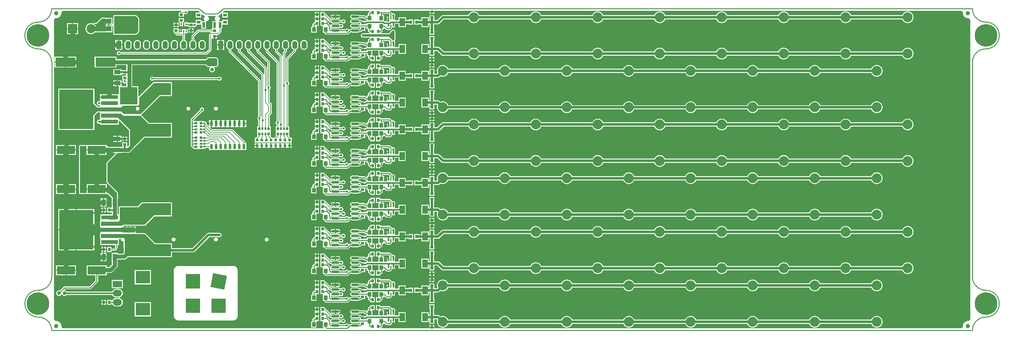
<source format=gbl>
G04*
G04 #@! TF.GenerationSoftware,Altium Limited,Altium Designer,22.2.1 (43)*
G04*
G04 Layer_Physical_Order=2*
G04 Layer_Color=16711680*
%FSLAX44Y44*%
%MOMM*%
G71*
G04*
G04 #@! TF.SameCoordinates,C2D7B67D-8841-428D-B263-7EF30795714A*
G04*
G04*
G04 #@! TF.FilePolarity,Positive*
G04*
G01*
G75*
%ADD10C,0.2540*%
%ADD12C,0.1524*%
%ADD31C,0.3810*%
%ADD32C,0.6350*%
%ADD33C,0.2500*%
%ADD34C,0.2500*%
%ADD36R,2.5000X1.8000*%
%ADD37O,2.5000X1.8000*%
%ADD38R,4.0000X3.5000*%
%ADD39C,1.0000*%
%ADD40C,1.1520*%
%ADD41C,6.2000*%
%ADD42C,2.7000*%
%ADD43C,2.5000*%
%ADD44R,2.5000X2.5000*%
%ADD45O,1.4000X2.2000*%
%ADD46R,1.4000X2.2000*%
%ADD47C,0.6200*%
%ADD48C,0.6200*%
%ADD49R,1.0000X0.8000*%
%ADD50R,0.7000X1.5000*%
%ADD51R,4.6000X1.1000*%
%ADD52R,9.4000X10.8000*%
%ADD53R,0.8000X1.4000*%
%ADD54O,2.2000X0.6000*%
%ADD55R,0.4000X0.6000*%
%ADD56R,5.5000X2.5000*%
%ADD57R,5.0000X2.2000*%
%ADD58R,1.4000X1.4000*%
%ADD59R,4.7200X4.8000*%
%ADD60R,4.8000X4.7200*%
%ADD61R,1.4000X1.4000*%
%ADD62R,4.5000X3.2500*%
%ADD63R,0.6350X0.8890*%
%ADD64R,1.1430X1.7780*%
%ADD65R,1.7780X1.1430*%
%ADD66R,0.8890X0.6350*%
%ADD67R,0.8000X0.6500*%
%ADD68R,0.8000X0.5000*%
%ADD69R,0.6500X0.8000*%
%ADD70R,0.5000X0.8000*%
%ADD71R,0.8000X0.8000*%
%ADD72R,1.0000X1.2000*%
%ADD73R,1.5000X2.2000*%
%ADD74C,1.5240*%
%ADD75C,1.0668*%
%ADD76C,1.2700*%
%ADD77C,0.5080*%
%ADD78C,1.1430*%
G36*
X402547Y435975D02*
X403481Y435351D01*
X404453Y434632D01*
X404453Y434632D01*
X404462Y434626D01*
X406725Y432363D01*
X406239Y431190D01*
X394960D01*
Y418110D01*
X410040D01*
Y426816D01*
X411269Y427488D01*
X411871Y427192D01*
X414631Y424927D01*
X417780Y423244D01*
X420323Y422472D01*
X420481Y421097D01*
X419677Y420633D01*
X418367Y419323D01*
X417440Y417717D01*
X416960Y415927D01*
Y414073D01*
X417440Y412283D01*
X418367Y410677D01*
X419677Y409367D01*
X420641Y408810D01*
X420301Y407540D01*
X410460Y407540D01*
X410040Y408636D01*
Y411890D01*
X394960D01*
Y403642D01*
X393904Y402936D01*
X393122Y403260D01*
X390878D01*
X389779Y402805D01*
X388985Y403335D01*
Y403335D01*
X375015D01*
X375015Y403335D01*
Y403335D01*
X373842Y403671D01*
X373040Y404289D01*
Y405040D01*
X363960D01*
Y393960D01*
X373040D01*
X373040Y393960D01*
X373787Y394017D01*
X375015Y393099D01*
Y391905D01*
X388985D01*
Y391905D01*
X389779Y392435D01*
X390878Y391980D01*
X393122D01*
X395195Y392839D01*
X396781Y394425D01*
X397640Y396498D01*
Y397559D01*
X398882Y398810D01*
X410040Y398810D01*
X410460Y397714D01*
Y387460D01*
X422540D01*
Y406788D01*
X422954Y407699D01*
X423636Y407960D01*
X424927D01*
X426717Y408440D01*
X428323Y409367D01*
X429633Y410677D01*
X430560Y412283D01*
X431040Y414073D01*
Y415927D01*
X430560Y417717D01*
X429633Y419323D01*
X428352Y420604D01*
X428356Y420740D01*
X428713Y421874D01*
X449287Y421874D01*
X449644Y420740D01*
X449648Y420604D01*
X448367Y419323D01*
X447440Y417717D01*
X446960Y415927D01*
Y414073D01*
X447440Y412283D01*
X448367Y410677D01*
X449677Y409367D01*
X450641Y408810D01*
X450301Y407540D01*
X440460D01*
Y387460D01*
X439265Y387335D01*
Y384987D01*
X401620D01*
X400332Y384730D01*
X399240Y384001D01*
X384669Y369431D01*
X383940Y368338D01*
X383683Y367050D01*
Y355831D01*
X382239Y355233D01*
X380246Y353704D01*
X378717Y351711D01*
X377756Y349390D01*
X377428Y346900D01*
Y338900D01*
X377756Y336409D01*
X378717Y334089D01*
X380246Y332096D01*
X382239Y330567D01*
X384560Y329605D01*
X387050Y329278D01*
X389540Y329605D01*
X391861Y330567D01*
X393854Y332096D01*
X395383Y334089D01*
X396344Y336409D01*
X396672Y338900D01*
Y346900D01*
X396344Y349390D01*
X395383Y351711D01*
X393854Y353704D01*
X391861Y355233D01*
X390417Y355831D01*
Y365656D01*
X403015Y378253D01*
X436310D01*
X436472Y377793D01*
X436522Y376983D01*
X435619Y376381D01*
X432619Y373381D01*
X431890Y372288D01*
X431633Y371000D01*
Y331395D01*
X423605Y323367D01*
X188359D01*
X186945Y324781D01*
X184872Y325640D01*
X182628D01*
X180555Y324781D01*
X178969Y323195D01*
X178110Y321122D01*
Y318878D01*
X178969Y316805D01*
X180555Y315219D01*
X182628Y314360D01*
X184872D01*
X186945Y315219D01*
X188359Y316633D01*
X425000D01*
X426288Y316890D01*
X427381Y317619D01*
X437381Y327619D01*
X438110Y328712D01*
X438367Y330000D01*
Y359768D01*
X439265Y360665D01*
X444980D01*
Y366380D01*
X446250D01*
Y367650D01*
X453235D01*
Y370633D01*
X457000D01*
X458288Y370890D01*
X459381Y371619D01*
X463881Y376119D01*
X464610Y377212D01*
X464867Y378500D01*
Y387460D01*
X467540D01*
Y397714D01*
X467960Y398810D01*
X468810Y398810D01*
X483040D01*
Y411890D01*
X467960D01*
Y408636D01*
X467540Y407540D01*
X466690Y407540D01*
X457699D01*
X457359Y408810D01*
X458323Y409367D01*
X459633Y410677D01*
X460560Y412283D01*
X461040Y414073D01*
Y415927D01*
X460560Y417717D01*
X459633Y419323D01*
X458323Y420633D01*
X456717Y421560D01*
X456626Y421585D01*
X456604Y422905D01*
X457720Y423244D01*
X460869Y424927D01*
X463629Y427192D01*
X463616Y427205D01*
X463616Y427205D01*
X466690Y430279D01*
X467960Y429753D01*
Y418110D01*
X483040D01*
Y431190D01*
X469398D01*
X468871Y432460D01*
X471038Y434626D01*
X471047Y434632D01*
X471047Y434632D01*
X472019Y435351D01*
X472953Y435975D01*
X475104Y436402D01*
X475250Y436373D01*
X871455Y436373D01*
X871945Y435198D01*
X871929Y435103D01*
X870738Y434308D01*
X868668Y432238D01*
X867830Y430984D01*
X867536Y429505D01*
Y425115D01*
X863790D01*
Y421351D01*
X862520Y420829D01*
X860352Y422997D01*
X859092Y423839D01*
X857605Y424135D01*
X844097D01*
X844024Y424244D01*
X842191Y425468D01*
X840030Y425899D01*
X824030D01*
X821868Y425468D01*
X820036Y424244D01*
X818811Y422412D01*
X818381Y420250D01*
X818811Y418088D01*
X820036Y416256D01*
X821868Y415031D01*
X824030Y414602D01*
X840030D01*
X842191Y415031D01*
X844024Y416256D01*
X844097Y416365D01*
X855996D01*
X858533Y413828D01*
X859793Y412986D01*
X861280Y412690D01*
X863790D01*
Y410082D01*
X862181Y409762D01*
X860711Y408780D01*
X860644Y408713D01*
X859515Y408285D01*
Y408285D01*
X859515Y408285D01*
X850829D01*
X848817Y410297D01*
X847557Y411139D01*
X846070Y411435D01*
X844097D01*
X844024Y411544D01*
X842191Y412769D01*
X840030Y413199D01*
X824030D01*
X821868Y412769D01*
X820036Y411544D01*
X818811Y409712D01*
X818381Y407550D01*
X818811Y405388D01*
X820036Y403556D01*
X821868Y402331D01*
X824030Y401902D01*
X840030D01*
X842191Y402331D01*
X844024Y403556D01*
X845155Y402971D01*
X845545Y402582D01*
Y398735D01*
X844097D01*
X844024Y398844D01*
X842191Y400069D01*
X840030Y400499D01*
X824030D01*
X821868Y400069D01*
X820036Y398844D01*
X818811Y397012D01*
X818381Y394850D01*
X818811Y392688D01*
X820036Y390856D01*
X821868Y389631D01*
X824030Y389202D01*
X840030D01*
X842191Y389631D01*
X844024Y390856D01*
X844097Y390965D01*
X845545D01*
Y387259D01*
X845102Y386816D01*
X844024Y386144D01*
X842191Y387369D01*
X840030Y387799D01*
X824030D01*
X821868Y387369D01*
X820036Y386144D01*
X819963Y386035D01*
X817990D01*
X816503Y385739D01*
X815781Y385257D01*
X814341Y385415D01*
X812755Y387001D01*
X810682Y387860D01*
X808438D01*
X806365Y387001D01*
X805398Y386035D01*
X790097D01*
X790024Y386144D01*
X788192Y387369D01*
X786030Y387799D01*
X770030D01*
X767868Y387369D01*
X766373Y386369D01*
X765385Y387155D01*
Y389764D01*
X766655Y390443D01*
X767868Y389631D01*
X770030Y389202D01*
X786030D01*
X788192Y389631D01*
X789978Y390825D01*
X790665Y390139D01*
X792738Y389280D01*
X794982D01*
X797055Y390139D01*
X798641Y391725D01*
X799500Y393798D01*
Y396042D01*
X798641Y398115D01*
X797055Y399701D01*
X794982Y400560D01*
X792738D01*
X790665Y399701D01*
X789894Y398931D01*
X788192Y400069D01*
X786030Y400499D01*
X770030D01*
X767868Y400069D01*
X766036Y398844D01*
X765452Y397970D01*
X765151Y397849D01*
X763860Y397874D01*
X758385Y403349D01*
Y407930D01*
X759655Y408315D01*
X760119Y407619D01*
X762569Y405169D01*
X763662Y404440D01*
X764950Y404183D01*
X765617D01*
X766036Y403556D01*
X767868Y402331D01*
X770030Y401902D01*
X786030D01*
X788192Y402331D01*
X790024Y403556D01*
X790443Y404183D01*
X795670D01*
X797015Y402839D01*
X799088Y401980D01*
X801332D01*
X803405Y402839D01*
X804991Y404425D01*
X805850Y406498D01*
Y408742D01*
X804991Y410815D01*
X803405Y412401D01*
X801332Y413260D01*
X799088D01*
X797015Y412401D01*
X795530Y410917D01*
X790443D01*
X790024Y411544D01*
X788192Y412769D01*
X786030Y413199D01*
X770030D01*
X767868Y412769D01*
X767137Y412280D01*
X765867Y412958D01*
Y413000D01*
X765610Y414288D01*
X764881Y415381D01*
X751141Y429121D01*
X750048Y429850D01*
X748760Y430107D01*
X748365D01*
Y433725D01*
X736935D01*
Y419755D01*
Y407255D01*
Y394755D01*
X742978D01*
X743690Y393780D01*
Y376700D01*
X747675D01*
X747911Y375513D01*
X748753Y374253D01*
X750753Y372253D01*
X752013Y371411D01*
X753500Y371115D01*
X810840D01*
X812327Y371411D01*
X813587Y372253D01*
X818904Y377571D01*
X820036Y378156D01*
X821868Y376931D01*
X824030Y376502D01*
X840030D01*
X842191Y376931D01*
X844024Y378156D01*
X844097Y378265D01*
X845930D01*
X847417Y378561D01*
X848677Y379403D01*
X850861Y381587D01*
X851000Y381615D01*
X859515D01*
Y390965D01*
X863790D01*
Y386035D01*
X867536D01*
Y382645D01*
X867635Y382145D01*
X867536Y381645D01*
X867830Y380167D01*
X868668Y378913D01*
X870738Y376843D01*
X871991Y376005D01*
X872786Y375847D01*
X872661Y374577D01*
X853750D01*
X852810Y374390D01*
X852628D01*
X852460Y374320D01*
X851520Y374133D01*
X850723Y373601D01*
X850555Y373531D01*
X850427Y373403D01*
X849630Y372870D01*
X849097Y372073D01*
X848969Y371945D01*
X848899Y371777D01*
X848367Y370980D01*
X848180Y370040D01*
X848110Y369872D01*
Y369690D01*
X847923Y368750D01*
X848110Y367810D01*
Y367628D01*
X848180Y367460D01*
X848367Y366520D01*
X848899Y365723D01*
X848969Y365555D01*
X849097Y365427D01*
X849630Y364630D01*
X850427Y364097D01*
X850555Y363969D01*
X850723Y363899D01*
X851520Y363367D01*
X852460Y363180D01*
X852628Y363110D01*
X852810D01*
X853750Y362923D01*
X873112D01*
X873237Y361653D01*
X871991Y361405D01*
X870738Y360568D01*
X868668Y358498D01*
X867830Y357244D01*
X867536Y355765D01*
Y351365D01*
X863790D01*
Y347611D01*
X862520Y347089D01*
X860352Y349257D01*
X859092Y350099D01*
X857605Y350395D01*
X844097D01*
X844024Y350504D01*
X842191Y351729D01*
X840030Y352159D01*
X824030D01*
X821868Y351729D01*
X820036Y350504D01*
X818811Y348672D01*
X818381Y346510D01*
X818811Y344348D01*
X820036Y342516D01*
X821868Y341291D01*
X824030Y340862D01*
X840030D01*
X842191Y341291D01*
X844024Y342516D01*
X844097Y342625D01*
X855996D01*
X858533Y340088D01*
X859793Y339246D01*
X861280Y338951D01*
X863790D01*
Y336342D01*
X862181Y336022D01*
X860711Y335040D01*
X860644Y334973D01*
X859515Y334545D01*
Y334545D01*
X859515Y334545D01*
X850829D01*
X848817Y336557D01*
X847557Y337399D01*
X846070Y337695D01*
X844097D01*
X844024Y337804D01*
X842191Y339029D01*
X840030Y339459D01*
X824030D01*
X821868Y339029D01*
X820036Y337804D01*
X818811Y335972D01*
X818381Y333810D01*
X818811Y331648D01*
X820036Y329816D01*
X821868Y328591D01*
X824030Y328162D01*
X840030D01*
X842191Y328591D01*
X844024Y329816D01*
X845155Y329231D01*
X845545Y328842D01*
Y324995D01*
X844097D01*
X844024Y325104D01*
X842191Y326329D01*
X840030Y326758D01*
X824030D01*
X821868Y326329D01*
X820036Y325104D01*
X818811Y323272D01*
X818381Y321110D01*
X818811Y318948D01*
X820036Y317116D01*
X821868Y315891D01*
X824030Y315462D01*
X840030D01*
X842191Y315891D01*
X844024Y317116D01*
X844097Y317225D01*
X845545D01*
Y313519D01*
X845102Y313076D01*
X844024Y312404D01*
X842191Y313629D01*
X840030Y314058D01*
X824030D01*
X821868Y313629D01*
X820036Y312404D01*
X819963Y312295D01*
X817990D01*
X816503Y311999D01*
X815781Y311517D01*
X814341Y311675D01*
X812755Y313262D01*
X810682Y314120D01*
X808438D01*
X806365Y313262D01*
X805398Y312295D01*
X790097D01*
X790024Y312404D01*
X788192Y313629D01*
X786030Y314058D01*
X770030D01*
X767868Y313629D01*
X766373Y312629D01*
X765385Y313415D01*
Y316024D01*
X766655Y316702D01*
X767868Y315891D01*
X770030Y315462D01*
X786030D01*
X788192Y315891D01*
X790024Y317116D01*
X790443Y317743D01*
X795670D01*
X797015Y316399D01*
X799088Y315540D01*
X801332D01*
X803405Y316399D01*
X804991Y317985D01*
X805850Y320058D01*
Y322302D01*
X804991Y324375D01*
X803405Y325961D01*
X801332Y326820D01*
X799088D01*
X797015Y325961D01*
X795530Y324477D01*
X790443D01*
X790024Y325104D01*
X788192Y326329D01*
X786030Y326758D01*
X770030D01*
X767868Y326329D01*
X766036Y325104D01*
X765452Y324230D01*
X765151Y324109D01*
X763860Y324134D01*
X758385Y329609D01*
Y334190D01*
X759655Y334575D01*
X760119Y333879D01*
X762569Y331429D01*
X763662Y330700D01*
X764950Y330443D01*
X765617D01*
X766036Y329816D01*
X767868Y328591D01*
X770030Y328162D01*
X786030D01*
X788192Y328591D01*
X789978Y329785D01*
X790665Y329099D01*
X792738Y328240D01*
X794982D01*
X797055Y329099D01*
X798641Y330685D01*
X799500Y332758D01*
Y335002D01*
X798641Y337075D01*
X797055Y338661D01*
X794982Y339520D01*
X792738D01*
X790665Y338661D01*
X789894Y337891D01*
X788192Y339029D01*
X786030Y339459D01*
X770030D01*
X767868Y339029D01*
X767137Y338540D01*
X765867Y339218D01*
Y339260D01*
X765610Y340548D01*
X764881Y341641D01*
X751141Y355381D01*
X750048Y356110D01*
X748760Y356367D01*
X748365D01*
Y359945D01*
X736935D01*
Y345975D01*
Y333475D01*
Y320975D01*
X742978D01*
X743690Y320000D01*
Y302920D01*
X747683D01*
X747911Y301773D01*
X748753Y300513D01*
X750753Y298513D01*
X752013Y297671D01*
X753500Y297375D01*
X810840D01*
X812327Y297671D01*
X813587Y298513D01*
X818904Y303831D01*
X820036Y304416D01*
X821868Y303191D01*
X824030Y302761D01*
X840030D01*
X842191Y303191D01*
X844024Y304416D01*
X844097Y304525D01*
X845930D01*
X847416Y304821D01*
X848677Y305663D01*
X850861Y307847D01*
X851000Y307875D01*
X859515D01*
Y317225D01*
X863790D01*
Y312285D01*
X867536D01*
Y308905D01*
X867635Y308405D01*
X867536Y307905D01*
X867830Y306427D01*
X868668Y305173D01*
X870738Y303103D01*
X871991Y302265D01*
X873470Y301971D01*
X874195D01*
Y298840D01*
X885625D01*
Y312810D01*
X878870D01*
Y327303D01*
X896190D01*
Y312810D01*
X889435D01*
Y298840D01*
X900865D01*
Y301971D01*
X901590D01*
X903068Y302265D01*
X904322Y303103D01*
X906392Y305173D01*
X907230Y306427D01*
X907524Y307905D01*
Y312285D01*
X911270D01*
Y314596D01*
X912443Y315082D01*
X916697Y310828D01*
X917951Y309990D01*
X919430Y309696D01*
X919430Y309696D01*
X927280D01*
X928759Y309990D01*
X930012Y310828D01*
X932552Y313368D01*
X932552Y313368D01*
X933390Y314621D01*
X933684Y316100D01*
Y316790D01*
X941070D01*
Y327303D01*
X950990D01*
Y318285D01*
X971070D01*
Y345365D01*
X950990D01*
Y336367D01*
X941070D01*
Y346870D01*
X941070D01*
X941205Y347195D01*
X942064Y349268D01*
Y351512D01*
X941205Y353585D01*
X940620Y354630D01*
X940778Y354865D01*
X941581Y355669D01*
X942143Y356509D01*
X942340Y357500D01*
Y380000D01*
X942143Y380991D01*
X941581Y381831D01*
X940778Y382635D01*
X940620Y382870D01*
X940385Y383027D01*
X939581Y383831D01*
X938741Y384393D01*
X937750Y384590D01*
X935250D01*
X934259Y384393D01*
X933419Y383831D01*
X932615Y383027D01*
X932380Y382870D01*
X932223Y382635D01*
X924165Y374577D01*
X902399D01*
X902273Y375847D01*
X903068Y376005D01*
X904322Y376843D01*
X906392Y378913D01*
X907230Y380166D01*
X907524Y381645D01*
Y386035D01*
X911270D01*
Y388336D01*
X912443Y388822D01*
X916698Y384568D01*
X917951Y383730D01*
X919430Y383436D01*
X919430Y383436D01*
X927280D01*
X928759Y383730D01*
X930012Y384568D01*
X932552Y387108D01*
X932552Y387108D01*
X933390Y388361D01*
X933684Y389840D01*
Y390530D01*
X941070D01*
Y401043D01*
X950990D01*
Y392035D01*
X971070D01*
Y399748D01*
X979195D01*
Y398585D01*
X990625D01*
Y405038D01*
X990732Y405575D01*
X990625Y406112D01*
Y412555D01*
X979195D01*
Y411402D01*
X971070D01*
Y419115D01*
X950990D01*
Y410107D01*
X941070D01*
Y420610D01*
X941070D01*
X941205Y420935D01*
X942064Y423008D01*
Y425252D01*
X941205Y427325D01*
X939619Y428911D01*
X937546Y429770D01*
X935302D01*
X933751Y429128D01*
X933601Y429208D01*
X932764Y430461D01*
X932764Y430461D01*
X928917Y434308D01*
X927726Y435103D01*
X927710Y435198D01*
X928200Y436373D01*
X1035545D01*
Y435090D01*
X1042530D01*
X1049515D01*
Y436373D01*
X2492838Y436373D01*
X2494965Y435951D01*
X2497054Y434554D01*
X2498450Y432465D01*
X2498699Y431217D01*
X2498827Y430000D01*
X2498827D01*
X2499293Y426461D01*
X2500659Y423163D01*
X2502832Y420332D01*
X2505663Y418159D01*
X2508961Y416793D01*
X2512500Y416327D01*
Y416327D01*
X2513717Y416199D01*
X2514965Y415951D01*
X2517054Y414554D01*
X2518450Y412465D01*
X2518702Y411199D01*
X2518874Y410000D01*
X2518874Y410000D01*
X2518999Y409034D01*
X2519033Y408211D01*
Y407498D01*
X2519033Y297768D01*
X2518934Y296245D01*
X2518852Y295000D01*
X2518874Y293730D01*
X2518874Y0D01*
X2518874Y-295000D01*
X2518852D01*
X2518873Y-295332D01*
X2518874Y-296270D01*
X2518874Y-410337D01*
X2518450Y-412465D01*
X2517054Y-414554D01*
X2514965Y-415951D01*
X2513717Y-416199D01*
X2512500Y-416327D01*
Y-416327D01*
X2508961Y-416793D01*
X2505663Y-418159D01*
X2502832Y-420332D01*
X2500659Y-423163D01*
X2499293Y-426461D01*
X2498827Y-430000D01*
X2498827D01*
X2498699Y-431217D01*
X2498450Y-432465D01*
X2497054Y-434554D01*
X2494965Y-435951D01*
X2493699Y-436202D01*
X2492500Y-436374D01*
X2491234Y-436384D01*
X1049485D01*
Y-435140D01*
X1035515D01*
Y-436384D01*
X903949D01*
X903807Y-436179D01*
X904133Y-434453D01*
X904292Y-434347D01*
X906362Y-432277D01*
X907200Y-431024D01*
X907494Y-429545D01*
Y-425165D01*
X911240D01*
Y-422854D01*
X912413Y-422368D01*
X916667Y-426622D01*
X917921Y-427460D01*
X919400Y-427754D01*
X919400Y-427754D01*
X927250D01*
X928729Y-427460D01*
X929982Y-426622D01*
X932522Y-424082D01*
X932522Y-424082D01*
X933360Y-422829D01*
X933654Y-421350D01*
Y-420660D01*
X941040D01*
Y-410147D01*
X950960D01*
Y-419165D01*
X971040D01*
Y-392085D01*
X950960D01*
Y-401083D01*
X941040D01*
Y-390580D01*
X941040D01*
X941175Y-390255D01*
X942034Y-388182D01*
Y-385938D01*
X941175Y-383865D01*
X939589Y-382279D01*
X937516Y-381420D01*
X935272D01*
X933721Y-382062D01*
X933571Y-381982D01*
X932734Y-380729D01*
X932734Y-380729D01*
X928887Y-376883D01*
X927634Y-376045D01*
X926155Y-375751D01*
X900835D01*
Y-372640D01*
X889405D01*
Y-386610D01*
X896160D01*
Y-401083D01*
X878840D01*
Y-386610D01*
X885595D01*
Y-372640D01*
X874165D01*
Y-375751D01*
X873440D01*
X871961Y-376045D01*
X870708Y-376883D01*
X868637Y-378953D01*
X867800Y-380206D01*
X867506Y-381685D01*
Y-386085D01*
X863760D01*
Y-389839D01*
X862490Y-390361D01*
X860322Y-388193D01*
X859062Y-387351D01*
X857575Y-387055D01*
X844067D01*
X843994Y-386946D01*
X842161Y-385722D01*
X840000Y-385292D01*
X824000D01*
X821838Y-385722D01*
X820006Y-386946D01*
X818781Y-388778D01*
X818351Y-390940D01*
X818781Y-393102D01*
X820006Y-394934D01*
X821838Y-396159D01*
X824000Y-396589D01*
X840000D01*
X842161Y-396159D01*
X843994Y-394934D01*
X844067Y-394825D01*
X855966D01*
X858503Y-397362D01*
X859763Y-398204D01*
X861250Y-398500D01*
X863760D01*
Y-401108D01*
X862151Y-401428D01*
X860681Y-402410D01*
X860614Y-402477D01*
X859485Y-402905D01*
Y-402905D01*
X859485Y-402905D01*
X850799D01*
X848787Y-400893D01*
X847527Y-400051D01*
X846040Y-399755D01*
X844067D01*
X843994Y-399646D01*
X842161Y-398422D01*
X840000Y-397992D01*
X824000D01*
X821838Y-398422D01*
X820006Y-399646D01*
X818781Y-401479D01*
X818351Y-403640D01*
X818781Y-405802D01*
X820006Y-407634D01*
X821838Y-408859D01*
X824000Y-409289D01*
X840000D01*
X842161Y-408859D01*
X843994Y-407634D01*
X845125Y-408219D01*
X845515Y-408609D01*
Y-412455D01*
X844067D01*
X843994Y-412346D01*
X842161Y-411121D01*
X840000Y-410692D01*
X824000D01*
X821838Y-411121D01*
X820006Y-412346D01*
X818781Y-414179D01*
X818351Y-416340D01*
X818781Y-418502D01*
X820006Y-420334D01*
X821838Y-421559D01*
X824000Y-421989D01*
X840000D01*
X842161Y-421559D01*
X843994Y-420334D01*
X844067Y-420225D01*
X845515D01*
Y-423931D01*
X845072Y-424374D01*
X843994Y-425046D01*
X842161Y-423821D01*
X840000Y-423392D01*
X824000D01*
X821838Y-423821D01*
X820006Y-425046D01*
X819933Y-425155D01*
X817960D01*
X816473Y-425451D01*
X815751Y-425933D01*
X814311Y-425775D01*
X812725Y-424189D01*
X810652Y-423330D01*
X808408D01*
X806335Y-424189D01*
X805368Y-425155D01*
X790067D01*
X789994Y-425046D01*
X788162Y-423821D01*
X786000Y-423392D01*
X770000D01*
X767838Y-423821D01*
X766343Y-424821D01*
X765355Y-424035D01*
Y-421427D01*
X766625Y-420748D01*
X767838Y-421559D01*
X770000Y-421989D01*
X786000D01*
X788162Y-421559D01*
X789994Y-420334D01*
X790413Y-419707D01*
X795640D01*
X796985Y-421051D01*
X799058Y-421910D01*
X801302D01*
X803375Y-421051D01*
X804961Y-419465D01*
X805820Y-417392D01*
Y-415148D01*
X804961Y-413075D01*
X803375Y-411489D01*
X801302Y-410630D01*
X799058D01*
X796985Y-411489D01*
X795500Y-412973D01*
X790413D01*
X789994Y-412346D01*
X788162Y-411121D01*
X786000Y-410692D01*
X770000D01*
X767838Y-411121D01*
X766006Y-412346D01*
X765422Y-413220D01*
X765121Y-413341D01*
X763830Y-413316D01*
X758355Y-407841D01*
Y-403260D01*
X759625Y-402875D01*
X760089Y-403571D01*
X762539Y-406021D01*
X763632Y-406750D01*
X764920Y-407007D01*
X765587D01*
X766006Y-407634D01*
X767838Y-408859D01*
X770000Y-409289D01*
X786000D01*
X788162Y-408859D01*
X789949Y-407665D01*
X790635Y-408351D01*
X792708Y-409210D01*
X794952D01*
X797025Y-408351D01*
X798611Y-406765D01*
X799470Y-404692D01*
Y-402448D01*
X798611Y-400375D01*
X797025Y-398789D01*
X794952Y-397930D01*
X792708D01*
X790635Y-398789D01*
X789864Y-399559D01*
X788162Y-398422D01*
X786000Y-397992D01*
X770000D01*
X767838Y-398422D01*
X767107Y-398910D01*
X765837Y-398232D01*
Y-398190D01*
X765580Y-396902D01*
X764850Y-395810D01*
X751111Y-382070D01*
X750018Y-381340D01*
X748730Y-381083D01*
X748335D01*
Y-377505D01*
X736905D01*
Y-391475D01*
Y-403975D01*
Y-416475D01*
X742948D01*
X743660Y-417450D01*
Y-434530D01*
X746634D01*
X746954Y-435119D01*
X746195Y-436384D01*
X33766D01*
X32500Y-436374D01*
X31301Y-436202D01*
X30035Y-435951D01*
X27946Y-434554D01*
X26549Y-432465D01*
X26301Y-431217D01*
X26173Y-430000D01*
X26173D01*
X25707Y-426461D01*
X24341Y-423163D01*
X22168Y-420332D01*
X19337Y-418159D01*
X16039Y-416793D01*
X12500Y-416327D01*
Y-416327D01*
X11283Y-416199D01*
X10035Y-415951D01*
X7946Y-414554D01*
X6550Y-412465D01*
X6298Y-411199D01*
X6126Y-410000D01*
X6126Y-410000D01*
X6001Y-409033D01*
X5967Y-408214D01*
Y-407498D01*
X5967Y-297758D01*
X6148Y-295000D01*
X6126D01*
X6126Y0D01*
X6126Y293730D01*
X6148Y295000D01*
X6126Y295343D01*
X6126Y296270D01*
X6126Y408775D01*
X6126Y410000D01*
X6126D01*
X6299Y411206D01*
X6550Y412465D01*
X7946Y414554D01*
X10035Y415951D01*
X11283Y416199D01*
X12500Y416327D01*
Y416327D01*
X16039Y416793D01*
X19337Y418159D01*
X22168Y420332D01*
X24341Y423163D01*
X25707Y426461D01*
X26173Y430000D01*
X26173D01*
X26301Y431217D01*
X26549Y432465D01*
X27946Y434554D01*
X30035Y435951D01*
X32162Y436373D01*
X355068Y436373D01*
X355453Y435103D01*
X355119Y434881D01*
X353119Y432881D01*
X352389Y431788D01*
X352349Y431585D01*
X348515D01*
Y420155D01*
X362485D01*
Y427743D01*
X363755Y428269D01*
X364305Y427719D01*
X366378Y426860D01*
X368622D01*
X370695Y427719D01*
X372281Y429305D01*
X373140Y431378D01*
Y433622D01*
X372526Y435103D01*
X373262Y436373D01*
X400250D01*
X400396Y436402D01*
X402547Y435975D01*
D02*
G37*
G36*
X926167Y426128D02*
Y420610D01*
X924800D01*
Y415070D01*
Y409530D01*
X926290D01*
X926877Y408260D01*
X926389Y407629D01*
X912935D01*
X911784Y408780D01*
X911270Y409123D01*
Y425115D01*
X907524D01*
Y427711D01*
X924584D01*
X926167Y426128D01*
D02*
G37*
G36*
X939750Y380000D02*
Y357500D01*
X937750Y355500D01*
X935250D01*
X922500Y368250D01*
Y369250D01*
X935250Y382000D01*
X937750D01*
X939750Y380000D01*
D02*
G37*
G36*
X926167Y352388D02*
Y346870D01*
X924800D01*
Y341330D01*
X923530D01*
Y340060D01*
X918990D01*
Y336367D01*
X911270D01*
Y351365D01*
X907524D01*
Y353971D01*
X924584D01*
X926167Y352388D01*
D02*
G37*
G36*
X926137Y-385062D02*
Y-390580D01*
X924770D01*
Y-396120D01*
X923500D01*
Y-397390D01*
X918960D01*
Y-401083D01*
X911240D01*
Y-386085D01*
X907494D01*
Y-383479D01*
X924554D01*
X926137Y-385062D01*
D02*
G37*
%LPC*%
G36*
X1049515Y432550D02*
X1043800D01*
Y428105D01*
X1049515D01*
Y432550D01*
D02*
G37*
G36*
X1041260D02*
X1035545D01*
Y428105D01*
X1041260D01*
Y432550D01*
D02*
G37*
G36*
X733125Y433725D02*
X728680D01*
Y428010D01*
X733125D01*
Y433725D01*
D02*
G37*
G36*
X726140D02*
X721695D01*
Y428010D01*
X726140D01*
Y433725D01*
D02*
G37*
G36*
X2349080Y434790D02*
X2345920D01*
X2342821Y434174D01*
X2339902Y432965D01*
X2337275Y431209D01*
X2335041Y428975D01*
X2333286Y426348D01*
X2332552Y424577D01*
X2192448D01*
X2191714Y426348D01*
X2189959Y428975D01*
X2187725Y431209D01*
X2185098Y432965D01*
X2182179Y434174D01*
X2179080Y434790D01*
X2175920D01*
X2172821Y434174D01*
X2169902Y432965D01*
X2167275Y431209D01*
X2165041Y428975D01*
X2163286Y426348D01*
X2162531Y424527D01*
X2022469D01*
X2021714Y426348D01*
X2019959Y428975D01*
X2017725Y431209D01*
X2015098Y432965D01*
X2012179Y434174D01*
X2009080Y434790D01*
X2005920D01*
X2002821Y434174D01*
X1999902Y432965D01*
X1997275Y431209D01*
X1995041Y428975D01*
X1993286Y426348D01*
X1992531Y424527D01*
X1852469D01*
X1851714Y426348D01*
X1849959Y428975D01*
X1847725Y431209D01*
X1845098Y432965D01*
X1842179Y434174D01*
X1839080Y434790D01*
X1835920D01*
X1832821Y434174D01*
X1829902Y432965D01*
X1827275Y431209D01*
X1825041Y428975D01*
X1823286Y426348D01*
X1822531Y424527D01*
X1682469D01*
X1681714Y426348D01*
X1679959Y428975D01*
X1677725Y431209D01*
X1675098Y432965D01*
X1672179Y434174D01*
X1669080Y434790D01*
X1665920D01*
X1662821Y434174D01*
X1659902Y432965D01*
X1657275Y431209D01*
X1655041Y428975D01*
X1653286Y426348D01*
X1652531Y424527D01*
X1512469D01*
X1511714Y426348D01*
X1509959Y428975D01*
X1507725Y431209D01*
X1505098Y432965D01*
X1502179Y434174D01*
X1499080Y434790D01*
X1495920D01*
X1492821Y434174D01*
X1489902Y432965D01*
X1487275Y431209D01*
X1485041Y428975D01*
X1483286Y426348D01*
X1482531Y424527D01*
X1342469D01*
X1341714Y426348D01*
X1339959Y428975D01*
X1337725Y431209D01*
X1335098Y432965D01*
X1332179Y434174D01*
X1329080Y434790D01*
X1325920D01*
X1322821Y434174D01*
X1319902Y432965D01*
X1317275Y431209D01*
X1315041Y428975D01*
X1313286Y426348D01*
X1312531Y424527D01*
X1172469D01*
X1171714Y426348D01*
X1169959Y428975D01*
X1167725Y431209D01*
X1165098Y432965D01*
X1162179Y434174D01*
X1159080Y434790D01*
X1155920D01*
X1152821Y434174D01*
X1149902Y432965D01*
X1147275Y431209D01*
X1145041Y428975D01*
X1143286Y426348D01*
X1142531Y424527D01*
X1072980D01*
X1070750Y424084D01*
X1068860Y422820D01*
X1057441Y411402D01*
X1048357D01*
Y412865D01*
X1049515D01*
Y424295D01*
X1043093D01*
X1042530Y424407D01*
X1041967Y424295D01*
X1035545D01*
Y412865D01*
X1036703D01*
Y411402D01*
X1034070D01*
Y419115D01*
X1013990D01*
Y411397D01*
X1005865D01*
Y412555D01*
X994435D01*
Y406133D01*
X994323Y405570D01*
X994435Y405007D01*
Y398585D01*
X1005865D01*
Y399743D01*
X1013990D01*
Y392035D01*
X1034070D01*
Y399748D01*
X1036703D01*
Y382035D01*
X1035545D01*
Y370605D01*
X1041967D01*
X1042530Y370493D01*
X1043093Y370605D01*
X1049515D01*
Y382035D01*
X1048357D01*
Y399748D01*
X1059855D01*
X1062085Y400192D01*
X1063975Y401455D01*
X1075394Y412873D01*
X1142573D01*
X1143286Y411152D01*
X1145041Y408525D01*
X1147275Y406291D01*
X1149902Y404535D01*
X1152821Y403326D01*
X1155920Y402710D01*
X1159080D01*
X1162179Y403326D01*
X1165098Y404535D01*
X1167725Y406291D01*
X1169959Y408525D01*
X1171714Y411152D01*
X1172427Y412873D01*
X1312573D01*
X1313286Y411152D01*
X1315041Y408525D01*
X1317275Y406291D01*
X1319902Y404535D01*
X1322821Y403326D01*
X1325920Y402710D01*
X1329080D01*
X1332179Y403326D01*
X1335098Y404535D01*
X1337725Y406291D01*
X1339959Y408525D01*
X1341714Y411152D01*
X1342427Y412873D01*
X1482573D01*
X1483286Y411152D01*
X1485041Y408525D01*
X1487275Y406291D01*
X1489902Y404535D01*
X1492821Y403326D01*
X1495920Y402710D01*
X1499080D01*
X1502179Y403326D01*
X1505098Y404535D01*
X1507725Y406291D01*
X1509959Y408525D01*
X1511714Y411152D01*
X1512427Y412873D01*
X1652573D01*
X1653286Y411152D01*
X1655041Y408525D01*
X1657275Y406291D01*
X1659902Y404535D01*
X1662821Y403326D01*
X1665920Y402710D01*
X1669080D01*
X1672179Y403326D01*
X1675098Y404535D01*
X1677725Y406291D01*
X1679959Y408525D01*
X1681714Y411152D01*
X1682427Y412873D01*
X1822573D01*
X1823286Y411152D01*
X1825041Y408525D01*
X1827275Y406291D01*
X1829902Y404535D01*
X1832821Y403326D01*
X1835920Y402710D01*
X1839080D01*
X1842179Y403326D01*
X1845098Y404535D01*
X1847725Y406291D01*
X1849959Y408525D01*
X1851714Y411152D01*
X1852427Y412873D01*
X1992573D01*
X1993286Y411152D01*
X1995041Y408525D01*
X1997275Y406291D01*
X1999902Y404535D01*
X2002821Y403326D01*
X2005920Y402710D01*
X2009080D01*
X2012179Y403326D01*
X2015098Y404535D01*
X2017725Y406291D01*
X2019959Y408525D01*
X2021714Y411152D01*
X2022427Y412873D01*
X2162573D01*
X2163286Y411152D01*
X2165041Y408525D01*
X2167275Y406291D01*
X2169902Y404535D01*
X2172821Y403326D01*
X2175920Y402710D01*
X2179080D01*
X2182179Y403326D01*
X2185098Y404535D01*
X2187725Y406291D01*
X2189959Y408525D01*
X2191714Y411152D01*
X2192427Y412873D01*
X2292530D01*
X2292781Y412923D01*
X2332552D01*
X2333286Y411152D01*
X2335041Y408525D01*
X2337275Y406291D01*
X2339902Y404535D01*
X2342821Y403326D01*
X2345920Y402710D01*
X2349080D01*
X2352179Y403326D01*
X2355098Y404535D01*
X2357725Y406291D01*
X2359959Y408525D01*
X2361714Y411152D01*
X2362923Y414071D01*
X2363540Y417170D01*
Y420330D01*
X2362923Y423429D01*
X2361714Y426348D01*
X2359959Y428975D01*
X2357725Y431209D01*
X2355098Y432965D01*
X2352179Y434174D01*
X2349080Y434790D01*
D02*
G37*
G36*
X786030Y425899D02*
X779300D01*
Y421520D01*
X791426D01*
X791249Y422412D01*
X790024Y424244D01*
X788192Y425468D01*
X786030Y425899D01*
D02*
G37*
G36*
X776760D02*
X770030D01*
X767868Y425468D01*
X766036Y424244D01*
X764811Y422412D01*
X764634Y421520D01*
X776760D01*
Y425899D01*
D02*
G37*
G36*
X733125Y425470D02*
X727410D01*
X721695D01*
Y419755D01*
Y415510D01*
X727410D01*
X733125D01*
Y419755D01*
Y425470D01*
D02*
G37*
G36*
X791426Y418980D02*
X779300D01*
Y414602D01*
X786030D01*
X788192Y415031D01*
X790024Y416256D01*
X791249Y418088D01*
X791426Y418980D01*
D02*
G37*
G36*
X776760D02*
X764634D01*
X764811Y418088D01*
X766036Y416256D01*
X767868Y415031D01*
X770030Y414602D01*
X776760D01*
Y418980D01*
D02*
G37*
G36*
X230500Y424590D02*
X171000D01*
X170009Y424393D01*
X169481Y424040D01*
X168860D01*
Y423369D01*
X168607Y422991D01*
X168410Y422000D01*
Y400680D01*
X167140Y400166D01*
X166490Y400713D01*
Y417440D01*
X148163D01*
X147410Y417590D01*
X137500D01*
X136509Y417393D01*
X135669Y416831D01*
X122427Y403590D01*
X116579D01*
X116453Y403565D01*
X116325Y403577D01*
X115961Y403467D01*
X115588Y403393D01*
X115481Y403321D01*
X115358Y403284D01*
X115063Y403043D01*
X114747Y402831D01*
X114676Y402724D01*
X114577Y402643D01*
X114397Y402307D01*
X114186Y401991D01*
X113059Y401389D01*
X112037Y401812D01*
X109131Y402390D01*
X106169D01*
X103263Y401812D01*
X100526Y400678D01*
X98063Y399032D01*
X95968Y396937D01*
X94322Y394474D01*
X93188Y391737D01*
X92610Y388831D01*
Y385869D01*
X93188Y382963D01*
X94322Y380226D01*
X95968Y377763D01*
X98063Y375668D01*
X100526Y374022D01*
X103263Y372888D01*
X106169Y372310D01*
X109131D01*
X112037Y372888D01*
X114774Y374022D01*
X117237Y375668D01*
X119332Y377763D01*
X119524Y378050D01*
X119568Y378054D01*
X120627Y377366D01*
X120848Y377278D01*
X121047Y377145D01*
X121313Y377092D01*
X121565Y376991D01*
X121804Y376995D01*
X122038Y376948D01*
X122304Y377001D01*
X122576Y377005D01*
X122795Y377099D01*
X123029Y377145D01*
X123255Y377296D01*
X123504Y377403D01*
X123511Y377410D01*
X147410D01*
X148163Y377560D01*
X166490D01*
Y394287D01*
X167140Y394834D01*
X168410Y394320D01*
Y373000D01*
X168607Y372009D01*
X168860Y371631D01*
Y370960D01*
X169481D01*
X170009Y370607D01*
X171000Y370410D01*
X230500D01*
X231491Y370607D01*
X232331Y371169D01*
X239331Y378169D01*
X239893Y379009D01*
X240090Y380000D01*
Y415000D01*
X239893Y415991D01*
X239331Y416831D01*
X232331Y423831D01*
X231491Y424393D01*
X230500Y424590D01*
D02*
G37*
G36*
X347985Y403335D02*
X342270D01*
Y398890D01*
X347985D01*
Y403335D01*
D02*
G37*
G36*
X339730D02*
X334015D01*
Y398890D01*
X339730D01*
Y403335D01*
D02*
G37*
G36*
X362485Y416345D02*
X348515D01*
Y404915D01*
X350960D01*
Y393960D01*
X360040D01*
Y404915D01*
X362485D01*
Y416345D01*
D02*
G37*
G36*
X347985Y396350D02*
X342270D01*
Y391905D01*
X347985D01*
Y396350D01*
D02*
G37*
G36*
X339730D02*
X334015D01*
Y391905D01*
X339730D01*
Y396350D01*
D02*
G37*
G36*
X71890Y402390D02*
X58120D01*
Y388620D01*
X71890D01*
Y402390D01*
D02*
G37*
G36*
X55580D02*
X41810D01*
Y388620D01*
X55580D01*
Y402390D01*
D02*
G37*
G36*
X388985Y388095D02*
X383270D01*
Y383650D01*
X388985D01*
Y388095D01*
D02*
G37*
G36*
X380730D02*
X375015D01*
Y383650D01*
X380730D01*
Y388095D01*
D02*
G37*
G36*
X354230Y386040D02*
X350960D01*
Y381770D01*
X354230D01*
Y386040D01*
D02*
G37*
G36*
X733125Y412970D02*
X727410D01*
X721695D01*
Y405254D01*
X720426Y405002D01*
X719166Y404160D01*
X716083Y401077D01*
X715241Y399817D01*
X714945Y398330D01*
Y393780D01*
X711290D01*
Y376700D01*
X726370D01*
Y393780D01*
X727082Y394755D01*
X733125D01*
Y407255D01*
Y412970D01*
D02*
G37*
G36*
X388985Y381110D02*
X383270D01*
Y376665D01*
X388985D01*
Y381110D01*
D02*
G37*
G36*
X380730D02*
X375015D01*
Y376665D01*
X380730D01*
Y381110D01*
D02*
G37*
G36*
X71890Y386080D02*
X58120D01*
Y372310D01*
X71890D01*
Y386080D01*
D02*
G37*
G36*
X55580D02*
X41810D01*
Y372310D01*
X55580D01*
Y386080D01*
D02*
G37*
G36*
X453235Y365110D02*
X447520D01*
Y360665D01*
X453235D01*
Y365110D01*
D02*
G37*
G36*
X733125Y359945D02*
X728680D01*
Y354230D01*
X733125D01*
Y359945D01*
D02*
G37*
G36*
X726140D02*
X721695D01*
Y354230D01*
X726140D01*
Y359945D01*
D02*
G37*
G36*
X786030Y352159D02*
X779300D01*
Y347780D01*
X791426D01*
X791249Y348672D01*
X790024Y350504D01*
X788192Y351729D01*
X786030Y352159D01*
D02*
G37*
G36*
X776760D02*
X770030D01*
X767868Y351729D01*
X766036Y350504D01*
X764811Y348672D01*
X764634Y347780D01*
X776760D01*
Y352159D01*
D02*
G37*
G36*
X472790Y356440D02*
X464520D01*
Y344170D01*
X472790D01*
Y356440D01*
D02*
G37*
G36*
X193390D02*
X185120D01*
Y344170D01*
X193390D01*
Y356440D01*
D02*
G37*
G36*
X461980D02*
X453710D01*
Y344170D01*
X461980D01*
Y356440D01*
D02*
G37*
G36*
X182580D02*
X174310D01*
Y344170D01*
X182580D01*
Y356440D01*
D02*
G37*
G36*
X727410Y352960D02*
D01*
Y351690D01*
X721695D01*
Y345975D01*
Y341730D01*
X727410D01*
X733125D01*
Y345975D01*
Y351690D01*
X727410D01*
Y352960D01*
D02*
G37*
G36*
X791426Y345240D02*
X779300D01*
Y340862D01*
X786030D01*
X788192Y341291D01*
X790024Y342516D01*
X791249Y344348D01*
X791426Y345240D01*
D02*
G37*
G36*
X776760D02*
X764634D01*
X764811Y344348D01*
X766036Y342516D01*
X767868Y341291D01*
X770030Y340862D01*
X776760D01*
Y345240D01*
D02*
G37*
G36*
X1042530Y366907D02*
X1041965Y366795D01*
X1035545D01*
Y355365D01*
X1036703D01*
Y337652D01*
X1034070D01*
Y345365D01*
X1013990D01*
Y318285D01*
X1034070D01*
Y325998D01*
X1036703D01*
Y324535D01*
X1035545D01*
Y313105D01*
X1041967D01*
X1042530Y312993D01*
X1043093Y313105D01*
X1049515D01*
Y324535D01*
X1048357D01*
Y325998D01*
X1057441D01*
X1068860Y314580D01*
X1070750Y313317D01*
X1072980Y312873D01*
X1142573D01*
X1143286Y311152D01*
X1145041Y308525D01*
X1147275Y306291D01*
X1149902Y304536D01*
X1152821Y303326D01*
X1155920Y302710D01*
X1159080D01*
X1162179Y303326D01*
X1165098Y304536D01*
X1167725Y306291D01*
X1169959Y308525D01*
X1171714Y311152D01*
X1172427Y312873D01*
X1312573D01*
X1313286Y311152D01*
X1315041Y308525D01*
X1317275Y306291D01*
X1319902Y304536D01*
X1322821Y303326D01*
X1325920Y302710D01*
X1329080D01*
X1332179Y303326D01*
X1335098Y304536D01*
X1337725Y306291D01*
X1339959Y308525D01*
X1341714Y311152D01*
X1342427Y312873D01*
X1482573D01*
X1483286Y311152D01*
X1485041Y308525D01*
X1487275Y306291D01*
X1489902Y304536D01*
X1492821Y303326D01*
X1495920Y302710D01*
X1499080D01*
X1502179Y303326D01*
X1505098Y304536D01*
X1507725Y306291D01*
X1509959Y308525D01*
X1511714Y311152D01*
X1512427Y312873D01*
X1652573D01*
X1653286Y311152D01*
X1655041Y308525D01*
X1657275Y306291D01*
X1659902Y304536D01*
X1662821Y303326D01*
X1665920Y302710D01*
X1669080D01*
X1672179Y303326D01*
X1675098Y304536D01*
X1677725Y306291D01*
X1679959Y308525D01*
X1681714Y311152D01*
X1682427Y312873D01*
X1822573D01*
X1823286Y311152D01*
X1825041Y308525D01*
X1827275Y306291D01*
X1829902Y304536D01*
X1832821Y303326D01*
X1835920Y302710D01*
X1839080D01*
X1842179Y303326D01*
X1845098Y304536D01*
X1847725Y306291D01*
X1849959Y308525D01*
X1851714Y311152D01*
X1852427Y312873D01*
X1992573D01*
X1993286Y311152D01*
X1995041Y308525D01*
X1997275Y306291D01*
X1999902Y304536D01*
X2002821Y303326D01*
X2005920Y302710D01*
X2009080D01*
X2012179Y303326D01*
X2015098Y304536D01*
X2017725Y306291D01*
X2019959Y308525D01*
X2021714Y311152D01*
X2022427Y312873D01*
X2162573D01*
X2163286Y311152D01*
X2165041Y308525D01*
X2167275Y306291D01*
X2169902Y304536D01*
X2172821Y303326D01*
X2175920Y302710D01*
X2179080D01*
X2182179Y303326D01*
X2185098Y304536D01*
X2187725Y306291D01*
X2189959Y308525D01*
X2191714Y311152D01*
X2192427Y312873D01*
X2292530D01*
X2292781Y312923D01*
X2332552D01*
X2333286Y311152D01*
X2335041Y308525D01*
X2337275Y306291D01*
X2339902Y304536D01*
X2342821Y303326D01*
X2345920Y302710D01*
X2349080D01*
X2352179Y303326D01*
X2355098Y304536D01*
X2357725Y306291D01*
X2359959Y308525D01*
X2361714Y311152D01*
X2362923Y314071D01*
X2363540Y317170D01*
Y320330D01*
X2362923Y323429D01*
X2361714Y326348D01*
X2359959Y328975D01*
X2357725Y331209D01*
X2355098Y332965D01*
X2352179Y334174D01*
X2349080Y334790D01*
X2345920D01*
X2342821Y334174D01*
X2339902Y332965D01*
X2337275Y331209D01*
X2335041Y328975D01*
X2333286Y326348D01*
X2332552Y324577D01*
X2192448D01*
X2191714Y326348D01*
X2189959Y328975D01*
X2187725Y331209D01*
X2185098Y332965D01*
X2182179Y334174D01*
X2179080Y334790D01*
X2175920D01*
X2172821Y334174D01*
X2169902Y332965D01*
X2167275Y331209D01*
X2165041Y328975D01*
X2163286Y326348D01*
X2162531Y324527D01*
X2022469D01*
X2021714Y326348D01*
X2019959Y328975D01*
X2017725Y331209D01*
X2015098Y332965D01*
X2012179Y334174D01*
X2009080Y334790D01*
X2005920D01*
X2002821Y334174D01*
X1999902Y332965D01*
X1997275Y331209D01*
X1995041Y328975D01*
X1993286Y326348D01*
X1992531Y324527D01*
X1852469D01*
X1851714Y326348D01*
X1849959Y328975D01*
X1847725Y331209D01*
X1845098Y332965D01*
X1842179Y334174D01*
X1839080Y334790D01*
X1835920D01*
X1832821Y334174D01*
X1829902Y332965D01*
X1827275Y331209D01*
X1825041Y328975D01*
X1823286Y326348D01*
X1822531Y324527D01*
X1682469D01*
X1681714Y326348D01*
X1679959Y328975D01*
X1677725Y331209D01*
X1675098Y332965D01*
X1672179Y334174D01*
X1669080Y334790D01*
X1665920D01*
X1662821Y334174D01*
X1659902Y332965D01*
X1657275Y331209D01*
X1655041Y328975D01*
X1653286Y326348D01*
X1652531Y324527D01*
X1512469D01*
X1511714Y326348D01*
X1509959Y328975D01*
X1507725Y331209D01*
X1505098Y332965D01*
X1502179Y334174D01*
X1499080Y334790D01*
X1495920D01*
X1492821Y334174D01*
X1489902Y332965D01*
X1487275Y331209D01*
X1485041Y328975D01*
X1483286Y326348D01*
X1482531Y324527D01*
X1342469D01*
X1341714Y326348D01*
X1339959Y328975D01*
X1337725Y331209D01*
X1335098Y332965D01*
X1332179Y334174D01*
X1329080Y334790D01*
X1325920D01*
X1322821Y334174D01*
X1319902Y332965D01*
X1317275Y331209D01*
X1315041Y328975D01*
X1313286Y326348D01*
X1312531Y324527D01*
X1172469D01*
X1171714Y326348D01*
X1169959Y328975D01*
X1167725Y331209D01*
X1165098Y332965D01*
X1162179Y334174D01*
X1159080Y334790D01*
X1155920D01*
X1152821Y334174D01*
X1149902Y332965D01*
X1147275Y331209D01*
X1145041Y328975D01*
X1143286Y326348D01*
X1142531Y324527D01*
X1075394D01*
X1063975Y335945D01*
X1062085Y337209D01*
X1059855Y337652D01*
X1048357D01*
Y355365D01*
X1049515D01*
Y366795D01*
X1043094D01*
X1042530Y366907D01*
D02*
G37*
G36*
X472790Y341630D02*
X464520D01*
Y329360D01*
X472790D01*
Y341630D01*
D02*
G37*
G36*
X461980D02*
X453710D01*
Y329360D01*
X461980D01*
Y341630D01*
D02*
G37*
G36*
X193390D02*
X185120D01*
Y329360D01*
X193390D01*
Y341630D01*
D02*
G37*
G36*
X182580D02*
X174310D01*
Y329360D01*
X182580D01*
Y341630D01*
D02*
G37*
G36*
X691850Y356522D02*
X689360Y356194D01*
X687039Y355233D01*
X685046Y353704D01*
X683517Y351711D01*
X682556Y349390D01*
X682228Y346900D01*
Y338900D01*
X682556Y336409D01*
X683517Y334089D01*
X685046Y332096D01*
X687039Y330567D01*
X689360Y329605D01*
X691850Y329278D01*
X694340Y329605D01*
X696661Y330567D01*
X698654Y332096D01*
X700183Y334089D01*
X701144Y336409D01*
X701472Y338900D01*
Y346900D01*
X701144Y349390D01*
X700183Y351711D01*
X698654Y353704D01*
X696661Y355233D01*
X694340Y356194D01*
X691850Y356522D01*
D02*
G37*
G36*
X412450D02*
X409960Y356194D01*
X407639Y355233D01*
X405646Y353704D01*
X404117Y351711D01*
X403156Y349390D01*
X402828Y346900D01*
Y338900D01*
X403156Y336409D01*
X404117Y334089D01*
X405646Y332096D01*
X407639Y330567D01*
X409960Y329605D01*
X412450Y329278D01*
X414940Y329605D01*
X417261Y330567D01*
X419254Y332096D01*
X420783Y334089D01*
X421744Y336409D01*
X422072Y338900D01*
Y346900D01*
X421744Y349390D01*
X420783Y351711D01*
X419254Y353704D01*
X417261Y355233D01*
X414940Y356194D01*
X412450Y356522D01*
D02*
G37*
G36*
X347985Y388095D02*
X334015D01*
Y376665D01*
X337633D01*
Y375000D01*
X337890Y373712D01*
X338619Y372619D01*
X341619Y369619D01*
X342712Y368890D01*
X344000Y368633D01*
X358632D01*
Y355976D01*
X356839Y355233D01*
X354846Y353704D01*
X353317Y351711D01*
X352356Y349390D01*
X352028Y346900D01*
Y338900D01*
X352356Y336409D01*
X353317Y334089D01*
X354846Y332096D01*
X356839Y330567D01*
X359160Y329605D01*
X361650Y329278D01*
X364140Y329605D01*
X366461Y330567D01*
X368454Y332096D01*
X369983Y334089D01*
X370944Y336409D01*
X371272Y338900D01*
Y346900D01*
X370944Y349390D01*
X369983Y351711D01*
X368454Y353704D01*
X366461Y355233D01*
X365365Y355687D01*
Y372000D01*
Y374960D01*
X373040D01*
Y386040D01*
X356770D01*
Y380500D01*
X355500D01*
Y379230D01*
X350960D01*
Y375367D01*
X346729D01*
X346711Y375395D01*
X347389Y376665D01*
X347985D01*
Y388095D01*
D02*
G37*
G36*
X336250Y356522D02*
X333760Y356194D01*
X331439Y355233D01*
X329446Y353704D01*
X327917Y351711D01*
X326956Y349390D01*
X326628Y346900D01*
Y338900D01*
X326956Y336409D01*
X327917Y334089D01*
X329446Y332096D01*
X331439Y330567D01*
X333760Y329605D01*
X336250Y329278D01*
X338740Y329605D01*
X341061Y330567D01*
X343054Y332096D01*
X344583Y334089D01*
X345544Y336409D01*
X345872Y338900D01*
Y346900D01*
X345544Y349390D01*
X344583Y351711D01*
X343054Y353704D01*
X341061Y355233D01*
X338740Y356194D01*
X336250Y356522D01*
D02*
G37*
G36*
X310850D02*
X308360Y356194D01*
X306039Y355233D01*
X304046Y353704D01*
X302517Y351711D01*
X301556Y349390D01*
X301228Y346900D01*
Y338900D01*
X301556Y336409D01*
X302517Y334089D01*
X304046Y332096D01*
X306039Y330567D01*
X308360Y329605D01*
X310850Y329278D01*
X313340Y329605D01*
X315661Y330567D01*
X317654Y332096D01*
X319183Y334089D01*
X320144Y336409D01*
X320472Y338900D01*
Y346900D01*
X320144Y349390D01*
X319183Y351711D01*
X317654Y353704D01*
X315661Y355233D01*
X313340Y356194D01*
X310850Y356522D01*
D02*
G37*
G36*
X285450D02*
X282960Y356194D01*
X280639Y355233D01*
X278646Y353704D01*
X277117Y351711D01*
X276156Y349390D01*
X275828Y346900D01*
Y338900D01*
X276156Y336409D01*
X277117Y334089D01*
X278646Y332096D01*
X280639Y330567D01*
X282960Y329605D01*
X285450Y329278D01*
X287940Y329605D01*
X290261Y330567D01*
X292254Y332096D01*
X293783Y334089D01*
X294744Y336409D01*
X295072Y338900D01*
Y346900D01*
X294744Y349390D01*
X293783Y351711D01*
X292254Y353704D01*
X290261Y355233D01*
X287940Y356194D01*
X285450Y356522D01*
D02*
G37*
G36*
X260050D02*
X257560Y356194D01*
X255239Y355233D01*
X253246Y353704D01*
X251717Y351711D01*
X250756Y349390D01*
X250428Y346900D01*
Y338900D01*
X250756Y336409D01*
X251717Y334089D01*
X253246Y332096D01*
X255239Y330567D01*
X257560Y329605D01*
X260050Y329278D01*
X262540Y329605D01*
X264861Y330567D01*
X266854Y332096D01*
X268383Y334089D01*
X269344Y336409D01*
X269672Y338900D01*
Y346900D01*
X269344Y349390D01*
X268383Y351711D01*
X266854Y353704D01*
X264861Y355233D01*
X262540Y356194D01*
X260050Y356522D01*
D02*
G37*
G36*
X234650D02*
X232160Y356194D01*
X229839Y355233D01*
X227846Y353704D01*
X226317Y351711D01*
X225356Y349390D01*
X225028Y346900D01*
Y338900D01*
X225356Y336409D01*
X226317Y334089D01*
X227846Y332096D01*
X229839Y330567D01*
X232160Y329605D01*
X234650Y329278D01*
X237140Y329605D01*
X239461Y330567D01*
X241454Y332096D01*
X242983Y334089D01*
X243944Y336409D01*
X244272Y338900D01*
Y346900D01*
X243944Y349390D01*
X242983Y351711D01*
X241454Y353704D01*
X239461Y355233D01*
X237140Y356194D01*
X234650Y356522D01*
D02*
G37*
G36*
X209250D02*
X206760Y356194D01*
X204439Y355233D01*
X202446Y353704D01*
X200917Y351711D01*
X199956Y349390D01*
X199628Y346900D01*
Y338900D01*
X199956Y336409D01*
X200917Y334089D01*
X202446Y332096D01*
X204439Y330567D01*
X206760Y329605D01*
X209250Y329278D01*
X211740Y329605D01*
X214061Y330567D01*
X216054Y332096D01*
X217583Y334089D01*
X218544Y336409D01*
X218872Y338900D01*
Y346900D01*
X218544Y349390D01*
X217583Y351711D01*
X216054Y353704D01*
X214061Y355233D01*
X211740Y356194D01*
X209250Y356522D01*
D02*
G37*
G36*
X1049515Y309295D02*
X1043800D01*
Y304850D01*
X1049515D01*
Y309295D01*
D02*
G37*
G36*
X1041260D02*
X1035545D01*
Y304850D01*
X1041260D01*
Y309295D01*
D02*
G37*
G36*
X733125Y339190D02*
X727410D01*
X721695D01*
Y331514D01*
X720426Y331262D01*
X719166Y330420D01*
X716083Y327337D01*
X715241Y326077D01*
X714945Y324590D01*
Y320000D01*
X711290D01*
Y302920D01*
X726370D01*
Y320000D01*
X727082Y320975D01*
X733125D01*
Y333475D01*
Y339190D01*
D02*
G37*
G36*
X1049515Y302310D02*
X1043800D01*
Y297865D01*
X1049515D01*
Y302310D01*
D02*
G37*
G36*
X1041260D02*
X1035545D01*
Y297865D01*
X1041260D01*
Y302310D01*
D02*
G37*
G36*
X67540Y310540D02*
X38770D01*
Y296770D01*
X67540D01*
Y310540D01*
D02*
G37*
G36*
X36230D02*
X7460D01*
Y296770D01*
X36230D01*
Y310540D01*
D02*
G37*
G36*
X1049485Y292085D02*
X1043770D01*
Y287640D01*
X1049485D01*
Y292085D01*
D02*
G37*
G36*
X1041230D02*
X1035515D01*
Y287640D01*
X1041230D01*
Y292085D01*
D02*
G37*
G36*
X1049485Y285100D02*
X1043770D01*
Y280655D01*
X1049485D01*
Y285100D01*
D02*
G37*
G36*
X1041230D02*
X1035515D01*
Y280655D01*
X1041230D01*
Y285100D01*
D02*
G37*
G36*
X733095Y286275D02*
X728650D01*
Y280560D01*
X733095D01*
Y286275D01*
D02*
G37*
G36*
X726110D02*
X721665D01*
Y280560D01*
X726110D01*
Y286275D01*
D02*
G37*
G36*
X67540Y294230D02*
X38770D01*
Y280460D01*
X67540D01*
Y294230D01*
D02*
G37*
G36*
X36230D02*
X7460D01*
Y280460D01*
X36230D01*
Y294230D01*
D02*
G37*
G36*
X2264080Y287290D02*
X2260920D01*
X2257821Y286674D01*
X2254902Y285464D01*
X2252275Y283709D01*
X2250041Y281475D01*
X2248286Y278848D01*
X2247552Y277077D01*
X2107448D01*
X2106714Y278848D01*
X2104959Y281475D01*
X2102725Y283709D01*
X2100098Y285464D01*
X2097179Y286674D01*
X2094080Y287290D01*
X2090920D01*
X2087821Y286674D01*
X2084902Y285464D01*
X2082275Y283709D01*
X2080041Y281475D01*
X2078286Y278848D01*
X2077552Y277077D01*
X1937448D01*
X1936714Y278848D01*
X1934959Y281475D01*
X1932725Y283709D01*
X1930098Y285464D01*
X1927179Y286674D01*
X1924080Y287290D01*
X1920920D01*
X1917821Y286674D01*
X1914902Y285464D01*
X1912275Y283709D01*
X1910041Y281475D01*
X1908286Y278848D01*
X1907552Y277077D01*
X1767448D01*
X1766714Y278848D01*
X1764959Y281475D01*
X1762725Y283709D01*
X1760098Y285464D01*
X1757179Y286674D01*
X1754080Y287290D01*
X1750920D01*
X1747821Y286674D01*
X1744902Y285464D01*
X1742275Y283709D01*
X1740041Y281475D01*
X1738286Y278848D01*
X1737552Y277077D01*
X1597448D01*
X1596714Y278848D01*
X1594959Y281475D01*
X1592725Y283709D01*
X1590098Y285464D01*
X1587179Y286674D01*
X1584080Y287290D01*
X1580920D01*
X1577821Y286674D01*
X1574902Y285464D01*
X1572275Y283709D01*
X1570041Y281475D01*
X1568286Y278848D01*
X1567552Y277077D01*
X1427448D01*
X1426714Y278848D01*
X1424959Y281475D01*
X1422725Y283709D01*
X1420098Y285464D01*
X1417179Y286674D01*
X1414080Y287290D01*
X1410920D01*
X1407821Y286674D01*
X1404902Y285464D01*
X1402275Y283709D01*
X1400041Y281475D01*
X1398286Y278848D01*
X1397552Y277077D01*
X1257448D01*
X1256714Y278848D01*
X1254959Y281475D01*
X1252725Y283709D01*
X1250098Y285464D01*
X1247179Y286674D01*
X1244080Y287290D01*
X1240920D01*
X1237821Y286674D01*
X1234902Y285464D01*
X1232275Y283709D01*
X1230041Y281475D01*
X1228286Y278848D01*
X1227552Y277077D01*
X1087448D01*
X1086714Y278848D01*
X1084959Y281475D01*
X1082725Y283709D01*
X1080098Y285464D01*
X1077179Y286674D01*
X1074080Y287290D01*
X1070920D01*
X1067821Y286674D01*
X1064902Y285464D01*
X1062275Y283709D01*
X1060041Y281475D01*
X1058286Y278848D01*
X1057076Y275929D01*
X1056460Y272830D01*
Y269670D01*
X1057076Y266571D01*
X1057810Y264800D01*
X1056961Y263952D01*
X1048327D01*
Y265415D01*
X1049485D01*
Y276845D01*
X1043063D01*
X1042500Y276957D01*
X1041937Y276845D01*
X1035515D01*
Y265415D01*
X1036673D01*
Y263952D01*
X1034040D01*
Y271665D01*
X1013960D01*
Y263947D01*
X1005835D01*
Y265105D01*
X994405D01*
Y258683D01*
X994293Y258120D01*
X994405Y257557D01*
Y251135D01*
X1005835D01*
Y252293D01*
X1013960D01*
Y244585D01*
X1034040D01*
Y252298D01*
X1036673D01*
Y234585D01*
X1035515D01*
Y223155D01*
X1041937D01*
X1042500Y223043D01*
X1043063Y223155D01*
X1049485D01*
Y234585D01*
X1048327D01*
Y252298D01*
X1059375D01*
X1061605Y252742D01*
X1063495Y254005D01*
X1066050Y256560D01*
X1067821Y255826D01*
X1070920Y255210D01*
X1074080D01*
X1077179Y255826D01*
X1080098Y257036D01*
X1082725Y258791D01*
X1084959Y261025D01*
X1086714Y263652D01*
X1087448Y265423D01*
X1227552D01*
X1228286Y263652D01*
X1230041Y261025D01*
X1232275Y258791D01*
X1234902Y257036D01*
X1237821Y255826D01*
X1240920Y255210D01*
X1244080D01*
X1247179Y255826D01*
X1250098Y257036D01*
X1252725Y258791D01*
X1254959Y261025D01*
X1256714Y263652D01*
X1257448Y265423D01*
X1397552D01*
X1398286Y263652D01*
X1400041Y261025D01*
X1402275Y258791D01*
X1404902Y257036D01*
X1407821Y255826D01*
X1410920Y255210D01*
X1414080D01*
X1417179Y255826D01*
X1420098Y257036D01*
X1422725Y258791D01*
X1424959Y261025D01*
X1426714Y263652D01*
X1427448Y265423D01*
X1567552D01*
X1568286Y263652D01*
X1570041Y261025D01*
X1572275Y258791D01*
X1574902Y257036D01*
X1577821Y255826D01*
X1580920Y255210D01*
X1584080D01*
X1587179Y255826D01*
X1590098Y257036D01*
X1592725Y258791D01*
X1594959Y261025D01*
X1596714Y263652D01*
X1597448Y265423D01*
X1737552D01*
X1738286Y263652D01*
X1740041Y261025D01*
X1742275Y258791D01*
X1744902Y257036D01*
X1747821Y255826D01*
X1750920Y255210D01*
X1754080D01*
X1757179Y255826D01*
X1760098Y257036D01*
X1762725Y258791D01*
X1764959Y261025D01*
X1766714Y263652D01*
X1767448Y265423D01*
X1907552D01*
X1908286Y263652D01*
X1910041Y261025D01*
X1912275Y258791D01*
X1914902Y257036D01*
X1917821Y255826D01*
X1920920Y255210D01*
X1924080D01*
X1927179Y255826D01*
X1930098Y257036D01*
X1932725Y258791D01*
X1934959Y261025D01*
X1936714Y263652D01*
X1937448Y265423D01*
X2077552D01*
X2078286Y263652D01*
X2080041Y261025D01*
X2082275Y258791D01*
X2084902Y257036D01*
X2087821Y255826D01*
X2090920Y255210D01*
X2094080D01*
X2097179Y255826D01*
X2100098Y257036D01*
X2102725Y258791D01*
X2104959Y261025D01*
X2106714Y263652D01*
X2107448Y265423D01*
X2247552D01*
X2248286Y263652D01*
X2250041Y261025D01*
X2252275Y258791D01*
X2254902Y257036D01*
X2257821Y255826D01*
X2260920Y255210D01*
X2264080D01*
X2267179Y255826D01*
X2270098Y257036D01*
X2272725Y258791D01*
X2274959Y261025D01*
X2276714Y263652D01*
X2277923Y266571D01*
X2278540Y269670D01*
Y272830D01*
X2277923Y275929D01*
X2276714Y278848D01*
X2274959Y281475D01*
X2272725Y283709D01*
X2270098Y285464D01*
X2267179Y286674D01*
X2264080Y287290D01*
D02*
G37*
G36*
X786000Y278448D02*
X779270D01*
Y274070D01*
X791396D01*
X791219Y274961D01*
X789994Y276794D01*
X788162Y278018D01*
X786000Y278448D01*
D02*
G37*
G36*
X776730D02*
X770000D01*
X767838Y278018D01*
X766006Y276794D01*
X764781Y274961D01*
X764604Y274070D01*
X776730D01*
Y278448D01*
D02*
G37*
G36*
X733095Y278020D02*
X727380D01*
X721665D01*
Y272305D01*
Y268060D01*
X727380D01*
X733095D01*
Y272305D01*
Y278020D01*
D02*
G37*
G36*
X177540Y310540D02*
X117460D01*
Y280460D01*
X177540D01*
Y287558D01*
X204558D01*
Y273335D01*
X193015D01*
Y272920D01*
X191430D01*
Y275995D01*
X168570D01*
Y259485D01*
X191430D01*
Y262561D01*
X193015D01*
Y261905D01*
X204558D01*
Y258095D01*
X193015D01*
Y246665D01*
X194530D01*
X195095Y245395D01*
X194360Y243622D01*
Y241378D01*
X195219Y239305D01*
X196805Y237719D01*
X198878Y236860D01*
X201122D01*
X203195Y237719D01*
X203385Y237909D01*
X204558Y237423D01*
Y229140D01*
X191430D01*
Y235990D01*
X181270D01*
Y229005D01*
X184460D01*
Y208532D01*
X183790Y207540D01*
X183190Y207540D01*
X159520D01*
Y199500D01*
X158250D01*
Y198230D01*
X132710D01*
Y191810D01*
X132710Y191460D01*
Y190540D01*
X132710Y190190D01*
Y188625D01*
X131654Y187920D01*
X131122Y188140D01*
X128878D01*
X126805Y187281D01*
X125219Y185695D01*
X124360Y183622D01*
Y181378D01*
X125219Y179305D01*
X126805Y177719D01*
X128878Y176860D01*
X131122D01*
X131654Y177080D01*
X132710Y176375D01*
X132710Y174460D01*
X131800Y173590D01*
X125823D01*
X116790Y182623D01*
Y222040D01*
X17710D01*
Y108960D01*
X116790D01*
Y148378D01*
X125823Y157410D01*
X131800D01*
X132710Y156540D01*
Y155145D01*
X132607Y154991D01*
X132410Y154000D01*
Y143000D01*
X132607Y142009D01*
X132710Y141855D01*
Y140810D01*
X132710Y140460D01*
X132710D01*
Y139540D01*
X132710D01*
Y137625D01*
X131654Y136920D01*
X131122Y137140D01*
X128878D01*
X126805Y136281D01*
X125219Y134695D01*
X124360Y132622D01*
Y130378D01*
X125219Y128305D01*
X126805Y126719D01*
X128878Y125860D01*
X131122D01*
X131654Y126080D01*
X132710Y125375D01*
Y123460D01*
X183790D01*
Y134888D01*
X184963Y135374D01*
X212058Y108279D01*
Y67290D01*
X208220Y63452D01*
X208152Y63430D01*
X208050Y63405D01*
X206985Y64012D01*
X206985Y64791D01*
Y75095D01*
X193015D01*
Y63665D01*
X194820D01*
Y61952D01*
X191430D01*
Y62265D01*
X169752D01*
X169561Y62393D01*
X168570Y62590D01*
X155073D01*
X152371Y65291D01*
X151531Y65853D01*
X150540Y66050D01*
Y67540D01*
X95710D01*
X95460Y67590D01*
X77500D01*
X76509Y67393D01*
X75669Y66831D01*
X75107Y65991D01*
X74910Y65000D01*
Y-65000D01*
X75107Y-65991D01*
X75669Y-66831D01*
X76509Y-67393D01*
X77500Y-67590D01*
X95710D01*
X95960Y-67540D01*
X150540D01*
X150790Y-67590D01*
X153927D01*
X164410Y-78073D01*
Y-79070D01*
X164485Y-79446D01*
Y-101930D01*
X164798D01*
Y-106468D01*
X163335D01*
Y-104015D01*
X151905D01*
Y-117985D01*
X163335D01*
Y-115532D01*
X164798D01*
Y-123460D01*
X132960D01*
Y-139540D01*
X132960D01*
Y-140460D01*
X132830Y-141676D01*
X132607Y-142009D01*
X132410Y-143000D01*
Y-154000D01*
X132607Y-154991D01*
X132960Y-155519D01*
X132960Y-157460D01*
X132960Y-157810D01*
Y-160000D01*
X191000D01*
X192000Y-159000D01*
X199330D01*
Y-156510D01*
X196481D01*
X195916Y-155253D01*
X196432Y-154590D01*
X255000D01*
X255991Y-154393D01*
X256831Y-153831D01*
X282073Y-128590D01*
X327000D01*
X327991Y-128393D01*
X328519Y-128040D01*
X328790D01*
Y-127859D01*
X328831Y-127831D01*
X329393Y-126991D01*
X329590Y-126000D01*
Y-93000D01*
X329393Y-92009D01*
X328831Y-91169D01*
X328790Y-91141D01*
Y-90460D01*
X327250D01*
X327000Y-90410D01*
X248000D01*
X247009Y-90607D01*
X246169Y-91169D01*
X235927Y-101410D01*
X187000D01*
X186009Y-101607D01*
X185631Y-101860D01*
X184460D01*
Y-103750D01*
X184410Y-104000D01*
Y-122343D01*
X184040Y-123460D01*
X180682D01*
Y-110917D01*
Y-101930D01*
X180995D01*
Y-80656D01*
X181393Y-80061D01*
X181590Y-79070D01*
Y-64000D01*
X181393Y-63009D01*
X180831Y-62169D01*
X152590Y-33927D01*
Y17927D01*
X178586Y43924D01*
X179148Y44764D01*
X179345Y45755D01*
X191430D01*
Y46068D01*
X210010D01*
X210010Y46068D01*
X212066Y46339D01*
X213981Y47132D01*
X215626Y48394D01*
X225616Y58384D01*
X225844Y58681D01*
X254573Y87410D01*
X267000Y87410D01*
X327000D01*
X327991Y87607D01*
X328831Y88169D01*
X329393Y89009D01*
X329590Y90000D01*
Y126000D01*
X329393Y126991D01*
X328831Y127831D01*
X328790Y127859D01*
Y128040D01*
X328519D01*
X327991Y128393D01*
X327000Y128590D01*
X267073D01*
X245945Y149717D01*
X245831Y150099D01*
X245831Y150901D01*
X245945Y151283D01*
X297073Y202410D01*
X327000Y202410D01*
X327991Y202607D01*
X328519Y202960D01*
X328790D01*
Y203141D01*
X328831Y203169D01*
X329393Y204009D01*
X329590Y205000D01*
Y238000D01*
X329393Y238991D01*
X328831Y239831D01*
X328790Y239859D01*
Y240540D01*
X327250D01*
X327000Y240590D01*
X280000D01*
X279750Y240540D01*
X278710D01*
Y240193D01*
X278169Y239831D01*
X238810Y200473D01*
X237540Y200999D01*
Y229140D01*
X220442D01*
Y267500D01*
Y287558D01*
X421780D01*
X427169Y282169D01*
X428009Y281607D01*
X429000Y281410D01*
X433951D01*
X434477Y280140D01*
X433966Y279630D01*
X432974Y277910D01*
X432460Y275993D01*
Y274007D01*
X432974Y272090D01*
X433966Y270370D01*
X435370Y268967D01*
X437090Y267974D01*
X439007Y267460D01*
X440993D01*
X442910Y267974D01*
X444630Y268967D01*
X446034Y270370D01*
X447026Y272090D01*
X447540Y274007D01*
Y275993D01*
X447026Y277910D01*
X446034Y279630D01*
X445523Y280140D01*
X446049Y281410D01*
X451000D01*
X451991Y281607D01*
X452831Y282169D01*
X455831Y285169D01*
X456393Y286009D01*
X456590Y287000D01*
Y303000D01*
X456393Y303991D01*
X455831Y304831D01*
X452831Y307831D01*
X451991Y308393D01*
X451000Y308590D01*
X429000D01*
X428009Y308393D01*
X427169Y307831D01*
X422779Y303442D01*
X177540D01*
Y310540D01*
D02*
G37*
G36*
X791396Y271530D02*
X779270D01*
Y267151D01*
X786000D01*
X788162Y267581D01*
X789994Y268806D01*
X791219Y270638D01*
X791396Y271530D01*
D02*
G37*
G36*
X776730D02*
X764604D01*
X764781Y270638D01*
X766006Y268806D01*
X767838Y267581D01*
X770000Y267151D01*
X776730D01*
Y271530D01*
D02*
G37*
G36*
X900835Y291110D02*
X889405D01*
Y277140D01*
X896160D01*
Y262657D01*
X878840D01*
Y277140D01*
X885595D01*
Y291110D01*
X874165D01*
Y287989D01*
X873440D01*
X871961Y287695D01*
X870708Y286857D01*
X868637Y284787D01*
X867800Y283534D01*
X867506Y282055D01*
Y277665D01*
X863760D01*
Y273901D01*
X862490Y273379D01*
X860322Y275547D01*
X859062Y276389D01*
X857575Y276684D01*
X844067D01*
X843994Y276794D01*
X842161Y278018D01*
X840000Y278448D01*
X824000D01*
X821838Y278018D01*
X820006Y276794D01*
X818781Y274961D01*
X818351Y272800D01*
X818781Y270638D01*
X820006Y268806D01*
X821838Y267581D01*
X824000Y267151D01*
X840000D01*
X842161Y267581D01*
X843994Y268806D01*
X844067Y268915D01*
X855966D01*
X858503Y266378D01*
X859763Y265536D01*
X861250Y265240D01*
X863760D01*
Y262632D01*
X862151Y262312D01*
X860681Y261330D01*
X860614Y261263D01*
X859485Y260835D01*
Y260835D01*
X859485Y260835D01*
X850799D01*
X848787Y262847D01*
X847527Y263689D01*
X846040Y263985D01*
X844067D01*
X843994Y264094D01*
X842161Y265318D01*
X840000Y265748D01*
X824000D01*
X821838Y265318D01*
X820006Y264094D01*
X818781Y262262D01*
X818351Y260100D01*
X818781Y257938D01*
X820006Y256106D01*
X821838Y254881D01*
X824000Y254451D01*
X840000D01*
X842161Y254881D01*
X843994Y256106D01*
X845125Y255521D01*
X845515Y255131D01*
Y251285D01*
X844067D01*
X843994Y251394D01*
X842161Y252618D01*
X840000Y253048D01*
X824000D01*
X821838Y252618D01*
X820006Y251394D01*
X818781Y249562D01*
X818351Y247400D01*
X818781Y245238D01*
X820006Y243406D01*
X821838Y242181D01*
X824000Y241751D01*
X840000D01*
X842161Y242181D01*
X843994Y243406D01*
X844067Y243515D01*
X845515D01*
Y239809D01*
X845072Y239366D01*
X843994Y238694D01*
X842161Y239918D01*
X840000Y240348D01*
X824000D01*
X821838Y239918D01*
X820006Y238694D01*
X819933Y238584D01*
X817960D01*
X816473Y238289D01*
X815751Y237806D01*
X814311Y237965D01*
X812725Y239551D01*
X810652Y240410D01*
X808408D01*
X806335Y239551D01*
X805368Y238584D01*
X790067D01*
X789994Y238694D01*
X788162Y239918D01*
X786000Y240348D01*
X770000D01*
X767838Y239918D01*
X766343Y238919D01*
X765355Y239705D01*
Y242313D01*
X766625Y242992D01*
X767838Y242181D01*
X770000Y241751D01*
X786000D01*
X788162Y242181D01*
X789949Y243375D01*
X790635Y242689D01*
X792708Y241830D01*
X794952D01*
X797025Y242689D01*
X798611Y244275D01*
X799470Y246348D01*
Y248592D01*
X798611Y250665D01*
X797025Y252251D01*
X794952Y253110D01*
X792708D01*
X790635Y252251D01*
X789864Y251481D01*
X788162Y252618D01*
X786000Y253048D01*
X770000D01*
X767838Y252618D01*
X766006Y251394D01*
X765422Y250520D01*
X765121Y250399D01*
X763830Y250424D01*
X758355Y255899D01*
Y260480D01*
X759625Y260865D01*
X760089Y260169D01*
X762539Y257719D01*
X763632Y256989D01*
X764920Y256733D01*
X765587D01*
X766006Y256106D01*
X767838Y254881D01*
X770000Y254451D01*
X786000D01*
X788162Y254881D01*
X789994Y256106D01*
X790413Y256733D01*
X795640D01*
X796985Y255389D01*
X799058Y254530D01*
X801302D01*
X803375Y255389D01*
X804961Y256975D01*
X805820Y259048D01*
Y261292D01*
X804961Y263365D01*
X803375Y264951D01*
X801302Y265810D01*
X799058D01*
X796985Y264951D01*
X795500Y263467D01*
X790413D01*
X789994Y264094D01*
X788162Y265318D01*
X786000Y265748D01*
X770000D01*
X767838Y265318D01*
X767107Y264830D01*
X765837Y265508D01*
Y265550D01*
X765580Y266838D01*
X764851Y267931D01*
X751111Y281670D01*
X750018Y282400D01*
X748730Y282657D01*
X748335D01*
Y286275D01*
X736905D01*
Y272305D01*
Y259805D01*
Y247305D01*
X742948D01*
X743660Y246330D01*
Y229250D01*
X747645D01*
X747881Y228063D01*
X748723Y226803D01*
X750723Y224803D01*
X751983Y223961D01*
X753470Y223665D01*
X810810D01*
X812297Y223961D01*
X813557Y224803D01*
X818874Y230121D01*
X820006Y230706D01*
X821838Y229481D01*
X824000Y229051D01*
X840000D01*
X842161Y229481D01*
X843994Y230706D01*
X844067Y230815D01*
X845900D01*
X847386Y231111D01*
X848647Y231953D01*
X850831Y234137D01*
X850970Y234165D01*
X859485D01*
Y243515D01*
X863760D01*
Y238585D01*
X867506D01*
Y235195D01*
X867605Y234695D01*
X867506Y234195D01*
X867800Y232716D01*
X868637Y231463D01*
X870708Y229393D01*
X871961Y228555D01*
X873440Y228261D01*
X874165D01*
Y225140D01*
X885595D01*
Y239110D01*
X878840D01*
Y253593D01*
X896160D01*
Y239110D01*
X889405D01*
Y225140D01*
X900835D01*
Y228261D01*
X901560D01*
X903038Y228555D01*
X904292Y229393D01*
X906362Y231463D01*
X907200Y232716D01*
X907494Y234195D01*
Y238585D01*
X911240D01*
Y240886D01*
X912413Y241372D01*
X916667Y237118D01*
X917921Y236280D01*
X919400Y235986D01*
X919400Y235986D01*
X927250D01*
X928729Y236280D01*
X929982Y237118D01*
X932522Y239657D01*
X932522Y239658D01*
X933360Y240911D01*
X933654Y242390D01*
Y243080D01*
X941040D01*
Y253593D01*
X950960D01*
Y244585D01*
X971040D01*
Y252298D01*
X979165D01*
Y251135D01*
X990595D01*
Y257588D01*
X990702Y258125D01*
X990595Y258662D01*
Y265105D01*
X979165D01*
Y263952D01*
X971040D01*
Y271665D01*
X950960D01*
Y262657D01*
X941040D01*
Y273160D01*
X941040D01*
X941175Y273485D01*
X942034Y275558D01*
Y277802D01*
X941175Y279875D01*
X939589Y281461D01*
X937516Y282320D01*
X935272D01*
X933721Y281677D01*
X933571Y281758D01*
X932734Y283011D01*
X932734Y283011D01*
X928887Y286857D01*
X927634Y287695D01*
X926155Y287989D01*
X900835D01*
Y291110D01*
D02*
G37*
G36*
X461122Y255640D02*
X458878D01*
X456805Y254781D01*
X455888Y253864D01*
X279112Y253864D01*
X278195Y254781D01*
X276122Y255640D01*
X273878D01*
X271805Y254781D01*
X270219Y253195D01*
X269360Y251122D01*
Y248878D01*
X270219Y246805D01*
X271805Y245219D01*
X273878Y244360D01*
X276122D01*
X278195Y245219D01*
X279112Y246136D01*
X455888Y246136D01*
X456805Y245219D01*
X458878Y244360D01*
X461122D01*
X463195Y245219D01*
X464781Y246805D01*
X465640Y248878D01*
Y251122D01*
X464781Y253195D01*
X463195Y254781D01*
X461122Y255640D01*
D02*
G37*
G36*
X666450Y356522D02*
X663960Y356194D01*
X661639Y355233D01*
X659646Y353704D01*
X658117Y351711D01*
X657156Y349390D01*
X656828Y346900D01*
Y338900D01*
X657156Y336409D01*
X658117Y334089D01*
X659646Y332096D01*
X661639Y330567D01*
X663083Y329968D01*
Y326844D01*
X643269Y307030D01*
X642539Y305938D01*
X642283Y304650D01*
Y241758D01*
X641406Y241054D01*
X640267Y241548D01*
Y319405D01*
X643431Y322569D01*
X644160Y323662D01*
X644417Y324950D01*
Y329968D01*
X645861Y330567D01*
X647854Y332096D01*
X649383Y334089D01*
X650344Y336409D01*
X650672Y338900D01*
Y346900D01*
X650344Y349390D01*
X649383Y351711D01*
X647854Y353704D01*
X645861Y355233D01*
X643540Y356194D01*
X641050Y356522D01*
X638560Y356194D01*
X636239Y355233D01*
X634246Y353704D01*
X632717Y351711D01*
X631756Y349390D01*
X631428Y346900D01*
Y338900D01*
X631756Y336409D01*
X632717Y334089D01*
X634246Y332096D01*
X636239Y330567D01*
X637683Y329968D01*
Y326344D01*
X634519Y323181D01*
X633790Y322088D01*
X633533Y320800D01*
Y312108D01*
X632267Y312100D01*
X632010Y313388D01*
X631281Y314481D01*
X619017Y326744D01*
Y329968D01*
X620461Y330567D01*
X622454Y332096D01*
X623983Y334089D01*
X624944Y336409D01*
X625272Y338900D01*
Y346900D01*
X624944Y349390D01*
X623983Y351711D01*
X622454Y353704D01*
X620461Y355233D01*
X618140Y356194D01*
X615650Y356522D01*
X613160Y356194D01*
X610839Y355233D01*
X608846Y353704D01*
X607317Y351711D01*
X606356Y349390D01*
X606028Y346900D01*
Y338900D01*
X606356Y336409D01*
X607317Y334089D01*
X608846Y332096D01*
X610839Y330567D01*
X612283Y329968D01*
Y325350D01*
X612540Y324062D01*
X613269Y322969D01*
X625533Y310705D01*
Y133416D01*
X624394Y132922D01*
X623517Y133626D01*
Y294850D01*
X623261Y296138D01*
X622531Y297230D01*
X593617Y326144D01*
Y329968D01*
X595061Y330567D01*
X597054Y332096D01*
X598583Y334089D01*
X599544Y336409D01*
X599872Y338900D01*
Y346900D01*
X599544Y349390D01*
X598583Y351711D01*
X597054Y353704D01*
X595061Y355233D01*
X592740Y356194D01*
X590250Y356522D01*
X587760Y356194D01*
X585439Y355233D01*
X583446Y353704D01*
X581917Y351711D01*
X580956Y349390D01*
X580628Y346900D01*
Y338900D01*
X580956Y336409D01*
X581917Y334089D01*
X583446Y332096D01*
X585439Y330567D01*
X586883Y329968D01*
Y324750D01*
X587140Y323462D01*
X587869Y322369D01*
X616784Y293455D01*
Y133760D01*
X615219Y132195D01*
X614360Y130122D01*
Y127878D01*
X615219Y125805D01*
X616784Y124240D01*
Y118790D01*
X614360D01*
Y106060D01*
X614360Y105710D01*
Y104790D01*
X614360Y104440D01*
Y91710D01*
X614360Y91710D01*
X614360D01*
X613748Y90709D01*
X611813Y88774D01*
X611083Y87682D01*
X611055Y87540D01*
X603945D01*
X603917Y87682D01*
X603187Y88774D01*
X601253Y90708D01*
X600640Y91710D01*
X600640D01*
X600640Y91710D01*
Y104440D01*
X600640Y104790D01*
Y105710D01*
X600640Y106060D01*
Y118790D01*
X598367D01*
Y148605D01*
X602381Y152619D01*
X603110Y153712D01*
X603367Y155000D01*
Y180000D01*
X603110Y181288D01*
X602381Y182381D01*
X598367Y186395D01*
Y220390D01*
X599781Y221805D01*
X600640Y223878D01*
Y226122D01*
X599781Y228195D01*
X598367Y229609D01*
Y295000D01*
X598110Y296288D01*
X597381Y297381D01*
X568217Y326544D01*
Y329968D01*
X569661Y330567D01*
X571654Y332096D01*
X573183Y334089D01*
X574144Y336409D01*
X574472Y338900D01*
Y346900D01*
X574144Y349390D01*
X573183Y351711D01*
X571654Y353704D01*
X569661Y355233D01*
X567340Y356194D01*
X564850Y356522D01*
X562360Y356194D01*
X560039Y355233D01*
X558046Y353704D01*
X556517Y351711D01*
X555556Y349390D01*
X555228Y346900D01*
Y338900D01*
X555556Y336409D01*
X556517Y334089D01*
X558046Y332096D01*
X560039Y330567D01*
X561483Y329968D01*
Y325150D01*
X561740Y323862D01*
X562469Y322769D01*
X591633Y293605D01*
Y229609D01*
X590737Y228713D01*
X589467Y229239D01*
Y278900D01*
X589211Y280188D01*
X588481Y281281D01*
X542817Y326945D01*
Y329968D01*
X544261Y330567D01*
X546254Y332096D01*
X547783Y334089D01*
X548744Y336409D01*
X549072Y338900D01*
Y346900D01*
X548744Y349390D01*
X547783Y351711D01*
X546254Y353704D01*
X544261Y355233D01*
X541940Y356194D01*
X539450Y356522D01*
X536960Y356194D01*
X534639Y355233D01*
X532646Y353704D01*
X531117Y351711D01*
X530156Y349390D01*
X529828Y346900D01*
Y338900D01*
X530156Y336409D01*
X531117Y334089D01*
X532646Y332096D01*
X534639Y330567D01*
X536083Y329968D01*
Y325550D01*
X536340Y324262D01*
X537069Y323169D01*
X582733Y277505D01*
Y261646D01*
X581463Y261521D01*
X581360Y262038D01*
X580631Y263131D01*
X517417Y326344D01*
Y329968D01*
X518861Y330567D01*
X520854Y332096D01*
X522383Y334089D01*
X523344Y336409D01*
X523672Y338900D01*
Y346900D01*
X523344Y349390D01*
X522383Y351711D01*
X520854Y353704D01*
X518861Y355233D01*
X516540Y356194D01*
X514050Y356522D01*
X511560Y356194D01*
X509239Y355233D01*
X507246Y353704D01*
X505717Y351711D01*
X504756Y349390D01*
X504428Y346900D01*
Y338900D01*
X504756Y336409D01*
X505717Y334089D01*
X507246Y332096D01*
X509239Y330567D01*
X510683Y329968D01*
Y324950D01*
X510940Y323662D01*
X511669Y322569D01*
X574883Y259356D01*
Y145389D01*
X573613Y144863D01*
X572717Y145759D01*
Y244650D01*
X572461Y245938D01*
X571731Y247030D01*
X492017Y326745D01*
Y329968D01*
X493461Y330567D01*
X495454Y332096D01*
X496983Y334089D01*
X497944Y336409D01*
X498272Y338900D01*
Y346900D01*
X497944Y349390D01*
X496983Y351711D01*
X495454Y353704D01*
X493461Y355233D01*
X491140Y356194D01*
X488650Y356522D01*
X486160Y356194D01*
X483839Y355233D01*
X481846Y353704D01*
X480317Y351711D01*
X479356Y349390D01*
X479028Y346900D01*
Y338900D01*
X479356Y336409D01*
X480317Y334089D01*
X481846Y332096D01*
X483839Y330567D01*
X485283Y329968D01*
Y325350D01*
X485540Y324062D01*
X486269Y322969D01*
X565984Y243255D01*
Y145460D01*
X564719Y144195D01*
X563860Y142122D01*
Y139878D01*
X564719Y137805D01*
X565984Y136540D01*
Y118790D01*
X563560D01*
Y106060D01*
X563560Y105710D01*
Y104790D01*
X563560Y104440D01*
Y91710D01*
X563560Y91710D01*
X563560D01*
X562948Y90709D01*
X561013Y88774D01*
X560283Y87682D01*
X560255Y87540D01*
X556510D01*
Y74460D01*
X658490D01*
Y87540D01*
X654745D01*
X654717Y87682D01*
X653987Y88774D01*
X652053Y90708D01*
X651440Y91710D01*
X651440D01*
X651440Y91710D01*
Y104440D01*
X651440Y104790D01*
Y105710D01*
X651440Y106060D01*
Y118790D01*
X649016D01*
Y232372D01*
X650449Y233805D01*
X651308Y235878D01*
Y238122D01*
X650449Y240195D01*
X649016Y241628D01*
Y303255D01*
X668831Y323069D01*
X669560Y324162D01*
X669817Y325450D01*
Y329968D01*
X671261Y330567D01*
X673254Y332096D01*
X674783Y334089D01*
X675744Y336409D01*
X676072Y338900D01*
Y346900D01*
X675744Y349390D01*
X674783Y351711D01*
X673254Y353704D01*
X671261Y355233D01*
X668940Y356194D01*
X666450Y356522D01*
D02*
G37*
G36*
X191430Y245515D02*
X181270D01*
Y238530D01*
X191430D01*
Y245515D01*
D02*
G37*
G36*
X178730D02*
X168570D01*
Y238530D01*
X178730D01*
Y245515D01*
D02*
G37*
G36*
X733095Y265520D02*
X727380D01*
X721665D01*
Y257804D01*
X720396Y257552D01*
X719136Y256710D01*
X716053Y253627D01*
X715211Y252367D01*
X714915Y250880D01*
Y246330D01*
X711260D01*
Y229250D01*
X726340D01*
Y246330D01*
X727052Y247305D01*
X733095D01*
Y259805D01*
Y265520D01*
D02*
G37*
G36*
X178730Y235990D02*
X168570D01*
Y229005D01*
X178730D01*
Y235990D01*
D02*
G37*
G36*
X733095Y212495D02*
X728650D01*
Y206780D01*
X733095D01*
Y212495D01*
D02*
G37*
G36*
X726110D02*
X721665D01*
Y206780D01*
X726110D01*
Y212495D01*
D02*
G37*
G36*
X156980Y207540D02*
X132710D01*
Y200770D01*
X156980D01*
Y207540D01*
D02*
G37*
G36*
X786000Y204708D02*
X779270D01*
Y200330D01*
X791396D01*
X791219Y201222D01*
X789994Y203054D01*
X788162Y204279D01*
X786000Y204708D01*
D02*
G37*
G36*
X776730D02*
X770000D01*
X767838Y204279D01*
X766006Y203054D01*
X764781Y201222D01*
X764604Y200330D01*
X776730D01*
Y204708D01*
D02*
G37*
G36*
X733095Y204240D02*
X727380D01*
X721665D01*
Y198525D01*
Y194280D01*
X727380D01*
X733095D01*
Y198525D01*
Y204240D01*
D02*
G37*
G36*
X791396Y197790D02*
X779270D01*
Y193411D01*
X786000D01*
X788162Y193841D01*
X789994Y195066D01*
X791219Y196898D01*
X791396Y197790D01*
D02*
G37*
G36*
X776730D02*
X764604D01*
X764781Y196898D01*
X766006Y195066D01*
X767838Y193841D01*
X770000Y193411D01*
X776730D01*
Y197790D01*
D02*
G37*
G36*
X1042500Y219457D02*
X1041935Y219345D01*
X1035515D01*
Y207915D01*
X1036673D01*
Y190202D01*
X1034040D01*
Y197915D01*
X1013960D01*
Y170835D01*
X1034040D01*
Y178548D01*
X1036673D01*
Y177085D01*
X1035515D01*
Y165655D01*
X1041937D01*
X1042500Y165543D01*
X1043063Y165655D01*
X1049485D01*
Y177085D01*
X1048327D01*
Y178548D01*
X1056961D01*
X1057810Y177700D01*
X1057076Y175929D01*
X1056460Y172830D01*
Y169670D01*
X1057076Y166571D01*
X1058286Y163652D01*
X1060041Y161025D01*
X1062275Y158791D01*
X1064902Y157036D01*
X1067821Y155826D01*
X1070920Y155210D01*
X1074080D01*
X1077179Y155826D01*
X1080098Y157036D01*
X1082725Y158791D01*
X1084959Y161025D01*
X1086714Y163652D01*
X1087448Y165423D01*
X1227552D01*
X1228286Y163652D01*
X1230041Y161025D01*
X1232275Y158791D01*
X1234902Y157036D01*
X1237821Y155826D01*
X1240920Y155210D01*
X1244080D01*
X1247179Y155826D01*
X1250098Y157036D01*
X1252725Y158791D01*
X1254959Y161025D01*
X1256714Y163652D01*
X1257448Y165423D01*
X1397552D01*
X1398286Y163652D01*
X1400041Y161025D01*
X1402275Y158791D01*
X1404902Y157036D01*
X1407821Y155826D01*
X1410920Y155210D01*
X1414080D01*
X1417179Y155826D01*
X1420098Y157036D01*
X1422725Y158791D01*
X1424959Y161025D01*
X1426714Y163652D01*
X1427448Y165423D01*
X1567552D01*
X1568286Y163652D01*
X1570041Y161025D01*
X1572275Y158791D01*
X1574902Y157036D01*
X1577821Y155826D01*
X1580920Y155210D01*
X1584080D01*
X1587179Y155826D01*
X1590098Y157036D01*
X1592725Y158791D01*
X1594959Y161025D01*
X1596714Y163652D01*
X1597448Y165423D01*
X1737552D01*
X1738286Y163652D01*
X1740041Y161025D01*
X1742275Y158791D01*
X1744902Y157036D01*
X1747821Y155826D01*
X1750920Y155210D01*
X1754080D01*
X1757179Y155826D01*
X1760098Y157036D01*
X1762725Y158791D01*
X1764959Y161025D01*
X1766714Y163652D01*
X1767448Y165423D01*
X1907552D01*
X1908286Y163652D01*
X1910041Y161025D01*
X1912275Y158791D01*
X1914902Y157036D01*
X1917821Y155826D01*
X1920920Y155210D01*
X1924080D01*
X1927179Y155826D01*
X1930098Y157036D01*
X1932725Y158791D01*
X1934959Y161025D01*
X1936714Y163652D01*
X1937448Y165423D01*
X2077552D01*
X2078286Y163652D01*
X2080041Y161025D01*
X2082275Y158791D01*
X2084902Y157036D01*
X2087821Y155826D01*
X2090920Y155210D01*
X2094080D01*
X2097179Y155826D01*
X2100098Y157036D01*
X2102725Y158791D01*
X2104959Y161025D01*
X2106714Y163652D01*
X2107448Y165423D01*
X2247552D01*
X2248286Y163652D01*
X2250041Y161025D01*
X2252275Y158791D01*
X2254902Y157036D01*
X2257821Y155826D01*
X2260920Y155210D01*
X2264080D01*
X2267179Y155826D01*
X2270098Y157036D01*
X2272725Y158791D01*
X2274959Y161025D01*
X2276714Y163652D01*
X2277923Y166571D01*
X2278540Y169670D01*
Y172830D01*
X2277923Y175929D01*
X2276714Y178848D01*
X2274959Y181475D01*
X2272725Y183709D01*
X2270098Y185464D01*
X2267179Y186674D01*
X2264080Y187290D01*
X2260920D01*
X2257821Y186674D01*
X2254902Y185464D01*
X2252275Y183709D01*
X2250041Y181475D01*
X2248286Y178848D01*
X2247552Y177077D01*
X2107448D01*
X2106714Y178848D01*
X2104959Y181475D01*
X2102725Y183709D01*
X2100098Y185464D01*
X2097179Y186674D01*
X2094080Y187290D01*
X2090920D01*
X2087821Y186674D01*
X2084902Y185464D01*
X2082275Y183709D01*
X2080041Y181475D01*
X2078286Y178848D01*
X2077552Y177077D01*
X1937448D01*
X1936714Y178848D01*
X1934959Y181475D01*
X1932725Y183709D01*
X1930098Y185464D01*
X1927179Y186674D01*
X1924080Y187290D01*
X1920920D01*
X1917821Y186674D01*
X1914902Y185464D01*
X1912275Y183709D01*
X1910041Y181475D01*
X1908286Y178848D01*
X1907552Y177077D01*
X1767448D01*
X1766714Y178848D01*
X1764959Y181475D01*
X1762725Y183709D01*
X1760098Y185464D01*
X1757179Y186674D01*
X1754080Y187290D01*
X1750920D01*
X1747821Y186674D01*
X1744902Y185464D01*
X1742275Y183709D01*
X1740041Y181475D01*
X1738286Y178848D01*
X1737552Y177077D01*
X1597448D01*
X1596714Y178848D01*
X1594959Y181475D01*
X1592725Y183709D01*
X1590098Y185464D01*
X1587179Y186674D01*
X1584080Y187290D01*
X1580920D01*
X1577821Y186674D01*
X1574902Y185464D01*
X1572275Y183709D01*
X1570041Y181475D01*
X1568286Y178848D01*
X1567552Y177077D01*
X1427448D01*
X1426714Y178848D01*
X1424959Y181475D01*
X1422725Y183709D01*
X1420098Y185464D01*
X1417179Y186674D01*
X1414080Y187290D01*
X1410920D01*
X1407821Y186674D01*
X1404902Y185464D01*
X1402275Y183709D01*
X1400041Y181475D01*
X1398286Y178848D01*
X1397552Y177077D01*
X1257448D01*
X1256714Y178848D01*
X1254959Y181475D01*
X1252725Y183709D01*
X1250098Y185464D01*
X1247179Y186674D01*
X1244080Y187290D01*
X1240920D01*
X1237821Y186674D01*
X1234902Y185464D01*
X1232275Y183709D01*
X1230041Y181475D01*
X1228286Y178848D01*
X1227552Y177077D01*
X1087448D01*
X1086714Y178848D01*
X1084959Y181475D01*
X1082725Y183709D01*
X1080098Y185464D01*
X1077179Y186674D01*
X1074080Y187290D01*
X1070920D01*
X1067821Y186674D01*
X1066050Y185940D01*
X1063495Y188495D01*
X1061605Y189758D01*
X1059375Y190202D01*
X1048327D01*
Y207915D01*
X1049485D01*
Y219345D01*
X1043064D01*
X1042500Y219457D01*
D02*
G37*
G36*
X900835Y217360D02*
X889405D01*
Y203390D01*
X896160D01*
Y188917D01*
X878840D01*
Y203390D01*
X885595D01*
Y217360D01*
X874165D01*
Y214249D01*
X873440D01*
X871961Y213955D01*
X870708Y213118D01*
X868637Y211047D01*
X867800Y209794D01*
X867506Y208315D01*
Y203915D01*
X863760D01*
Y200161D01*
X862490Y199639D01*
X860322Y201807D01*
X859062Y202649D01*
X857575Y202945D01*
X844067D01*
X843994Y203054D01*
X842161Y204279D01*
X840000Y204708D01*
X824000D01*
X821838Y204279D01*
X820006Y203054D01*
X818781Y201222D01*
X818351Y199060D01*
X818781Y196898D01*
X820006Y195066D01*
X821838Y193841D01*
X824000Y193411D01*
X840000D01*
X842161Y193841D01*
X843994Y195066D01*
X844067Y195175D01*
X855966D01*
X858503Y192638D01*
X859763Y191796D01*
X861250Y191500D01*
X863760D01*
Y188892D01*
X862151Y188572D01*
X860681Y187590D01*
X860614Y187523D01*
X859485Y187095D01*
Y187095D01*
X859485Y187095D01*
X850799D01*
X848787Y189107D01*
X847527Y189949D01*
X846040Y190245D01*
X844067D01*
X843994Y190354D01*
X842161Y191579D01*
X840000Y192008D01*
X824000D01*
X821838Y191579D01*
X820006Y190354D01*
X818781Y188521D01*
X818351Y186360D01*
X818781Y184198D01*
X820006Y182366D01*
X821838Y181141D01*
X824000Y180711D01*
X840000D01*
X842161Y181141D01*
X843994Y182366D01*
X845125Y181781D01*
X845515Y181391D01*
Y177545D01*
X844067D01*
X843994Y177654D01*
X842161Y178878D01*
X840000Y179308D01*
X824000D01*
X821838Y178878D01*
X820006Y177654D01*
X818781Y175821D01*
X818351Y173660D01*
X818781Y171498D01*
X820006Y169666D01*
X821838Y168441D01*
X824000Y168011D01*
X840000D01*
X842161Y168441D01*
X843994Y169666D01*
X844067Y169775D01*
X845515D01*
Y166069D01*
X845072Y165626D01*
X843994Y164954D01*
X842161Y166178D01*
X840000Y166608D01*
X824000D01*
X821838Y166178D01*
X820006Y164954D01*
X819933Y164845D01*
X817960D01*
X816473Y164549D01*
X815751Y164067D01*
X814311Y164225D01*
X812725Y165811D01*
X810652Y166670D01*
X808408D01*
X806335Y165811D01*
X805368Y164845D01*
X790067D01*
X789994Y164954D01*
X788162Y166178D01*
X786000Y166608D01*
X770000D01*
X767838Y166178D01*
X766343Y165179D01*
X765355Y165965D01*
Y168573D01*
X766625Y169252D01*
X767838Y168441D01*
X770000Y168011D01*
X786000D01*
X788162Y168441D01*
X789994Y169666D01*
X790413Y170293D01*
X795640D01*
X796985Y168949D01*
X799058Y168090D01*
X801302D01*
X803375Y168949D01*
X804961Y170535D01*
X805820Y172608D01*
Y174852D01*
X804961Y176925D01*
X803375Y178511D01*
X801302Y179370D01*
X799058D01*
X796985Y178511D01*
X795500Y177027D01*
X790413D01*
X789994Y177654D01*
X788162Y178878D01*
X786000Y179308D01*
X770000D01*
X767838Y178878D01*
X766006Y177654D01*
X765422Y176780D01*
X765121Y176659D01*
X763830Y176684D01*
X758355Y182159D01*
Y186740D01*
X759625Y187125D01*
X760089Y186429D01*
X762539Y183979D01*
X763632Y183249D01*
X764920Y182993D01*
X765587D01*
X766006Y182366D01*
X767838Y181141D01*
X770000Y180711D01*
X786000D01*
X788162Y181141D01*
X789949Y182335D01*
X790635Y181649D01*
X792708Y180790D01*
X794952D01*
X797025Y181649D01*
X798611Y183235D01*
X799470Y185308D01*
Y187552D01*
X798611Y189625D01*
X797025Y191211D01*
X794952Y192070D01*
X792708D01*
X790635Y191211D01*
X789864Y190441D01*
X788162Y191579D01*
X786000Y192008D01*
X770000D01*
X767838Y191579D01*
X767107Y191089D01*
X765837Y191768D01*
Y191810D01*
X765580Y193098D01*
X764850Y194191D01*
X751111Y207931D01*
X750018Y208660D01*
X748730Y208917D01*
X748335D01*
Y212495D01*
X736905D01*
Y198525D01*
Y186025D01*
Y173525D01*
X742948D01*
X743660Y172550D01*
Y155470D01*
X747653D01*
X747881Y154323D01*
X748723Y153063D01*
X750723Y151063D01*
X751983Y150221D01*
X753470Y149925D01*
X810810D01*
X812296Y150221D01*
X813557Y151063D01*
X818874Y156381D01*
X820006Y156966D01*
X821838Y155741D01*
X824000Y155311D01*
X840000D01*
X842161Y155741D01*
X843994Y156966D01*
X844067Y157075D01*
X845900D01*
X847386Y157371D01*
X848647Y158213D01*
X850831Y160397D01*
X850970Y160425D01*
X859485D01*
Y169775D01*
X863760D01*
Y164835D01*
X867506D01*
Y161455D01*
X867605Y160955D01*
X867506Y160455D01*
X867800Y158976D01*
X868637Y157723D01*
X870708Y155653D01*
X871961Y154815D01*
X873440Y154521D01*
X874165D01*
Y151390D01*
X885595D01*
Y165360D01*
X878840D01*
Y179853D01*
X896160D01*
Y165360D01*
X889405D01*
Y151390D01*
X900835D01*
Y154521D01*
X901560D01*
X903038Y154815D01*
X904292Y155653D01*
X906362Y157723D01*
X907200Y158976D01*
X907494Y160455D01*
Y164835D01*
X911240D01*
Y167146D01*
X912413Y167632D01*
X916667Y163378D01*
X917921Y162540D01*
X919400Y162246D01*
X919400Y162246D01*
X927250D01*
X928729Y162540D01*
X929982Y163378D01*
X932522Y165917D01*
X932522Y165918D01*
X933360Y167171D01*
X933654Y168650D01*
Y169340D01*
X941040D01*
Y179853D01*
X950960D01*
Y170835D01*
X971040D01*
Y197915D01*
X950960D01*
Y188917D01*
X941040D01*
Y199420D01*
X941040D01*
X941175Y199745D01*
X942034Y201818D01*
Y204062D01*
X941175Y206135D01*
X939589Y207721D01*
X937516Y208580D01*
X935272D01*
X933721Y207938D01*
X933571Y208018D01*
X932734Y209271D01*
X932734Y209271D01*
X928887Y213118D01*
X927634Y213955D01*
X926155Y214249D01*
X900835D01*
Y217360D01*
D02*
G37*
G36*
X451552Y172790D02*
X449448D01*
X447504Y171985D01*
X446015Y170497D01*
X445210Y168552D01*
Y166448D01*
X446015Y164503D01*
X447504Y163015D01*
X449448Y162210D01*
X451552D01*
X453497Y163015D01*
X454985Y164503D01*
X455790Y166448D01*
Y168552D01*
X454985Y170497D01*
X453497Y171985D01*
X451552Y172790D01*
D02*
G37*
G36*
X375552D02*
X373448D01*
X371503Y171985D01*
X370015Y170497D01*
X369210Y168552D01*
Y166448D01*
X370015Y164503D01*
X371503Y163015D01*
X373448Y162210D01*
X375552D01*
X377496Y163015D01*
X378985Y164503D01*
X379790Y166448D01*
Y168552D01*
X378985Y170497D01*
X377496Y171985D01*
X375552Y172790D01*
D02*
G37*
G36*
X1049485Y161845D02*
X1043770D01*
Y157400D01*
X1049485D01*
Y161845D01*
D02*
G37*
G36*
X1041230D02*
X1035515D01*
Y157400D01*
X1041230D01*
Y161845D01*
D02*
G37*
G36*
X733095Y191740D02*
X727380D01*
X721665D01*
Y184064D01*
X720396Y183812D01*
X719136Y182970D01*
X716053Y179887D01*
X715211Y178626D01*
X714915Y177140D01*
Y172550D01*
X711260D01*
Y155470D01*
X726340D01*
Y172550D01*
X727052Y173525D01*
X733095D01*
Y186025D01*
Y191740D01*
D02*
G37*
G36*
X1049485Y154860D02*
X1043770D01*
Y150415D01*
X1049485D01*
Y154860D01*
D02*
G37*
G36*
X1041230D02*
X1035515D01*
Y150415D01*
X1041230D01*
Y154860D01*
D02*
G37*
G36*
X1049445Y144785D02*
X1043730D01*
Y140340D01*
X1049445D01*
Y144785D01*
D02*
G37*
G36*
X1041190D02*
X1035475D01*
Y140340D01*
X1041190D01*
Y144785D01*
D02*
G37*
G36*
X1049445Y137800D02*
X1043730D01*
Y133355D01*
X1049445D01*
Y137800D01*
D02*
G37*
G36*
X1041190D02*
X1035475D01*
Y133355D01*
X1041190D01*
Y137800D01*
D02*
G37*
G36*
X733055Y138975D02*
X728610D01*
Y133260D01*
X733055D01*
Y138975D01*
D02*
G37*
G36*
X726070D02*
X721625D01*
Y133260D01*
X726070D01*
Y138975D01*
D02*
G37*
G36*
X2349080Y139790D02*
X2345920D01*
X2342821Y139174D01*
X2339902Y137964D01*
X2337275Y136209D01*
X2335041Y133975D01*
X2333286Y131348D01*
X2332655Y129827D01*
X2192344D01*
X2191714Y131348D01*
X2189959Y133975D01*
X2187725Y136209D01*
X2185098Y137964D01*
X2182179Y139174D01*
X2179080Y139790D01*
X2175920D01*
X2172821Y139174D01*
X2169902Y137964D01*
X2167275Y136209D01*
X2165041Y133975D01*
X2163286Y131348D01*
X2162635Y129777D01*
X2022365D01*
X2021714Y131348D01*
X2019959Y133975D01*
X2017725Y136209D01*
X2015098Y137964D01*
X2012179Y139174D01*
X2009080Y139790D01*
X2005920D01*
X2002821Y139174D01*
X1999902Y137964D01*
X1997275Y136209D01*
X1995041Y133975D01*
X1993286Y131348D01*
X1992635Y129777D01*
X1852365D01*
X1851714Y131348D01*
X1849959Y133975D01*
X1847725Y136209D01*
X1845098Y137964D01*
X1842179Y139174D01*
X1839080Y139790D01*
X1835920D01*
X1832821Y139174D01*
X1829902Y137964D01*
X1827275Y136209D01*
X1825041Y133975D01*
X1823286Y131348D01*
X1822635Y129777D01*
X1682365D01*
X1681714Y131348D01*
X1679959Y133975D01*
X1677725Y136209D01*
X1675098Y137964D01*
X1672179Y139174D01*
X1669080Y139790D01*
X1665920D01*
X1662821Y139174D01*
X1659902Y137964D01*
X1657275Y136209D01*
X1655041Y133975D01*
X1653286Y131348D01*
X1652635Y129777D01*
X1512365D01*
X1511714Y131348D01*
X1509959Y133975D01*
X1507725Y136209D01*
X1505098Y137964D01*
X1502179Y139174D01*
X1499080Y139790D01*
X1495920D01*
X1492821Y139174D01*
X1489902Y137964D01*
X1487275Y136209D01*
X1485041Y133975D01*
X1483286Y131348D01*
X1482635Y129777D01*
X1342365D01*
X1341714Y131348D01*
X1339959Y133975D01*
X1337725Y136209D01*
X1335098Y137964D01*
X1332179Y139174D01*
X1329080Y139790D01*
X1325920D01*
X1322821Y139174D01*
X1319902Y137964D01*
X1317275Y136209D01*
X1315041Y133975D01*
X1313286Y131348D01*
X1312635Y129777D01*
X1172365D01*
X1171714Y131348D01*
X1169959Y133975D01*
X1167725Y136209D01*
X1165098Y137964D01*
X1162179Y139174D01*
X1159080Y139790D01*
X1155920D01*
X1152821Y139174D01*
X1149902Y137964D01*
X1147275Y136209D01*
X1145041Y133975D01*
X1143286Y131348D01*
X1142635Y129777D01*
X1072910D01*
X1070680Y129333D01*
X1068790Y128070D01*
X1057371Y116652D01*
X1048287D01*
Y118115D01*
X1049445D01*
Y129545D01*
X1043023D01*
X1042460Y129657D01*
X1041897Y129545D01*
X1035475D01*
Y118115D01*
X1036633D01*
Y116652D01*
X1034000D01*
Y124365D01*
X1013920D01*
Y116647D01*
X1005795D01*
Y117805D01*
X994365D01*
Y111383D01*
X994253Y110820D01*
X994365Y110257D01*
Y103835D01*
X1005795D01*
Y104993D01*
X1013920D01*
Y97285D01*
X1034000D01*
Y104998D01*
X1036633D01*
Y87285D01*
X1035475D01*
Y75855D01*
X1041897D01*
X1042460Y75743D01*
X1043023Y75855D01*
X1049445D01*
Y87285D01*
X1048287D01*
Y104998D01*
X1059785D01*
X1062015Y105442D01*
X1063905Y106705D01*
X1075324Y118123D01*
X1142469D01*
X1143286Y116152D01*
X1145041Y113525D01*
X1147275Y111291D01*
X1149902Y109536D01*
X1152821Y108326D01*
X1155920Y107710D01*
X1159080D01*
X1162179Y108326D01*
X1165098Y109536D01*
X1167725Y111291D01*
X1169959Y113525D01*
X1171714Y116152D01*
X1172531Y118123D01*
X1312469D01*
X1313286Y116152D01*
X1315041Y113525D01*
X1317275Y111291D01*
X1319902Y109536D01*
X1322821Y108326D01*
X1325920Y107710D01*
X1329080D01*
X1332179Y108326D01*
X1335098Y109536D01*
X1337725Y111291D01*
X1339959Y113525D01*
X1341714Y116152D01*
X1342531Y118123D01*
X1482469D01*
X1483286Y116152D01*
X1485041Y113525D01*
X1487275Y111291D01*
X1489902Y109536D01*
X1492821Y108326D01*
X1495920Y107710D01*
X1499080D01*
X1502179Y108326D01*
X1505098Y109536D01*
X1507725Y111291D01*
X1509959Y113525D01*
X1511714Y116152D01*
X1512531Y118123D01*
X1652469D01*
X1653286Y116152D01*
X1655041Y113525D01*
X1657275Y111291D01*
X1659902Y109536D01*
X1662821Y108326D01*
X1665920Y107710D01*
X1669080D01*
X1672179Y108326D01*
X1675098Y109536D01*
X1677725Y111291D01*
X1679959Y113525D01*
X1681714Y116152D01*
X1682531Y118123D01*
X1822469D01*
X1823286Y116152D01*
X1825041Y113525D01*
X1827275Y111291D01*
X1829902Y109536D01*
X1832821Y108326D01*
X1835920Y107710D01*
X1839080D01*
X1842179Y108326D01*
X1845098Y109536D01*
X1847725Y111291D01*
X1849959Y113525D01*
X1851714Y116152D01*
X1852531Y118123D01*
X1992469D01*
X1993286Y116152D01*
X1995041Y113525D01*
X1997275Y111291D01*
X1999902Y109536D01*
X2002821Y108326D01*
X2005920Y107710D01*
X2009080D01*
X2012179Y108326D01*
X2015098Y109536D01*
X2017725Y111291D01*
X2019959Y113525D01*
X2021714Y116152D01*
X2022531Y118123D01*
X2162469D01*
X2163286Y116152D01*
X2165041Y113525D01*
X2167275Y111291D01*
X2169902Y109536D01*
X2172821Y108326D01*
X2175920Y107710D01*
X2179080D01*
X2182179Y108326D01*
X2185098Y109536D01*
X2187725Y111291D01*
X2189959Y113525D01*
X2191714Y116152D01*
X2192531Y118123D01*
X2292460D01*
X2292711Y118173D01*
X2332448D01*
X2333286Y116152D01*
X2335041Y113525D01*
X2337275Y111291D01*
X2339902Y109536D01*
X2342821Y108326D01*
X2345920Y107710D01*
X2349080D01*
X2352179Y108326D01*
X2355098Y109536D01*
X2357725Y111291D01*
X2359959Y113525D01*
X2361714Y116152D01*
X2362923Y119071D01*
X2363540Y122170D01*
Y125330D01*
X2362923Y128429D01*
X2361714Y131348D01*
X2359959Y133975D01*
X2357725Y136209D01*
X2355098Y137964D01*
X2352179Y139174D01*
X2349080Y139790D01*
D02*
G37*
G36*
X533490Y136040D02*
X528220D01*
Y127770D01*
X533490D01*
Y136040D01*
D02*
G37*
G36*
X436780D02*
X431510D01*
Y127770D01*
X436780D01*
Y136040D01*
D02*
G37*
G36*
X785960Y131148D02*
X779230D01*
Y126770D01*
X791356D01*
X791179Y127662D01*
X789954Y129494D01*
X788122Y130718D01*
X785960Y131148D01*
D02*
G37*
G36*
X776690D02*
X769960D01*
X767798Y130718D01*
X765966Y129494D01*
X764742Y127662D01*
X764564Y126770D01*
X776690D01*
Y131148D01*
D02*
G37*
G36*
X733055Y130720D02*
X727340D01*
X721625D01*
Y125005D01*
Y120760D01*
X727340D01*
X733055D01*
Y125005D01*
Y130720D01*
D02*
G37*
G36*
X791356Y124230D02*
X779230D01*
Y119851D01*
X785960D01*
X788122Y120281D01*
X789954Y121506D01*
X791179Y123338D01*
X791356Y124230D01*
D02*
G37*
G36*
X776690D02*
X764564D01*
X764742Y123338D01*
X765966Y121506D01*
X767798Y120281D01*
X769960Y119851D01*
X776690D01*
Y124230D01*
D02*
G37*
G36*
X533490Y125230D02*
X528220D01*
Y116960D01*
X533490D01*
Y125230D01*
D02*
G37*
G36*
X525680Y136040D02*
X515520D01*
Y126500D01*
Y116960D01*
X525680D01*
Y126500D01*
Y136040D01*
D02*
G37*
G36*
X512980D02*
X502820D01*
Y126500D01*
Y116960D01*
X512980D01*
Y126500D01*
Y136040D01*
D02*
G37*
G36*
X500280D02*
X490120D01*
Y126500D01*
Y116960D01*
X500280D01*
Y126500D01*
Y136040D01*
D02*
G37*
G36*
X487580D02*
X477420D01*
Y126500D01*
Y116960D01*
X487580D01*
Y126500D01*
Y136040D01*
D02*
G37*
G36*
X474880D02*
X464720D01*
Y126500D01*
Y116960D01*
X474880D01*
Y126500D01*
Y136040D01*
D02*
G37*
G36*
X462180D02*
X452020D01*
Y126500D01*
Y116960D01*
X462180D01*
Y126500D01*
Y136040D01*
D02*
G37*
G36*
X449480D02*
X439320D01*
Y126500D01*
Y116960D01*
X449480D01*
Y126500D01*
Y136040D01*
D02*
G37*
G36*
X900795Y143810D02*
X889365D01*
Y129840D01*
X896120D01*
Y115357D01*
X878800D01*
Y129840D01*
X885555D01*
Y143810D01*
X874125D01*
Y140689D01*
X873400D01*
X871921Y140395D01*
X870668Y139558D01*
X868598Y137487D01*
X867760Y136234D01*
X867466Y134755D01*
Y130365D01*
X863720D01*
Y126601D01*
X862450Y126079D01*
X860282Y128247D01*
X859022Y129089D01*
X857535Y129385D01*
X844027D01*
X843954Y129494D01*
X842122Y130718D01*
X839960Y131148D01*
X823960D01*
X821798Y130718D01*
X819966Y129494D01*
X818741Y127662D01*
X818311Y125500D01*
X818741Y123338D01*
X819966Y121506D01*
X821798Y120281D01*
X823960Y119851D01*
X839960D01*
X842122Y120281D01*
X843954Y121506D01*
X844027Y121615D01*
X855926D01*
X858463Y119078D01*
X859723Y118236D01*
X861210Y117940D01*
X863720D01*
Y115332D01*
X862111Y115012D01*
X860641Y114030D01*
X860574Y113963D01*
X859445Y113535D01*
Y113535D01*
X859445Y113535D01*
X850759D01*
X848747Y115547D01*
X847487Y116389D01*
X846000Y116685D01*
X844027D01*
X843954Y116794D01*
X842122Y118019D01*
X839960Y118448D01*
X823960D01*
X821798Y118019D01*
X819966Y116794D01*
X818741Y114962D01*
X818311Y112800D01*
X818741Y110638D01*
X819966Y108806D01*
X821798Y107581D01*
X823960Y107151D01*
X839960D01*
X842122Y107581D01*
X843954Y108806D01*
X845085Y108221D01*
X845475Y107831D01*
Y103985D01*
X844027D01*
X843954Y104094D01*
X842122Y105318D01*
X839960Y105748D01*
X823960D01*
X821798Y105318D01*
X819966Y104094D01*
X818741Y102261D01*
X818311Y100100D01*
X818741Y97938D01*
X819966Y96106D01*
X821798Y94881D01*
X823960Y94451D01*
X839960D01*
X842122Y94881D01*
X843954Y96106D01*
X844027Y96215D01*
X845475D01*
Y92508D01*
X845032Y92066D01*
X843954Y91394D01*
X842122Y92619D01*
X839960Y93048D01*
X823960D01*
X821798Y92619D01*
X819966Y91394D01*
X819893Y91285D01*
X817920D01*
X816433Y90989D01*
X815711Y90506D01*
X814271Y90665D01*
X812685Y92251D01*
X810612Y93110D01*
X808368D01*
X806295Y92251D01*
X805328Y91285D01*
X790027D01*
X789954Y91394D01*
X788122Y92619D01*
X785960Y93048D01*
X769960D01*
X767798Y92619D01*
X766303Y91619D01*
X765315Y92405D01*
Y95014D01*
X766585Y95692D01*
X767798Y94881D01*
X769960Y94451D01*
X785960D01*
X788122Y94881D01*
X789909Y96075D01*
X790595Y95389D01*
X792668Y94530D01*
X794912D01*
X796985Y95389D01*
X798571Y96975D01*
X799430Y99048D01*
Y101292D01*
X798571Y103365D01*
X796985Y104951D01*
X794912Y105810D01*
X792668D01*
X790595Y104951D01*
X789825Y104181D01*
X788122Y105318D01*
X785960Y105748D01*
X769960D01*
X767798Y105318D01*
X765966Y104094D01*
X765382Y103220D01*
X765081Y103099D01*
X763790Y103124D01*
X758315Y108599D01*
Y113180D01*
X759585Y113565D01*
X760049Y112869D01*
X762499Y110419D01*
X763592Y109690D01*
X764880Y109433D01*
X765547D01*
X765966Y108806D01*
X767798Y107581D01*
X769960Y107151D01*
X785960D01*
X788122Y107581D01*
X789954Y108806D01*
X790373Y109433D01*
X795601D01*
X796945Y108089D01*
X799018Y107230D01*
X801262D01*
X803335Y108089D01*
X804921Y109675D01*
X805780Y111748D01*
Y113992D01*
X804921Y116065D01*
X803335Y117651D01*
X801262Y118510D01*
X799018D01*
X796945Y117651D01*
X795460Y116167D01*
X790373D01*
X789954Y116794D01*
X788122Y118019D01*
X785960Y118448D01*
X769960D01*
X767798Y118019D01*
X767067Y117529D01*
X765797Y118208D01*
Y118250D01*
X765540Y119538D01*
X764811Y120631D01*
X751071Y134370D01*
X749978Y135100D01*
X748690Y135357D01*
X748295D01*
Y138975D01*
X736865D01*
Y125005D01*
Y112505D01*
Y100005D01*
X742908D01*
X743620Y99030D01*
Y81950D01*
X747605D01*
X747841Y80763D01*
X748683Y79503D01*
X750683Y77503D01*
X751943Y76661D01*
X753430Y76365D01*
X810770D01*
X812256Y76661D01*
X813517Y77503D01*
X818835Y82821D01*
X819966Y83406D01*
X821798Y82181D01*
X823960Y81751D01*
X839960D01*
X842122Y82181D01*
X843954Y83406D01*
X844027Y83515D01*
X845860D01*
X847346Y83811D01*
X848607Y84653D01*
X850791Y86837D01*
X850930Y86865D01*
X859445D01*
Y96215D01*
X863720D01*
Y91285D01*
X867466D01*
Y87895D01*
X867565Y87395D01*
X867466Y86895D01*
X867760Y85416D01*
X868598Y84163D01*
X870668Y82093D01*
X871921Y81255D01*
X873400Y80961D01*
X874125D01*
Y77840D01*
X885555D01*
Y91810D01*
X878800D01*
Y106293D01*
X896120D01*
Y91810D01*
X889365D01*
Y77840D01*
X900795D01*
Y80961D01*
X901520D01*
X902998Y81255D01*
X904252Y82093D01*
X906322Y84163D01*
X907160Y85416D01*
X907454Y86895D01*
Y91285D01*
X911200D01*
Y93586D01*
X912373Y94072D01*
X916628Y89818D01*
X917881Y88980D01*
X919360Y88686D01*
X919360Y88686D01*
X927210D01*
X928689Y88980D01*
X929942Y89818D01*
X932482Y92358D01*
X932482Y92358D01*
X933320Y93611D01*
X933614Y95090D01*
Y95780D01*
X941000D01*
Y106293D01*
X950920D01*
Y97285D01*
X971000D01*
Y104998D01*
X979125D01*
Y103835D01*
X990555D01*
Y110288D01*
X990662Y110825D01*
X990555Y111362D01*
Y117805D01*
X979125D01*
Y116652D01*
X971000D01*
Y124365D01*
X950920D01*
Y115357D01*
X941000D01*
Y125860D01*
X941000D01*
X941135Y126185D01*
X941994Y128258D01*
Y130502D01*
X941135Y132575D01*
X939549Y134161D01*
X937476Y135020D01*
X935232D01*
X933681Y134377D01*
X933531Y134458D01*
X932694Y135711D01*
X932694Y135711D01*
X928847Y139558D01*
X927594Y140395D01*
X926115Y140689D01*
X900795D01*
Y143810D01*
D02*
G37*
G36*
X206985Y90335D02*
X201270D01*
Y85890D01*
X206985D01*
Y90335D01*
D02*
G37*
G36*
X198730D02*
X193015D01*
Y85890D01*
X198730D01*
Y90335D01*
D02*
G37*
G36*
X191430Y92745D02*
X181270D01*
Y85760D01*
X191430D01*
Y92745D01*
D02*
G37*
G36*
X178730D02*
X168570D01*
Y85760D01*
X178730D01*
Y92745D01*
D02*
G37*
G36*
X733055Y118220D02*
X727340D01*
X721625D01*
Y110504D01*
X720356Y110252D01*
X719096Y109410D01*
X716013Y106327D01*
X715171Y105066D01*
X714875Y103580D01*
Y99030D01*
X711220D01*
Y81950D01*
X726300D01*
Y99030D01*
X727012Y100005D01*
X733055D01*
Y112505D01*
Y118220D01*
D02*
G37*
G36*
X206985Y83350D02*
X201270D01*
Y78905D01*
X206985D01*
Y83350D01*
D02*
G37*
G36*
X198730D02*
X193015D01*
Y78905D01*
X198730D01*
Y83350D01*
D02*
G37*
G36*
X191430Y83220D02*
X181270D01*
Y76235D01*
X191430D01*
Y83220D01*
D02*
G37*
G36*
X178730D02*
X168570D01*
Y76235D01*
X178730D01*
Y83220D01*
D02*
G37*
G36*
X658490Y72540D02*
X653220D01*
Y67270D01*
X658490D01*
Y72540D01*
D02*
G37*
G36*
X561780D02*
X556510D01*
Y67270D01*
X561780D01*
Y72540D01*
D02*
G37*
G36*
X733055Y65195D02*
X728610D01*
Y59480D01*
X733055D01*
Y65195D01*
D02*
G37*
G36*
X726070D02*
X721625D01*
Y59480D01*
X726070D01*
Y65195D01*
D02*
G37*
G36*
X658490Y64730D02*
X653220D01*
Y59460D01*
X658490D01*
Y64730D01*
D02*
G37*
G36*
X650680Y72540D02*
X640520D01*
Y66000D01*
Y59460D01*
X650680D01*
Y66000D01*
X651950D01*
D01*
X650680D01*
Y72540D01*
D02*
G37*
G36*
X637980D02*
X627820D01*
Y66000D01*
Y59460D01*
X637980D01*
Y66000D01*
Y72540D01*
D02*
G37*
G36*
X625280D02*
X615120D01*
Y66000D01*
Y59460D01*
X625280D01*
Y66000D01*
Y72540D01*
D02*
G37*
G36*
X612580D02*
X602420D01*
Y66000D01*
Y59460D01*
X612580D01*
Y66000D01*
Y72540D01*
D02*
G37*
G36*
X599880D02*
X589720D01*
Y66000D01*
Y59460D01*
X599880D01*
Y66000D01*
Y72540D01*
D02*
G37*
G36*
X587180D02*
X577020D01*
Y66000D01*
Y59460D01*
X587180D01*
Y66000D01*
Y72540D01*
D02*
G37*
G36*
X574480D02*
X564320D01*
Y66000D01*
Y59460D01*
X574480D01*
Y66000D01*
Y72540D01*
D02*
G37*
G36*
X561780Y64730D02*
X556510D01*
Y59460D01*
X561780D01*
Y64730D01*
D02*
G37*
G36*
X66540Y67540D02*
X40270D01*
Y55270D01*
X66540D01*
Y67540D01*
D02*
G37*
G36*
X37730D02*
X11460D01*
Y55270D01*
X37730D01*
Y67540D01*
D02*
G37*
G36*
X413572Y170640D02*
X411328D01*
X409255Y169781D01*
X407669Y168195D01*
X406810Y166122D01*
Y164825D01*
X382268Y140282D01*
X381430Y139029D01*
X381136Y137550D01*
Y128000D01*
Y119000D01*
Y111000D01*
Y102000D01*
Y88000D01*
Y79000D01*
Y66000D01*
X381430Y64521D01*
X382268Y63268D01*
X386017Y59518D01*
X387271Y58680D01*
X388750Y58386D01*
X388960D01*
Y56460D01*
X401690D01*
X402040Y56460D01*
X402960D01*
X403310Y56460D01*
X416040D01*
Y56875D01*
X417096Y57580D01*
X417628Y57360D01*
X419872D01*
X421945Y58219D01*
X423359Y59633D01*
X431510D01*
Y53960D01*
X533490D01*
Y73040D01*
X530367D01*
Y75000D01*
X530110Y76288D01*
X529381Y77381D01*
X497381Y109381D01*
X496288Y110110D01*
X495000Y110367D01*
X440144D01*
X434724Y115787D01*
X435210Y116960D01*
X436780D01*
Y125230D01*
X431510D01*
Y120660D01*
X430337Y120174D01*
X424390Y126121D01*
Y128122D01*
X423531Y130195D01*
X421945Y131781D01*
X419872Y132640D01*
X417628D01*
X417096Y132420D01*
X416040Y133125D01*
Y133540D01*
X403310D01*
X402960Y133540D01*
X402040D01*
X401690Y133540D01*
X388960D01*
X388864Y134770D01*
Y135949D01*
X412275Y159360D01*
X413572D01*
X415645Y160219D01*
X417231Y161805D01*
X418090Y163878D01*
Y166122D01*
X417231Y168195D01*
X415645Y169781D01*
X413572Y170640D01*
D02*
G37*
G36*
X785960Y57408D02*
X779230D01*
Y53030D01*
X791356D01*
X791179Y53921D01*
X789954Y55754D01*
X788122Y56979D01*
X785960Y57408D01*
D02*
G37*
G36*
X776690D02*
X769960D01*
X767798Y56979D01*
X765966Y55754D01*
X764741Y53921D01*
X764564Y53030D01*
X776690D01*
Y57408D01*
D02*
G37*
G36*
X733055Y56940D02*
X727340D01*
X721625D01*
Y51225D01*
Y46980D01*
X727340D01*
X733055D01*
Y51225D01*
Y56940D01*
D02*
G37*
G36*
X791356Y50490D02*
X779230D01*
Y46111D01*
X785960D01*
X788122Y46541D01*
X789954Y47766D01*
X791179Y49598D01*
X791356Y50490D01*
D02*
G37*
G36*
X776690D02*
X764564D01*
X764741Y49598D01*
X765966Y47766D01*
X767798Y46541D01*
X769960Y46111D01*
X776690D01*
Y50490D01*
D02*
G37*
G36*
X1042460Y72157D02*
X1041895Y72045D01*
X1035475D01*
Y60615D01*
X1036633D01*
Y42902D01*
X1034000D01*
Y50615D01*
X1013920D01*
Y23535D01*
X1034000D01*
Y31248D01*
X1036633D01*
Y29785D01*
X1035475D01*
Y18355D01*
X1041897D01*
X1042460Y18243D01*
X1043023Y18355D01*
X1049445D01*
Y29785D01*
X1048287D01*
Y31248D01*
X1057371D01*
X1068790Y19830D01*
X1070680Y18567D01*
X1072910Y18123D01*
X1142469D01*
X1143286Y16152D01*
X1145041Y13525D01*
X1147275Y11291D01*
X1149902Y9535D01*
X1152821Y8326D01*
X1155920Y7710D01*
X1159080D01*
X1162179Y8326D01*
X1165098Y9535D01*
X1167725Y11291D01*
X1169959Y13525D01*
X1171714Y16152D01*
X1172531Y18123D01*
X1312469D01*
X1313286Y16152D01*
X1315041Y13525D01*
X1317275Y11291D01*
X1319902Y9535D01*
X1322821Y8326D01*
X1325920Y7710D01*
X1329080D01*
X1332179Y8326D01*
X1335098Y9535D01*
X1337725Y11291D01*
X1339959Y13525D01*
X1341714Y16152D01*
X1342531Y18123D01*
X1482469D01*
X1483286Y16152D01*
X1485041Y13525D01*
X1487275Y11291D01*
X1489902Y9535D01*
X1492821Y8326D01*
X1495920Y7710D01*
X1499080D01*
X1502179Y8326D01*
X1505098Y9535D01*
X1507725Y11291D01*
X1509959Y13525D01*
X1511714Y16152D01*
X1512531Y18123D01*
X1652469D01*
X1653286Y16152D01*
X1655041Y13525D01*
X1657275Y11291D01*
X1659902Y9535D01*
X1662821Y8326D01*
X1665920Y7710D01*
X1669080D01*
X1672179Y8326D01*
X1675098Y9535D01*
X1677725Y11291D01*
X1679959Y13525D01*
X1681714Y16152D01*
X1682531Y18123D01*
X1822469D01*
X1823286Y16152D01*
X1825041Y13525D01*
X1827275Y11291D01*
X1829902Y9535D01*
X1832821Y8326D01*
X1835920Y7710D01*
X1839080D01*
X1842179Y8326D01*
X1845098Y9535D01*
X1847725Y11291D01*
X1849959Y13525D01*
X1851714Y16152D01*
X1852531Y18123D01*
X1992469D01*
X1993286Y16152D01*
X1995041Y13525D01*
X1997275Y11291D01*
X1999902Y9535D01*
X2002821Y8326D01*
X2005920Y7710D01*
X2009080D01*
X2012179Y8326D01*
X2015098Y9535D01*
X2017725Y11291D01*
X2019959Y13525D01*
X2021714Y16152D01*
X2022531Y18123D01*
X2162469D01*
X2163286Y16152D01*
X2165041Y13525D01*
X2167275Y11291D01*
X2169902Y9535D01*
X2172821Y8326D01*
X2175920Y7710D01*
X2179080D01*
X2182179Y8326D01*
X2185098Y9535D01*
X2187725Y11291D01*
X2189959Y13525D01*
X2191714Y16152D01*
X2192531Y18123D01*
X2292460D01*
X2292711Y18173D01*
X2332448D01*
X2333286Y16152D01*
X2335041Y13525D01*
X2337275Y11291D01*
X2339902Y9535D01*
X2342821Y8326D01*
X2345920Y7710D01*
X2349080D01*
X2352179Y8326D01*
X2355098Y9535D01*
X2357725Y11291D01*
X2359959Y13525D01*
X2361714Y16152D01*
X2362923Y19071D01*
X2363540Y22170D01*
Y25330D01*
X2362923Y28429D01*
X2361714Y31348D01*
X2359959Y33975D01*
X2357725Y36209D01*
X2355098Y37964D01*
X2352179Y39174D01*
X2349080Y39790D01*
X2345920D01*
X2342821Y39174D01*
X2339902Y37964D01*
X2337275Y36209D01*
X2335041Y33975D01*
X2333286Y31348D01*
X2332655Y29827D01*
X2192344D01*
X2191714Y31348D01*
X2189959Y33975D01*
X2187725Y36209D01*
X2185098Y37964D01*
X2182179Y39174D01*
X2179080Y39790D01*
X2175920D01*
X2172821Y39174D01*
X2169902Y37964D01*
X2167275Y36209D01*
X2165041Y33975D01*
X2163286Y31348D01*
X2162635Y29777D01*
X2022365D01*
X2021714Y31348D01*
X2019959Y33975D01*
X2017725Y36209D01*
X2015098Y37964D01*
X2012179Y39174D01*
X2009080Y39790D01*
X2005920D01*
X2002821Y39174D01*
X1999902Y37964D01*
X1997275Y36209D01*
X1995041Y33975D01*
X1993286Y31348D01*
X1992635Y29777D01*
X1852365D01*
X1851714Y31348D01*
X1849959Y33975D01*
X1847725Y36209D01*
X1845098Y37964D01*
X1842179Y39174D01*
X1839080Y39790D01*
X1835920D01*
X1832821Y39174D01*
X1829902Y37964D01*
X1827275Y36209D01*
X1825041Y33975D01*
X1823286Y31348D01*
X1822635Y29777D01*
X1682365D01*
X1681714Y31348D01*
X1679959Y33975D01*
X1677725Y36209D01*
X1675098Y37964D01*
X1672179Y39174D01*
X1669080Y39790D01*
X1665920D01*
X1662821Y39174D01*
X1659902Y37964D01*
X1657275Y36209D01*
X1655041Y33975D01*
X1653286Y31348D01*
X1652635Y29777D01*
X1512365D01*
X1511714Y31348D01*
X1509959Y33975D01*
X1507725Y36209D01*
X1505098Y37964D01*
X1502179Y39174D01*
X1499080Y39790D01*
X1495920D01*
X1492821Y39174D01*
X1489902Y37964D01*
X1487275Y36209D01*
X1485041Y33975D01*
X1483286Y31348D01*
X1482635Y29777D01*
X1342365D01*
X1341714Y31348D01*
X1339959Y33975D01*
X1337725Y36209D01*
X1335098Y37964D01*
X1332179Y39174D01*
X1329080Y39790D01*
X1325920D01*
X1322821Y39174D01*
X1319902Y37964D01*
X1317275Y36209D01*
X1315041Y33975D01*
X1313286Y31348D01*
X1312635Y29777D01*
X1172365D01*
X1171714Y31348D01*
X1169959Y33975D01*
X1167725Y36209D01*
X1165098Y37964D01*
X1162179Y39174D01*
X1159080Y39790D01*
X1155920D01*
X1152821Y39174D01*
X1149902Y37964D01*
X1147275Y36209D01*
X1145041Y33975D01*
X1143286Y31348D01*
X1142635Y29777D01*
X1075324D01*
X1063905Y41195D01*
X1062015Y42458D01*
X1059785Y42902D01*
X1048287D01*
Y60615D01*
X1049445D01*
Y72045D01*
X1043024D01*
X1042460Y72157D01*
D02*
G37*
G36*
X900795Y70060D02*
X889365D01*
Y56090D01*
X896120D01*
Y41617D01*
X878800D01*
Y56090D01*
X885555D01*
Y70060D01*
X874125D01*
Y66949D01*
X873400D01*
X871921Y66655D01*
X870668Y65817D01*
X868597Y63747D01*
X867760Y62494D01*
X867466Y61015D01*
Y56615D01*
X863720D01*
Y52861D01*
X862450Y52339D01*
X860282Y54507D01*
X859022Y55349D01*
X857535Y55645D01*
X844027D01*
X843954Y55754D01*
X842122Y56979D01*
X839960Y57408D01*
X823960D01*
X821798Y56979D01*
X819966Y55754D01*
X818741Y53921D01*
X818311Y51760D01*
X818741Y49598D01*
X819966Y47766D01*
X821798Y46541D01*
X823960Y46111D01*
X839960D01*
X842122Y46541D01*
X843954Y47766D01*
X844027Y47875D01*
X855926D01*
X858463Y45338D01*
X859723Y44496D01*
X861210Y44200D01*
X863720D01*
Y41592D01*
X862111Y41272D01*
X860641Y40290D01*
X860574Y40223D01*
X859445Y39795D01*
Y39795D01*
X859445Y39795D01*
X850759D01*
X848747Y41807D01*
X847487Y42649D01*
X846000Y42945D01*
X844027D01*
X843954Y43054D01*
X842122Y44278D01*
X839960Y44708D01*
X823960D01*
X821798Y44278D01*
X819966Y43054D01*
X818741Y41221D01*
X818311Y39060D01*
X818741Y36898D01*
X819966Y35066D01*
X821798Y33841D01*
X823960Y33411D01*
X839960D01*
X842122Y33841D01*
X843954Y35066D01*
X845085Y34481D01*
X845475Y34091D01*
Y30245D01*
X844027D01*
X843954Y30354D01*
X842122Y31579D01*
X839960Y32008D01*
X823960D01*
X821798Y31579D01*
X819966Y30354D01*
X818741Y28521D01*
X818311Y26360D01*
X818741Y24198D01*
X819966Y22366D01*
X821798Y21141D01*
X823960Y20711D01*
X839960D01*
X842122Y21141D01*
X843954Y22366D01*
X844027Y22475D01*
X845475D01*
Y18769D01*
X845032Y18326D01*
X843954Y17654D01*
X842122Y18879D01*
X839960Y19308D01*
X823960D01*
X821798Y18879D01*
X819966Y17654D01*
X819893Y17545D01*
X817920D01*
X816433Y17249D01*
X815711Y16767D01*
X814271Y16925D01*
X812685Y18511D01*
X810612Y19370D01*
X808368D01*
X806295Y18511D01*
X805328Y17545D01*
X790027D01*
X789954Y17654D01*
X788122Y18879D01*
X785960Y19308D01*
X769960D01*
X767798Y18879D01*
X766303Y17879D01*
X765315Y18665D01*
Y21274D01*
X766585Y21952D01*
X767798Y21141D01*
X769960Y20711D01*
X785960D01*
X788122Y21141D01*
X789954Y22366D01*
X790373Y22993D01*
X795601D01*
X796945Y21649D01*
X799018Y20790D01*
X801262D01*
X803335Y21649D01*
X804921Y23235D01*
X805780Y25308D01*
Y27552D01*
X804921Y29625D01*
X803335Y31211D01*
X801262Y32070D01*
X799018D01*
X796945Y31211D01*
X795460Y29727D01*
X790373D01*
X789954Y30354D01*
X788122Y31579D01*
X785960Y32008D01*
X769960D01*
X767798Y31579D01*
X765966Y30354D01*
X765382Y29480D01*
X765081Y29359D01*
X763790Y29384D01*
X758315Y34859D01*
Y39440D01*
X759585Y39825D01*
X760049Y39129D01*
X762499Y36679D01*
X763592Y35949D01*
X764880Y35693D01*
X765547D01*
X765966Y35066D01*
X767798Y33841D01*
X769960Y33411D01*
X785960D01*
X788122Y33841D01*
X789909Y35035D01*
X790595Y34349D01*
X792668Y33490D01*
X794912D01*
X796985Y34349D01*
X798571Y35935D01*
X799430Y38008D01*
Y40252D01*
X798571Y42325D01*
X796985Y43911D01*
X794912Y44770D01*
X792668D01*
X790595Y43911D01*
X789824Y43141D01*
X788122Y44278D01*
X785960Y44708D01*
X769960D01*
X767798Y44278D01*
X767067Y43790D01*
X765797Y44468D01*
Y44510D01*
X765540Y45798D01*
X764811Y46891D01*
X751071Y60630D01*
X749978Y61360D01*
X748690Y61617D01*
X748295D01*
Y65195D01*
X736865D01*
Y51225D01*
Y38725D01*
Y26225D01*
X742908D01*
X743620Y25250D01*
Y8170D01*
X747613D01*
X747841Y7023D01*
X748683Y5763D01*
X750683Y3763D01*
X751943Y2921D01*
X753430Y2625D01*
X810770D01*
X812256Y2921D01*
X813517Y3763D01*
X818834Y9081D01*
X819966Y9666D01*
X821798Y8441D01*
X823960Y8011D01*
X839960D01*
X842122Y8441D01*
X843954Y9666D01*
X844027Y9775D01*
X845860D01*
X847346Y10071D01*
X848607Y10913D01*
X850791Y13097D01*
X850930Y13125D01*
X859445D01*
Y22475D01*
X863720D01*
Y17535D01*
X867466D01*
Y14155D01*
X867565Y13655D01*
X867466Y13155D01*
X867760Y11676D01*
X868597Y10423D01*
X870668Y8353D01*
X871921Y7515D01*
X873400Y7221D01*
X874125D01*
Y4090D01*
X885555D01*
Y18060D01*
X878800D01*
Y32553D01*
X896120D01*
Y18060D01*
X889365D01*
Y4090D01*
X900795D01*
Y7221D01*
X901520D01*
X902998Y7515D01*
X904252Y8353D01*
X906322Y10423D01*
X907160Y11676D01*
X907454Y13155D01*
Y17535D01*
X911200D01*
Y19846D01*
X912373Y20332D01*
X916628Y16078D01*
X917881Y15240D01*
X919360Y14946D01*
X919360Y14946D01*
X927210D01*
X928689Y15240D01*
X929942Y16078D01*
X932482Y18618D01*
X932482Y18618D01*
X933320Y19871D01*
X933614Y21350D01*
Y22040D01*
X941000D01*
Y32553D01*
X950920D01*
Y23535D01*
X971000D01*
Y50615D01*
X950920D01*
Y41617D01*
X941000D01*
Y52120D01*
X941000D01*
X941135Y52445D01*
X941994Y54518D01*
Y56762D01*
X941135Y58835D01*
X939549Y60421D01*
X937476Y61280D01*
X935232D01*
X933681Y60637D01*
X933531Y60718D01*
X932694Y61971D01*
X932694Y61971D01*
X928847Y65817D01*
X927594Y66655D01*
X926115Y66949D01*
X900795D01*
Y70060D01*
D02*
G37*
G36*
X66540Y52730D02*
X40270D01*
Y40460D01*
X66540D01*
Y52730D01*
D02*
G37*
G36*
X37730D02*
X11460D01*
Y40460D01*
X37730D01*
Y52730D01*
D02*
G37*
G36*
X1049445Y14545D02*
X1043730D01*
Y10100D01*
X1049445D01*
Y14545D01*
D02*
G37*
G36*
X1041190D02*
X1035475D01*
Y10100D01*
X1041190D01*
Y14545D01*
D02*
G37*
G36*
X733055Y44440D02*
X727340D01*
X721625D01*
Y36764D01*
X720356Y36512D01*
X719096Y35670D01*
X716013Y32587D01*
X715171Y31326D01*
X714875Y29840D01*
Y25250D01*
X711220D01*
Y8170D01*
X726300D01*
Y25250D01*
X727012Y26225D01*
X733055D01*
Y38725D01*
Y44440D01*
D02*
G37*
G36*
X1049445Y7560D02*
X1043730D01*
Y3115D01*
X1049445D01*
Y7560D01*
D02*
G37*
G36*
X1041190D02*
X1035475D01*
Y3115D01*
X1041190D01*
Y7560D01*
D02*
G37*
G36*
X1049485Y-2915D02*
X1043770D01*
Y-7360D01*
X1049485D01*
Y-2915D01*
D02*
G37*
G36*
X1041230D02*
X1035515D01*
Y-7360D01*
X1041230D01*
Y-2915D01*
D02*
G37*
G36*
X1049485Y-9900D02*
X1043770D01*
Y-14345D01*
X1049485D01*
Y-9900D01*
D02*
G37*
G36*
X1041230D02*
X1035515D01*
Y-14345D01*
X1041230D01*
Y-9900D01*
D02*
G37*
G36*
X733095Y-8725D02*
X728650D01*
Y-14440D01*
X733095D01*
Y-8725D01*
D02*
G37*
G36*
X726110D02*
X721665D01*
Y-14440D01*
X726110D01*
Y-8725D01*
D02*
G37*
G36*
X2264080Y-7710D02*
X2260920D01*
X2257821Y-8326D01*
X2254902Y-9535D01*
X2252275Y-11291D01*
X2250041Y-13525D01*
X2248286Y-16152D01*
X2247552Y-17923D01*
X2107448D01*
X2106714Y-16152D01*
X2104959Y-13525D01*
X2102725Y-11291D01*
X2100098Y-9535D01*
X2097179Y-8326D01*
X2094080Y-7710D01*
X2090920D01*
X2087821Y-8326D01*
X2084902Y-9535D01*
X2082275Y-11291D01*
X2080041Y-13525D01*
X2078286Y-16152D01*
X2077552Y-17923D01*
X1937448D01*
X1936714Y-16152D01*
X1934959Y-13525D01*
X1932725Y-11291D01*
X1930098Y-9535D01*
X1927179Y-8326D01*
X1924080Y-7710D01*
X1920920D01*
X1917821Y-8326D01*
X1914902Y-9535D01*
X1912275Y-11291D01*
X1910041Y-13525D01*
X1908286Y-16152D01*
X1907552Y-17923D01*
X1767448D01*
X1766714Y-16152D01*
X1764959Y-13525D01*
X1762725Y-11291D01*
X1760098Y-9535D01*
X1757179Y-8326D01*
X1754080Y-7710D01*
X1750920D01*
X1747821Y-8326D01*
X1744902Y-9535D01*
X1742275Y-11291D01*
X1740041Y-13525D01*
X1738286Y-16152D01*
X1737552Y-17923D01*
X1597448D01*
X1596714Y-16152D01*
X1594959Y-13525D01*
X1592725Y-11291D01*
X1590098Y-9535D01*
X1587179Y-8326D01*
X1584080Y-7710D01*
X1580920D01*
X1577821Y-8326D01*
X1574902Y-9535D01*
X1572275Y-11291D01*
X1570041Y-13525D01*
X1568286Y-16152D01*
X1567552Y-17923D01*
X1427448D01*
X1426714Y-16152D01*
X1424959Y-13525D01*
X1422725Y-11291D01*
X1420098Y-9535D01*
X1417179Y-8326D01*
X1414080Y-7710D01*
X1410920D01*
X1407821Y-8326D01*
X1404902Y-9535D01*
X1402275Y-11291D01*
X1400041Y-13525D01*
X1398286Y-16152D01*
X1397552Y-17923D01*
X1257448D01*
X1256714Y-16152D01*
X1254959Y-13525D01*
X1252725Y-11291D01*
X1250098Y-9535D01*
X1247179Y-8326D01*
X1244080Y-7710D01*
X1240920D01*
X1237821Y-8326D01*
X1234902Y-9535D01*
X1232275Y-11291D01*
X1230041Y-13525D01*
X1228286Y-16152D01*
X1227552Y-17923D01*
X1087448D01*
X1086714Y-16152D01*
X1084959Y-13525D01*
X1082725Y-11291D01*
X1080098Y-9535D01*
X1077179Y-8326D01*
X1074080Y-7710D01*
X1070920D01*
X1067821Y-8326D01*
X1064902Y-9535D01*
X1062275Y-11291D01*
X1060041Y-13525D01*
X1058286Y-16152D01*
X1057076Y-19071D01*
X1056460Y-22170D01*
Y-25330D01*
X1057076Y-28429D01*
X1057810Y-30199D01*
X1056961Y-31048D01*
X1048327D01*
Y-29585D01*
X1049485D01*
Y-18155D01*
X1043063D01*
X1042500Y-18043D01*
X1041937Y-18155D01*
X1035515D01*
Y-29585D01*
X1036673D01*
Y-31048D01*
X1034040D01*
Y-23335D01*
X1013960D01*
Y-31053D01*
X1005835D01*
Y-29895D01*
X994405D01*
Y-36317D01*
X994293Y-36880D01*
X994405Y-37443D01*
Y-43865D01*
X1005835D01*
Y-42707D01*
X1013960D01*
Y-50415D01*
X1034040D01*
Y-42702D01*
X1036673D01*
Y-60415D01*
X1035515D01*
Y-71845D01*
X1041937D01*
X1042500Y-71957D01*
X1043063Y-71845D01*
X1049485D01*
Y-60415D01*
X1048327D01*
Y-42702D01*
X1059375D01*
X1061605Y-42258D01*
X1063495Y-40995D01*
X1066050Y-38440D01*
X1067821Y-39174D01*
X1070920Y-39790D01*
X1074080D01*
X1077179Y-39174D01*
X1080098Y-37964D01*
X1082725Y-36209D01*
X1084959Y-33975D01*
X1086714Y-31348D01*
X1087448Y-29577D01*
X1227552D01*
X1228286Y-31348D01*
X1230041Y-33975D01*
X1232275Y-36209D01*
X1234902Y-37964D01*
X1237821Y-39174D01*
X1240920Y-39790D01*
X1244080D01*
X1247179Y-39174D01*
X1250098Y-37964D01*
X1252725Y-36209D01*
X1254959Y-33975D01*
X1256714Y-31348D01*
X1257448Y-29577D01*
X1397552D01*
X1398286Y-31348D01*
X1400041Y-33975D01*
X1402275Y-36209D01*
X1404902Y-37964D01*
X1407821Y-39174D01*
X1410920Y-39790D01*
X1414080D01*
X1417179Y-39174D01*
X1420098Y-37964D01*
X1422725Y-36209D01*
X1424959Y-33975D01*
X1426714Y-31348D01*
X1427448Y-29577D01*
X1567552D01*
X1568286Y-31348D01*
X1570041Y-33975D01*
X1572275Y-36209D01*
X1574902Y-37964D01*
X1577821Y-39174D01*
X1580920Y-39790D01*
X1584080D01*
X1587179Y-39174D01*
X1590098Y-37964D01*
X1592725Y-36209D01*
X1594959Y-33975D01*
X1596714Y-31348D01*
X1597448Y-29577D01*
X1737552D01*
X1738286Y-31348D01*
X1740041Y-33975D01*
X1742275Y-36209D01*
X1744902Y-37964D01*
X1747821Y-39174D01*
X1750920Y-39790D01*
X1754080D01*
X1757179Y-39174D01*
X1760098Y-37964D01*
X1762725Y-36209D01*
X1764959Y-33975D01*
X1766714Y-31348D01*
X1767448Y-29577D01*
X1907552D01*
X1908286Y-31348D01*
X1910041Y-33975D01*
X1912275Y-36209D01*
X1914902Y-37964D01*
X1917821Y-39174D01*
X1920920Y-39790D01*
X1924080D01*
X1927179Y-39174D01*
X1930098Y-37964D01*
X1932725Y-36209D01*
X1934959Y-33975D01*
X1936714Y-31348D01*
X1937448Y-29577D01*
X2077552D01*
X2078286Y-31348D01*
X2080041Y-33975D01*
X2082275Y-36209D01*
X2084902Y-37964D01*
X2087821Y-39174D01*
X2090920Y-39790D01*
X2094080D01*
X2097179Y-39174D01*
X2100098Y-37964D01*
X2102725Y-36209D01*
X2104959Y-33975D01*
X2106714Y-31348D01*
X2107448Y-29577D01*
X2247552D01*
X2248286Y-31348D01*
X2250041Y-33975D01*
X2252275Y-36209D01*
X2254902Y-37964D01*
X2257821Y-39174D01*
X2260920Y-39790D01*
X2264080D01*
X2267179Y-39174D01*
X2270098Y-37964D01*
X2272725Y-36209D01*
X2274959Y-33975D01*
X2276714Y-31348D01*
X2277923Y-28429D01*
X2278540Y-25330D01*
Y-22170D01*
X2277923Y-19071D01*
X2276714Y-16152D01*
X2274959Y-13525D01*
X2272725Y-11291D01*
X2270098Y-9535D01*
X2267179Y-8326D01*
X2264080Y-7710D01*
D02*
G37*
G36*
X786000Y-16552D02*
X779270D01*
Y-20930D01*
X791396D01*
X791219Y-20038D01*
X789994Y-18206D01*
X788162Y-16982D01*
X786000Y-16552D01*
D02*
G37*
G36*
X776730D02*
X770000D01*
X767838Y-16982D01*
X766006Y-18206D01*
X764781Y-20038D01*
X764604Y-20930D01*
X776730D01*
Y-16552D01*
D02*
G37*
G36*
X727380Y-15710D02*
D01*
Y-16980D01*
X721665D01*
Y-22695D01*
Y-26940D01*
X727380D01*
X733095D01*
Y-22695D01*
Y-16980D01*
X727380D01*
Y-15710D01*
D02*
G37*
G36*
X791396Y-23470D02*
X779270D01*
Y-27849D01*
X786000D01*
X788162Y-27419D01*
X789994Y-26194D01*
X791219Y-24362D01*
X791396Y-23470D01*
D02*
G37*
G36*
X776730D02*
X764604D01*
X764781Y-24362D01*
X766006Y-26194D01*
X767838Y-27419D01*
X770000Y-27849D01*
X776730D01*
Y-23470D01*
D02*
G37*
G36*
X900835Y-3890D02*
X889405D01*
Y-17860D01*
X896160D01*
Y-32343D01*
X878840D01*
Y-17860D01*
X885595D01*
Y-3890D01*
X874165D01*
Y-7011D01*
X873440D01*
X871961Y-7305D01*
X870708Y-8142D01*
X868637Y-10213D01*
X867800Y-11466D01*
X867506Y-12945D01*
Y-17335D01*
X863760D01*
Y-21099D01*
X862490Y-21621D01*
X860322Y-19453D01*
X859062Y-18611D01*
X857575Y-18316D01*
X844067D01*
X843994Y-18206D01*
X842161Y-16982D01*
X840000Y-16552D01*
X824000D01*
X821838Y-16982D01*
X820006Y-18206D01*
X818781Y-20038D01*
X818351Y-22200D01*
X818781Y-24362D01*
X820006Y-26194D01*
X821838Y-27419D01*
X824000Y-27849D01*
X840000D01*
X842161Y-27419D01*
X843994Y-26194D01*
X844067Y-26085D01*
X855966D01*
X858503Y-28622D01*
X859763Y-29464D01*
X861250Y-29760D01*
X863760D01*
Y-32368D01*
X862151Y-32688D01*
X860681Y-33670D01*
X860614Y-33737D01*
X859485Y-34165D01*
Y-34165D01*
X859485Y-34165D01*
X850799D01*
X848787Y-32153D01*
X847527Y-31311D01*
X846040Y-31016D01*
X844067D01*
X843994Y-30906D01*
X842161Y-29682D01*
X840000Y-29252D01*
X824000D01*
X821838Y-29682D01*
X820006Y-30906D01*
X818781Y-32738D01*
X818351Y-34900D01*
X818781Y-37062D01*
X820006Y-38894D01*
X821838Y-40119D01*
X824000Y-40549D01*
X840000D01*
X842161Y-40119D01*
X843994Y-38894D01*
X845125Y-39479D01*
X845515Y-39869D01*
Y-43716D01*
X844067D01*
X843994Y-43606D01*
X842161Y-42382D01*
X840000Y-41952D01*
X824000D01*
X821838Y-42382D01*
X820006Y-43606D01*
X818781Y-45438D01*
X818351Y-47600D01*
X818781Y-49762D01*
X820006Y-51594D01*
X821838Y-52819D01*
X824000Y-53249D01*
X840000D01*
X842161Y-52819D01*
X843994Y-51594D01*
X844067Y-51485D01*
X845515D01*
Y-55191D01*
X845072Y-55634D01*
X843994Y-56306D01*
X842161Y-55082D01*
X840000Y-54652D01*
X824000D01*
X821838Y-55082D01*
X820006Y-56306D01*
X819933Y-56416D01*
X817960D01*
X816473Y-56711D01*
X815751Y-57193D01*
X814311Y-57035D01*
X812725Y-55449D01*
X810652Y-54590D01*
X808408D01*
X806335Y-55449D01*
X805368Y-56416D01*
X790067D01*
X789994Y-56306D01*
X788162Y-55082D01*
X786000Y-54652D01*
X770000D01*
X767838Y-55082D01*
X766343Y-56081D01*
X765355Y-55295D01*
Y-52687D01*
X766625Y-52008D01*
X767838Y-52819D01*
X770000Y-53249D01*
X786000D01*
X788162Y-52819D01*
X789949Y-51625D01*
X790635Y-52311D01*
X792708Y-53170D01*
X794952D01*
X797025Y-52311D01*
X798611Y-50725D01*
X799470Y-48652D01*
Y-46408D01*
X798611Y-44335D01*
X797025Y-42749D01*
X794952Y-41890D01*
X792708D01*
X790635Y-42749D01*
X789864Y-43519D01*
X788162Y-42382D01*
X786000Y-41952D01*
X770000D01*
X767838Y-42382D01*
X766006Y-43606D01*
X765422Y-44480D01*
X765121Y-44601D01*
X763830Y-44576D01*
X758355Y-39101D01*
Y-34520D01*
X759625Y-34135D01*
X760089Y-34831D01*
X762539Y-37281D01*
X763632Y-38010D01*
X764920Y-38267D01*
X765587D01*
X766006Y-38894D01*
X767838Y-40119D01*
X770000Y-40549D01*
X786000D01*
X788162Y-40119D01*
X789994Y-38894D01*
X790413Y-38267D01*
X795640D01*
X796985Y-39611D01*
X799058Y-40470D01*
X801302D01*
X803375Y-39611D01*
X804961Y-38025D01*
X805820Y-35952D01*
Y-33708D01*
X804961Y-31635D01*
X803375Y-30049D01*
X801302Y-29190D01*
X799058D01*
X796985Y-30049D01*
X795500Y-31533D01*
X790413D01*
X789994Y-30906D01*
X788162Y-29682D01*
X786000Y-29252D01*
X770000D01*
X767838Y-29682D01*
X767107Y-30171D01*
X765837Y-29492D01*
Y-29450D01*
X765580Y-28162D01*
X764851Y-27069D01*
X751111Y-13329D01*
X750018Y-12600D01*
X748730Y-12343D01*
X748335D01*
Y-8725D01*
X736905D01*
Y-22695D01*
Y-35195D01*
Y-47695D01*
X742948D01*
X743660Y-48670D01*
Y-65750D01*
X747645D01*
X747881Y-66937D01*
X748723Y-68197D01*
X750723Y-70197D01*
X751983Y-71039D01*
X753470Y-71335D01*
X810810D01*
X812297Y-71039D01*
X813557Y-70197D01*
X818874Y-64879D01*
X820006Y-64294D01*
X821838Y-65519D01*
X824000Y-65949D01*
X840000D01*
X842161Y-65519D01*
X843994Y-64294D01*
X844067Y-64185D01*
X845900D01*
X847386Y-63889D01*
X848647Y-63047D01*
X850831Y-60863D01*
X850970Y-60835D01*
X859485D01*
Y-51485D01*
X863760D01*
Y-56415D01*
X867506D01*
Y-59805D01*
X867605Y-60305D01*
X867506Y-60805D01*
X867800Y-62284D01*
X868637Y-63537D01*
X870708Y-65607D01*
X871961Y-66445D01*
X873440Y-66739D01*
X874165D01*
Y-69860D01*
X885595D01*
Y-55890D01*
X878840D01*
Y-41407D01*
X896160D01*
Y-55890D01*
X889405D01*
Y-69860D01*
X900835D01*
Y-66739D01*
X901560D01*
X903038Y-66445D01*
X904292Y-65607D01*
X906362Y-63537D01*
X907200Y-62284D01*
X907494Y-60805D01*
Y-56415D01*
X911240D01*
Y-54114D01*
X912413Y-53628D01*
X916667Y-57882D01*
X917921Y-58720D01*
X919400Y-59014D01*
X919400Y-59014D01*
X927250D01*
X928729Y-58720D01*
X929982Y-57882D01*
X932522Y-55342D01*
X932522Y-55342D01*
X933360Y-54089D01*
X933654Y-52610D01*
Y-51920D01*
X941040D01*
Y-41407D01*
X950960D01*
Y-50415D01*
X971040D01*
Y-42702D01*
X979165D01*
Y-43865D01*
X990595D01*
Y-37412D01*
X990702Y-36875D01*
X990595Y-36338D01*
Y-29895D01*
X979165D01*
Y-31048D01*
X971040D01*
Y-23335D01*
X950960D01*
Y-32343D01*
X941040D01*
Y-21840D01*
X941040D01*
X941175Y-21515D01*
X942034Y-19442D01*
Y-17198D01*
X941175Y-15125D01*
X939589Y-13539D01*
X937516Y-12680D01*
X935272D01*
X933721Y-13322D01*
X933571Y-13242D01*
X932734Y-11989D01*
X932734Y-11989D01*
X928887Y-8142D01*
X927634Y-7305D01*
X926155Y-7011D01*
X900835D01*
Y-3890D01*
D02*
G37*
G36*
X66790Y-40460D02*
X40520D01*
Y-52730D01*
X66790D01*
Y-40460D01*
D02*
G37*
G36*
X37980D02*
X11710D01*
Y-52730D01*
X37980D01*
Y-40460D01*
D02*
G37*
G36*
X733095Y-29480D02*
X727380D01*
X721665D01*
Y-37196D01*
X720396Y-37448D01*
X719136Y-38290D01*
X716053Y-41373D01*
X715211Y-42634D01*
X714915Y-44120D01*
Y-48670D01*
X711260D01*
Y-65750D01*
X726340D01*
Y-48670D01*
X727052Y-47695D01*
X733095D01*
Y-35195D01*
Y-29480D01*
D02*
G37*
G36*
X66790Y-55270D02*
X40520D01*
Y-67540D01*
X66790D01*
Y-55270D01*
D02*
G37*
G36*
X37980D02*
X11710D01*
Y-67540D01*
X37980D01*
Y-55270D01*
D02*
G37*
G36*
X733095Y-82505D02*
X728650D01*
Y-88220D01*
X733095D01*
Y-82505D01*
D02*
G37*
G36*
X726110D02*
X721665D01*
Y-88220D01*
X726110D01*
Y-82505D01*
D02*
G37*
G36*
X150515Y-79070D02*
X143530D01*
Y-89230D01*
X150515D01*
Y-79070D01*
D02*
G37*
G36*
X140990D02*
X134005D01*
Y-89230D01*
X140990D01*
Y-79070D01*
D02*
G37*
G36*
X786000Y-90292D02*
X779270D01*
Y-94670D01*
X791396D01*
X791219Y-93778D01*
X789994Y-91946D01*
X788162Y-90722D01*
X786000Y-90292D01*
D02*
G37*
G36*
X776730D02*
X770000D01*
X767838Y-90722D01*
X766006Y-91946D01*
X764781Y-93778D01*
X764604Y-94670D01*
X776730D01*
Y-90292D01*
D02*
G37*
G36*
X733095Y-90760D02*
X727380D01*
X721665D01*
Y-96475D01*
Y-100720D01*
X727380D01*
X733095D01*
Y-96475D01*
Y-90760D01*
D02*
G37*
G36*
X791396Y-97210D02*
X779270D01*
Y-101589D01*
X786000D01*
X788162Y-101159D01*
X789994Y-99934D01*
X791219Y-98102D01*
X791396Y-97210D01*
D02*
G37*
G36*
X776730D02*
X764604D01*
X764781Y-98102D01*
X766006Y-99934D01*
X767838Y-101159D01*
X770000Y-101589D01*
X776730D01*
Y-97210D01*
D02*
G37*
G36*
X150515Y-91770D02*
X143530D01*
Y-101930D01*
X150515D01*
Y-91770D01*
D02*
G37*
G36*
X140990D02*
X134005D01*
Y-101930D01*
X140990D01*
Y-91770D01*
D02*
G37*
G36*
X1042500Y-75543D02*
X1041935Y-75655D01*
X1035515D01*
Y-87085D01*
X1036673D01*
Y-104798D01*
X1034040D01*
Y-97085D01*
X1013960D01*
Y-124165D01*
X1034040D01*
Y-116452D01*
X1036673D01*
Y-117915D01*
X1035515D01*
Y-129345D01*
X1041937D01*
X1042500Y-129457D01*
X1043063Y-129345D01*
X1049485D01*
Y-117915D01*
X1048327D01*
Y-116452D01*
X1056961D01*
X1057810Y-117301D01*
X1057076Y-119071D01*
X1056460Y-122170D01*
Y-125330D01*
X1057076Y-128429D01*
X1058286Y-131348D01*
X1060041Y-133975D01*
X1062275Y-136209D01*
X1064902Y-137964D01*
X1067821Y-139174D01*
X1070920Y-139790D01*
X1074080D01*
X1077179Y-139174D01*
X1080098Y-137964D01*
X1082725Y-136209D01*
X1084959Y-133975D01*
X1086714Y-131348D01*
X1087448Y-129577D01*
X1227552D01*
X1228286Y-131348D01*
X1230041Y-133975D01*
X1232275Y-136209D01*
X1234902Y-137964D01*
X1237821Y-139174D01*
X1240920Y-139790D01*
X1244080D01*
X1247179Y-139174D01*
X1250098Y-137964D01*
X1252725Y-136209D01*
X1254959Y-133975D01*
X1256714Y-131348D01*
X1257448Y-129577D01*
X1397552D01*
X1398286Y-131348D01*
X1400041Y-133975D01*
X1402275Y-136209D01*
X1404902Y-137964D01*
X1407821Y-139174D01*
X1410920Y-139790D01*
X1414080D01*
X1417179Y-139174D01*
X1420098Y-137964D01*
X1422725Y-136209D01*
X1424959Y-133975D01*
X1426714Y-131348D01*
X1427448Y-129577D01*
X1567552D01*
X1568286Y-131348D01*
X1570041Y-133975D01*
X1572275Y-136209D01*
X1574902Y-137964D01*
X1577821Y-139174D01*
X1580920Y-139790D01*
X1584080D01*
X1587179Y-139174D01*
X1590098Y-137964D01*
X1592725Y-136209D01*
X1594959Y-133975D01*
X1596714Y-131348D01*
X1597448Y-129577D01*
X1737552D01*
X1738286Y-131348D01*
X1740041Y-133975D01*
X1742275Y-136209D01*
X1744902Y-137964D01*
X1747821Y-139174D01*
X1750920Y-139790D01*
X1754080D01*
X1757179Y-139174D01*
X1760098Y-137964D01*
X1762725Y-136209D01*
X1764959Y-133975D01*
X1766714Y-131348D01*
X1767448Y-129577D01*
X1907552D01*
X1908286Y-131348D01*
X1910041Y-133975D01*
X1912275Y-136209D01*
X1914902Y-137964D01*
X1917821Y-139174D01*
X1920920Y-139790D01*
X1924080D01*
X1927179Y-139174D01*
X1930098Y-137964D01*
X1932725Y-136209D01*
X1934959Y-133975D01*
X1936714Y-131348D01*
X1937448Y-129577D01*
X2077552D01*
X2078286Y-131348D01*
X2080041Y-133975D01*
X2082275Y-136209D01*
X2084902Y-137964D01*
X2087821Y-139174D01*
X2090920Y-139790D01*
X2094080D01*
X2097179Y-139174D01*
X2100098Y-137964D01*
X2102725Y-136209D01*
X2104959Y-133975D01*
X2106714Y-131348D01*
X2107448Y-129577D01*
X2247552D01*
X2248286Y-131348D01*
X2250041Y-133975D01*
X2252275Y-136209D01*
X2254902Y-137964D01*
X2257821Y-139174D01*
X2260920Y-139790D01*
X2264080D01*
X2267179Y-139174D01*
X2270098Y-137964D01*
X2272725Y-136209D01*
X2274959Y-133975D01*
X2276714Y-131348D01*
X2277923Y-128429D01*
X2278540Y-125330D01*
Y-122170D01*
X2277923Y-119071D01*
X2276714Y-116152D01*
X2274959Y-113525D01*
X2272725Y-111291D01*
X2270098Y-109536D01*
X2267179Y-108326D01*
X2264080Y-107710D01*
X2260920D01*
X2257821Y-108326D01*
X2254902Y-109536D01*
X2252275Y-111291D01*
X2250041Y-113525D01*
X2248286Y-116152D01*
X2247552Y-117923D01*
X2107448D01*
X2106714Y-116152D01*
X2104959Y-113525D01*
X2102725Y-111291D01*
X2100098Y-109536D01*
X2097179Y-108326D01*
X2094080Y-107710D01*
X2090920D01*
X2087821Y-108326D01*
X2084902Y-109536D01*
X2082275Y-111291D01*
X2080041Y-113525D01*
X2078286Y-116152D01*
X2077552Y-117923D01*
X1937448D01*
X1936714Y-116152D01*
X1934959Y-113525D01*
X1932725Y-111291D01*
X1930098Y-109536D01*
X1927179Y-108326D01*
X1924080Y-107710D01*
X1920920D01*
X1917821Y-108326D01*
X1914902Y-109536D01*
X1912275Y-111291D01*
X1910041Y-113525D01*
X1908286Y-116152D01*
X1907552Y-117923D01*
X1767448D01*
X1766714Y-116152D01*
X1764959Y-113525D01*
X1762725Y-111291D01*
X1760098Y-109536D01*
X1757179Y-108326D01*
X1754080Y-107710D01*
X1750920D01*
X1747821Y-108326D01*
X1744902Y-109536D01*
X1742275Y-111291D01*
X1740041Y-113525D01*
X1738286Y-116152D01*
X1737552Y-117923D01*
X1597448D01*
X1596714Y-116152D01*
X1594959Y-113525D01*
X1592725Y-111291D01*
X1590098Y-109536D01*
X1587179Y-108326D01*
X1584080Y-107710D01*
X1580920D01*
X1577821Y-108326D01*
X1574902Y-109536D01*
X1572275Y-111291D01*
X1570041Y-113525D01*
X1568286Y-116152D01*
X1567552Y-117923D01*
X1427448D01*
X1426714Y-116152D01*
X1424959Y-113525D01*
X1422725Y-111291D01*
X1420098Y-109536D01*
X1417179Y-108326D01*
X1414080Y-107710D01*
X1410920D01*
X1407821Y-108326D01*
X1404902Y-109536D01*
X1402275Y-111291D01*
X1400041Y-113525D01*
X1398286Y-116152D01*
X1397552Y-117923D01*
X1257448D01*
X1256714Y-116152D01*
X1254959Y-113525D01*
X1252725Y-111291D01*
X1250098Y-109536D01*
X1247179Y-108326D01*
X1244080Y-107710D01*
X1240920D01*
X1237821Y-108326D01*
X1234902Y-109536D01*
X1232275Y-111291D01*
X1230041Y-113525D01*
X1228286Y-116152D01*
X1227552Y-117923D01*
X1087448D01*
X1086714Y-116152D01*
X1084959Y-113525D01*
X1082725Y-111291D01*
X1080098Y-109536D01*
X1077179Y-108326D01*
X1074080Y-107710D01*
X1070920D01*
X1067821Y-108326D01*
X1066050Y-109060D01*
X1063495Y-106505D01*
X1061605Y-105242D01*
X1059375Y-104798D01*
X1048327D01*
Y-87085D01*
X1049485D01*
Y-75655D01*
X1043064D01*
X1042500Y-75543D01*
D02*
G37*
G36*
X900835Y-77640D02*
X889405D01*
Y-91610D01*
X896160D01*
Y-106083D01*
X878840D01*
Y-91610D01*
X885595D01*
Y-77640D01*
X874165D01*
Y-80751D01*
X873440D01*
X871961Y-81045D01*
X870708Y-81882D01*
X868637Y-83953D01*
X867800Y-85206D01*
X867506Y-86685D01*
Y-91085D01*
X863760D01*
Y-94839D01*
X862490Y-95361D01*
X860322Y-93193D01*
X859062Y-92351D01*
X857575Y-92055D01*
X844067D01*
X843994Y-91946D01*
X842161Y-90722D01*
X840000Y-90292D01*
X824000D01*
X821838Y-90722D01*
X820006Y-91946D01*
X818781Y-93778D01*
X818351Y-95940D01*
X818781Y-98102D01*
X820006Y-99934D01*
X821838Y-101159D01*
X824000Y-101589D01*
X840000D01*
X842161Y-101159D01*
X843994Y-99934D01*
X844067Y-99825D01*
X855966D01*
X858503Y-102362D01*
X859763Y-103204D01*
X861250Y-103500D01*
X863760D01*
Y-106108D01*
X862151Y-106428D01*
X860681Y-107410D01*
X860614Y-107477D01*
X859485Y-107905D01*
Y-107905D01*
X859485Y-107905D01*
X850799D01*
X848787Y-105893D01*
X847527Y-105051D01*
X846040Y-104755D01*
X844067D01*
X843994Y-104646D01*
X842161Y-103421D01*
X840000Y-102992D01*
X824000D01*
X821838Y-103421D01*
X820006Y-104646D01*
X818781Y-106479D01*
X818351Y-108640D01*
X818781Y-110802D01*
X820006Y-112634D01*
X821838Y-113859D01*
X824000Y-114289D01*
X840000D01*
X842161Y-113859D01*
X843994Y-112634D01*
X845125Y-113219D01*
X845515Y-113609D01*
Y-117455D01*
X844067D01*
X843994Y-117346D01*
X842161Y-116122D01*
X840000Y-115692D01*
X824000D01*
X821838Y-116122D01*
X820006Y-117346D01*
X818781Y-119178D01*
X818351Y-121340D01*
X818781Y-123502D01*
X820006Y-125334D01*
X821838Y-126559D01*
X824000Y-126989D01*
X840000D01*
X842161Y-126559D01*
X843994Y-125334D01*
X844067Y-125225D01*
X845515D01*
Y-128931D01*
X845072Y-129374D01*
X843994Y-130046D01*
X842161Y-128821D01*
X840000Y-128392D01*
X824000D01*
X821838Y-128821D01*
X820006Y-130046D01*
X819933Y-130155D01*
X817960D01*
X816473Y-130451D01*
X815751Y-130934D01*
X814311Y-130775D01*
X812725Y-129189D01*
X810652Y-128330D01*
X808408D01*
X806335Y-129189D01*
X805368Y-130155D01*
X790067D01*
X789994Y-130046D01*
X788162Y-128821D01*
X786000Y-128392D01*
X770000D01*
X767838Y-128821D01*
X766343Y-129821D01*
X765355Y-129035D01*
Y-126426D01*
X766625Y-125748D01*
X767838Y-126559D01*
X770000Y-126989D01*
X786000D01*
X788162Y-126559D01*
X789994Y-125334D01*
X790413Y-124707D01*
X795640D01*
X796985Y-126051D01*
X799058Y-126910D01*
X801302D01*
X803375Y-126051D01*
X804961Y-124465D01*
X805820Y-122392D01*
Y-120148D01*
X804961Y-118075D01*
X803375Y-116489D01*
X801302Y-115630D01*
X799058D01*
X796985Y-116489D01*
X795500Y-117973D01*
X790413D01*
X789994Y-117346D01*
X788162Y-116122D01*
X786000Y-115692D01*
X770000D01*
X767838Y-116122D01*
X766006Y-117346D01*
X765422Y-118220D01*
X765121Y-118341D01*
X763830Y-118316D01*
X758355Y-112841D01*
Y-108260D01*
X759625Y-107875D01*
X760089Y-108571D01*
X762539Y-111021D01*
X763632Y-111750D01*
X764920Y-112007D01*
X765587D01*
X766006Y-112634D01*
X767838Y-113859D01*
X770000Y-114289D01*
X786000D01*
X788162Y-113859D01*
X789949Y-112665D01*
X790635Y-113351D01*
X792708Y-114210D01*
X794952D01*
X797025Y-113351D01*
X798611Y-111765D01*
X799470Y-109692D01*
Y-107448D01*
X798611Y-105375D01*
X797025Y-103789D01*
X794952Y-102930D01*
X792708D01*
X790635Y-103789D01*
X789864Y-104559D01*
X788162Y-103421D01*
X786000Y-102992D01*
X770000D01*
X767838Y-103421D01*
X767107Y-103911D01*
X765837Y-103232D01*
Y-103190D01*
X765580Y-101902D01*
X764850Y-100809D01*
X751111Y-87070D01*
X750018Y-86340D01*
X748730Y-86083D01*
X748335D01*
Y-82505D01*
X736905D01*
Y-96475D01*
Y-108975D01*
Y-121475D01*
X742948D01*
X743660Y-122450D01*
Y-139530D01*
X747653D01*
X747881Y-140677D01*
X748723Y-141937D01*
X750723Y-143937D01*
X751983Y-144779D01*
X753470Y-145075D01*
X810810D01*
X812296Y-144779D01*
X813557Y-143937D01*
X818874Y-138619D01*
X820006Y-138034D01*
X821838Y-139259D01*
X824000Y-139689D01*
X840000D01*
X842161Y-139259D01*
X843994Y-138034D01*
X844067Y-137925D01*
X845900D01*
X847386Y-137629D01*
X848647Y-136787D01*
X850831Y-134603D01*
X850970Y-134575D01*
X859485D01*
Y-125225D01*
X863760D01*
Y-130165D01*
X867506D01*
Y-133545D01*
X867605Y-134045D01*
X867506Y-134545D01*
X867800Y-136024D01*
X868637Y-137277D01*
X870708Y-139347D01*
X871961Y-140185D01*
X873440Y-140479D01*
X874165D01*
Y-143610D01*
X885595D01*
Y-129640D01*
X878840D01*
Y-115147D01*
X896160D01*
Y-129640D01*
X889405D01*
Y-143610D01*
X900835D01*
Y-140479D01*
X901560D01*
X903038Y-140185D01*
X904292Y-139347D01*
X906362Y-137277D01*
X907200Y-136024D01*
X907494Y-134545D01*
Y-130165D01*
X911240D01*
Y-127854D01*
X912413Y-127368D01*
X916667Y-131622D01*
X917921Y-132460D01*
X919400Y-132754D01*
X919400Y-132754D01*
X927250D01*
X928729Y-132460D01*
X929982Y-131622D01*
X932522Y-129082D01*
X932522Y-129082D01*
X933360Y-127829D01*
X933654Y-126350D01*
Y-125660D01*
X941040D01*
Y-115147D01*
X950960D01*
Y-124165D01*
X971040D01*
Y-97085D01*
X950960D01*
Y-106083D01*
X941040D01*
Y-95580D01*
X941040D01*
X941175Y-95255D01*
X942034Y-93182D01*
Y-90938D01*
X941175Y-88865D01*
X939589Y-87279D01*
X937516Y-86420D01*
X935272D01*
X933721Y-87063D01*
X933571Y-86982D01*
X932734Y-85729D01*
X932734Y-85729D01*
X928887Y-81882D01*
X927634Y-81045D01*
X926155Y-80751D01*
X900835D01*
Y-77640D01*
D02*
G37*
G36*
X148095Y-104015D02*
X143650D01*
Y-109730D01*
X148095D01*
Y-104015D01*
D02*
G37*
G36*
X141110D02*
X136665D01*
Y-109730D01*
X141110D01*
Y-104015D01*
D02*
G37*
G36*
X148095Y-112270D02*
X143650D01*
Y-117985D01*
X148095D01*
Y-112270D01*
D02*
G37*
G36*
X141110D02*
X136665D01*
Y-117985D01*
X141110D01*
Y-112270D01*
D02*
G37*
G36*
X1049485Y-133155D02*
X1043770D01*
Y-137600D01*
X1049485D01*
Y-133155D01*
D02*
G37*
G36*
X1041230D02*
X1035515D01*
Y-137600D01*
X1041230D01*
Y-133155D01*
D02*
G37*
G36*
X733095Y-103260D02*
X727380D01*
X721665D01*
Y-110936D01*
X720396Y-111188D01*
X719136Y-112030D01*
X716053Y-115113D01*
X715211Y-116374D01*
X714915Y-117860D01*
Y-122450D01*
X711260D01*
Y-139530D01*
X726340D01*
Y-122450D01*
X727052Y-121475D01*
X733095D01*
Y-108975D01*
Y-103260D01*
D02*
G37*
G36*
X1049485Y-140140D02*
X1043770D01*
Y-144585D01*
X1049485D01*
Y-140140D01*
D02*
G37*
G36*
X1041230D02*
X1035515D01*
Y-144585D01*
X1041230D01*
Y-140140D01*
D02*
G37*
G36*
X117040Y-108960D02*
X68770D01*
Y-164230D01*
X111000D01*
Y-149000D01*
X114000D01*
X117040Y-152040D01*
Y-108960D01*
D02*
G37*
G36*
X1049445Y-150465D02*
X1043730D01*
Y-154910D01*
X1049445D01*
Y-150465D01*
D02*
G37*
G36*
X1041190D02*
X1035475D01*
Y-154910D01*
X1041190D01*
Y-150465D01*
D02*
G37*
G36*
X220130Y-156510D02*
X211860D01*
Y-159000D01*
X220130D01*
Y-156510D01*
D02*
G37*
G36*
X210140D02*
X201870D01*
Y-159000D01*
X210140D01*
Y-156510D01*
D02*
G37*
G36*
X1049445Y-157450D02*
X1043730D01*
Y-161895D01*
X1049445D01*
Y-157450D01*
D02*
G37*
G36*
X1041190D02*
X1035475D01*
Y-161895D01*
X1041190D01*
Y-157450D01*
D02*
G37*
G36*
X733055Y-156275D02*
X728610D01*
Y-161990D01*
X733055D01*
Y-156275D01*
D02*
G37*
G36*
X726070D02*
X721625D01*
Y-161990D01*
X726070D01*
Y-156275D01*
D02*
G37*
G36*
X66230Y-108960D02*
X17960D01*
Y-164230D01*
X66230D01*
Y-108960D01*
D02*
G37*
G36*
X230940Y-156510D02*
X222670D01*
Y-159000D01*
X229000D01*
Y-164780D01*
X230940D01*
Y-156510D01*
D02*
G37*
G36*
X2349080Y-155210D02*
X2345920D01*
X2342821Y-155826D01*
X2339902Y-157036D01*
X2337275Y-158791D01*
X2335041Y-161025D01*
X2333286Y-163652D01*
X2332552Y-165423D01*
X2192448D01*
X2191714Y-163652D01*
X2189959Y-161025D01*
X2187725Y-158791D01*
X2185098Y-157036D01*
X2182179Y-155826D01*
X2179080Y-155210D01*
X2175920D01*
X2172821Y-155826D01*
X2169902Y-157036D01*
X2167275Y-158791D01*
X2165041Y-161025D01*
X2163286Y-163652D01*
X2162531Y-165473D01*
X2022469D01*
X2021714Y-163652D01*
X2019959Y-161025D01*
X2017725Y-158791D01*
X2015098Y-157036D01*
X2012179Y-155826D01*
X2009080Y-155210D01*
X2005920D01*
X2002821Y-155826D01*
X1999902Y-157036D01*
X1997275Y-158791D01*
X1995041Y-161025D01*
X1993286Y-163652D01*
X1992531Y-165473D01*
X1852469D01*
X1851714Y-163652D01*
X1849959Y-161025D01*
X1847725Y-158791D01*
X1845098Y-157036D01*
X1842179Y-155826D01*
X1839080Y-155210D01*
X1835920D01*
X1832821Y-155826D01*
X1829902Y-157036D01*
X1827275Y-158791D01*
X1825041Y-161025D01*
X1823286Y-163652D01*
X1822531Y-165473D01*
X1682469D01*
X1681714Y-163652D01*
X1679959Y-161025D01*
X1677725Y-158791D01*
X1675098Y-157036D01*
X1672179Y-155826D01*
X1669080Y-155210D01*
X1665920D01*
X1662821Y-155826D01*
X1659902Y-157036D01*
X1657275Y-158791D01*
X1655041Y-161025D01*
X1653286Y-163652D01*
X1652531Y-165473D01*
X1512469D01*
X1511714Y-163652D01*
X1509959Y-161025D01*
X1507725Y-158791D01*
X1505098Y-157036D01*
X1502179Y-155826D01*
X1499080Y-155210D01*
X1495920D01*
X1492821Y-155826D01*
X1489902Y-157036D01*
X1487275Y-158791D01*
X1485041Y-161025D01*
X1483286Y-163652D01*
X1482531Y-165473D01*
X1342469D01*
X1341714Y-163652D01*
X1339959Y-161025D01*
X1337725Y-158791D01*
X1335098Y-157036D01*
X1332179Y-155826D01*
X1329080Y-155210D01*
X1325920D01*
X1322821Y-155826D01*
X1319902Y-157036D01*
X1317275Y-158791D01*
X1315041Y-161025D01*
X1313286Y-163652D01*
X1312531Y-165473D01*
X1172469D01*
X1171714Y-163652D01*
X1169959Y-161025D01*
X1167725Y-158791D01*
X1165098Y-157036D01*
X1162179Y-155826D01*
X1159080Y-155210D01*
X1155920D01*
X1152821Y-155826D01*
X1149902Y-157036D01*
X1147275Y-158791D01*
X1145041Y-161025D01*
X1143286Y-163652D01*
X1142531Y-165473D01*
X1072910D01*
X1070680Y-165917D01*
X1068790Y-167180D01*
X1057371Y-178598D01*
X1048287D01*
Y-177135D01*
X1049445D01*
Y-165705D01*
X1043023D01*
X1042460Y-165593D01*
X1041897Y-165705D01*
X1035475D01*
Y-177135D01*
X1036633D01*
Y-178598D01*
X1034000D01*
Y-170885D01*
X1013920D01*
Y-178603D01*
X1005795D01*
Y-177445D01*
X994365D01*
Y-183867D01*
X994253Y-184430D01*
X994365Y-184993D01*
Y-191415D01*
X1005795D01*
Y-190257D01*
X1013920D01*
Y-197965D01*
X1034000D01*
Y-190252D01*
X1036633D01*
Y-207965D01*
X1035475D01*
Y-219395D01*
X1041897D01*
X1042460Y-219507D01*
X1043023Y-219395D01*
X1049445D01*
Y-207965D01*
X1048287D01*
Y-190252D01*
X1059785D01*
X1062015Y-189808D01*
X1063905Y-188545D01*
X1075324Y-177127D01*
X1142573D01*
X1143286Y-178848D01*
X1145041Y-181475D01*
X1147275Y-183709D01*
X1149902Y-185464D01*
X1152821Y-186674D01*
X1155920Y-187290D01*
X1159080D01*
X1162179Y-186674D01*
X1165098Y-185464D01*
X1167725Y-183709D01*
X1169959Y-181475D01*
X1171714Y-178848D01*
X1172427Y-177127D01*
X1312573D01*
X1313286Y-178848D01*
X1315041Y-181475D01*
X1317275Y-183709D01*
X1319902Y-185464D01*
X1322821Y-186674D01*
X1325920Y-187290D01*
X1329080D01*
X1332179Y-186674D01*
X1335098Y-185464D01*
X1337725Y-183709D01*
X1339959Y-181475D01*
X1341714Y-178848D01*
X1342427Y-177127D01*
X1482573D01*
X1483286Y-178848D01*
X1485041Y-181475D01*
X1487275Y-183709D01*
X1489902Y-185464D01*
X1492821Y-186674D01*
X1495920Y-187290D01*
X1499080D01*
X1502179Y-186674D01*
X1505098Y-185464D01*
X1507725Y-183709D01*
X1509959Y-181475D01*
X1511714Y-178848D01*
X1512427Y-177127D01*
X1652573D01*
X1653286Y-178848D01*
X1655041Y-181475D01*
X1657275Y-183709D01*
X1659902Y-185464D01*
X1662821Y-186674D01*
X1665920Y-187290D01*
X1669080D01*
X1672179Y-186674D01*
X1675098Y-185464D01*
X1677725Y-183709D01*
X1679959Y-181475D01*
X1681714Y-178848D01*
X1682427Y-177127D01*
X1822573D01*
X1823286Y-178848D01*
X1825041Y-181475D01*
X1827275Y-183709D01*
X1829902Y-185464D01*
X1832821Y-186674D01*
X1835920Y-187290D01*
X1839080D01*
X1842179Y-186674D01*
X1845098Y-185464D01*
X1847725Y-183709D01*
X1849959Y-181475D01*
X1851714Y-178848D01*
X1852427Y-177127D01*
X1992573D01*
X1993286Y-178848D01*
X1995041Y-181475D01*
X1997275Y-183709D01*
X1999902Y-185464D01*
X2002821Y-186674D01*
X2005920Y-187290D01*
X2009080D01*
X2012179Y-186674D01*
X2015098Y-185464D01*
X2017725Y-183709D01*
X2019959Y-181475D01*
X2021714Y-178848D01*
X2022427Y-177127D01*
X2162573D01*
X2163286Y-178848D01*
X2165041Y-181475D01*
X2167275Y-183709D01*
X2169902Y-185464D01*
X2172821Y-186674D01*
X2175920Y-187290D01*
X2179080D01*
X2182179Y-186674D01*
X2185098Y-185464D01*
X2187725Y-183709D01*
X2189959Y-181475D01*
X2191714Y-178848D01*
X2192427Y-177127D01*
X2292460D01*
X2292711Y-177077D01*
X2332552D01*
X2333286Y-178848D01*
X2335041Y-181475D01*
X2337275Y-183709D01*
X2339902Y-185464D01*
X2342821Y-186674D01*
X2345920Y-187290D01*
X2349080D01*
X2352179Y-186674D01*
X2355098Y-185464D01*
X2357725Y-183709D01*
X2359959Y-181475D01*
X2361714Y-178848D01*
X2362923Y-175929D01*
X2363540Y-172830D01*
Y-169670D01*
X2362923Y-166571D01*
X2361714Y-163652D01*
X2359959Y-161025D01*
X2357725Y-158791D01*
X2355098Y-157036D01*
X2352179Y-155826D01*
X2349080Y-155210D01*
D02*
G37*
G36*
X785960Y-164102D02*
X779230D01*
Y-168480D01*
X791356D01*
X791179Y-167589D01*
X789954Y-165756D01*
X788122Y-164531D01*
X785960Y-164102D01*
D02*
G37*
G36*
X776690D02*
X769960D01*
X767798Y-164531D01*
X765966Y-165756D01*
X764742Y-167589D01*
X764564Y-168480D01*
X776690D01*
Y-164102D01*
D02*
G37*
G36*
X230940Y-167320D02*
X229000D01*
Y-173000D01*
X211860D01*
Y-174410D01*
X210140D01*
Y-173000D01*
X193000D01*
X191000Y-171000D01*
X132960D01*
Y-173190D01*
X132960Y-173540D01*
Y-174460D01*
X132960Y-174810D01*
Y-175481D01*
X132607Y-176009D01*
X132410Y-177000D01*
Y-188000D01*
X132607Y-188991D01*
X132960Y-189519D01*
X132960Y-191460D01*
X132960Y-191810D01*
Y-207540D01*
X173633D01*
Y-214606D01*
X171605Y-216633D01*
X163335D01*
Y-213015D01*
X151905D01*
Y-226985D01*
X163335D01*
Y-223367D01*
X173000D01*
X174288Y-223111D01*
X175380Y-222381D01*
X179381Y-218381D01*
X180110Y-217288D01*
X180367Y-216000D01*
Y-207540D01*
X184040D01*
Y-191860D01*
X184040Y-191460D01*
X184949Y-190590D01*
X189637D01*
X190210Y-191448D01*
Y-193552D01*
X191015Y-195497D01*
X192504Y-196985D01*
X194448Y-197790D01*
X196552D01*
X197058Y-198128D01*
Y-215501D01*
X197058Y-215501D01*
X197329Y-217556D01*
X197410Y-217753D01*
Y-229358D01*
X195280Y-231488D01*
X180995D01*
Y-229070D01*
X164485D01*
Y-251930D01*
X164798D01*
Y-260970D01*
X157710Y-268058D01*
X150790D01*
Y-263460D01*
X95710D01*
Y-290540D01*
X119386D01*
Y-305149D01*
X103399Y-321136D01*
X35000D01*
X33521Y-321430D01*
X32268Y-322268D01*
X21846Y-332689D01*
X20993Y-332460D01*
X19007D01*
X17090Y-332974D01*
X15370Y-333966D01*
X13966Y-335370D01*
X12974Y-337090D01*
X12460Y-339007D01*
Y-340993D01*
X12974Y-342910D01*
X13966Y-344630D01*
X15370Y-346034D01*
X17090Y-347026D01*
X19007Y-347540D01*
X20993D01*
X22910Y-347026D01*
X24630Y-346034D01*
X26033Y-344630D01*
X26798Y-343306D01*
X26984Y-343243D01*
X28016D01*
X28202Y-343306D01*
X28967Y-344630D01*
X30370Y-346034D01*
X32090Y-347026D01*
X34007Y-347540D01*
X35993D01*
X37910Y-347026D01*
X39630Y-346034D01*
X41034Y-344630D01*
X41090Y-344532D01*
X165886D01*
X166420Y-345820D01*
X168270Y-348230D01*
X170680Y-350080D01*
X173487Y-351243D01*
X176500Y-351640D01*
X183500D01*
X186513Y-351243D01*
X189320Y-350080D01*
X191730Y-348230D01*
X193580Y-345820D01*
X194743Y-343013D01*
X195140Y-340000D01*
X194743Y-336987D01*
X193580Y-334180D01*
X191730Y-331770D01*
X189320Y-329920D01*
X186513Y-328757D01*
X183500Y-328360D01*
X176500D01*
X173487Y-328757D01*
X170680Y-329920D01*
X168270Y-331770D01*
X166420Y-334180D01*
X165886Y-335468D01*
X41090D01*
X41034Y-335370D01*
X39630Y-333966D01*
X37910Y-332974D01*
X35993Y-332460D01*
X34801D01*
X34275Y-331190D01*
X36601Y-328864D01*
X105000D01*
X106479Y-328570D01*
X107732Y-327732D01*
X125982Y-309482D01*
X125982Y-309482D01*
X126820Y-308229D01*
X127114Y-306750D01*
X127114Y-306750D01*
Y-290540D01*
X150790D01*
Y-283942D01*
X161000D01*
X161000Y-283942D01*
X162028Y-283807D01*
X163055Y-283671D01*
X164971Y-282878D01*
X166616Y-281616D01*
X178356Y-269876D01*
X178356Y-269876D01*
X179618Y-268231D01*
X180411Y-266315D01*
X180682Y-264260D01*
Y-251930D01*
X180995D01*
Y-247372D01*
X198569D01*
X198570Y-247372D01*
X199597Y-247237D01*
X200625Y-247102D01*
X202541Y-246308D01*
X204185Y-245046D01*
X208642Y-240590D01*
X327000D01*
X327250Y-240540D01*
X328790D01*
Y-239859D01*
X328831Y-239831D01*
X329393Y-238991D01*
X329590Y-238000D01*
Y-227577D01*
X388250D01*
X390480Y-227133D01*
X392370Y-225870D01*
X432414Y-185827D01*
X460000D01*
X460940Y-185640D01*
X461122D01*
X461290Y-185570D01*
X462230Y-185383D01*
X463027Y-184851D01*
X463195Y-184781D01*
X463323Y-184653D01*
X464120Y-184120D01*
X464653Y-183323D01*
X464781Y-183195D01*
X464851Y-183027D01*
X465383Y-182230D01*
X465570Y-181290D01*
X465640Y-181122D01*
Y-180940D01*
X465827Y-180000D01*
X465640Y-179060D01*
Y-178878D01*
X465570Y-178710D01*
X465383Y-177770D01*
X464851Y-176973D01*
X464781Y-176805D01*
X464653Y-176677D01*
X464120Y-175880D01*
X463323Y-175347D01*
X463195Y-175219D01*
X463027Y-175149D01*
X462230Y-174617D01*
X461290Y-174430D01*
X461122Y-174360D01*
X460940D01*
X460000Y-174173D01*
X430000D01*
X427770Y-174617D01*
X425880Y-175880D01*
X385836Y-215923D01*
X329590D01*
Y-205000D01*
X329393Y-204009D01*
X328831Y-203169D01*
X328790Y-203141D01*
Y-202960D01*
X328519D01*
X327991Y-202607D01*
X327000Y-202410D01*
X284073Y-202410D01*
X256831Y-175169D01*
X255991Y-174607D01*
X255000Y-174410D01*
X230940D01*
Y-167320D01*
D02*
G37*
G36*
X733055Y-164530D02*
X727340D01*
X721625D01*
Y-170245D01*
Y-174490D01*
X727340D01*
X733055D01*
Y-170245D01*
Y-164530D01*
D02*
G37*
G36*
X791356Y-171020D02*
X779230D01*
Y-175399D01*
X785960D01*
X788122Y-174969D01*
X789954Y-173744D01*
X791179Y-171912D01*
X791356Y-171020D01*
D02*
G37*
G36*
X776690D02*
X764564D01*
X764742Y-171912D01*
X765966Y-173744D01*
X767798Y-174969D01*
X769960Y-175399D01*
X776690D01*
Y-171020D01*
D02*
G37*
G36*
X900795Y-151440D02*
X889365D01*
Y-165410D01*
X896120D01*
Y-179893D01*
X878800D01*
Y-165410D01*
X885555D01*
Y-151440D01*
X874125D01*
Y-154561D01*
X873400D01*
X871921Y-154855D01*
X870668Y-155693D01*
X868598Y-157763D01*
X867760Y-159016D01*
X867466Y-160495D01*
Y-164885D01*
X863720D01*
Y-168649D01*
X862450Y-169171D01*
X860282Y-167003D01*
X859022Y-166161D01*
X857535Y-165865D01*
X844027D01*
X843954Y-165756D01*
X842122Y-164531D01*
X839960Y-164102D01*
X823960D01*
X821798Y-164531D01*
X819966Y-165756D01*
X818741Y-167589D01*
X818311Y-169750D01*
X818741Y-171912D01*
X819966Y-173744D01*
X821798Y-174969D01*
X823960Y-175399D01*
X839960D01*
X842122Y-174969D01*
X843954Y-173744D01*
X844027Y-173635D01*
X855926D01*
X858463Y-176172D01*
X859723Y-177014D01*
X861210Y-177310D01*
X863720D01*
Y-179918D01*
X862111Y-180238D01*
X860641Y-181220D01*
X860574Y-181287D01*
X859445Y-181715D01*
Y-181715D01*
X859445Y-181715D01*
X850759D01*
X848747Y-179703D01*
X847487Y-178861D01*
X846000Y-178566D01*
X844027D01*
X843954Y-178456D01*
X842122Y-177232D01*
X839960Y-176802D01*
X823960D01*
X821798Y-177232D01*
X819966Y-178456D01*
X818741Y-180289D01*
X818311Y-182450D01*
X818741Y-184612D01*
X819966Y-186444D01*
X821798Y-187669D01*
X823960Y-188099D01*
X839960D01*
X842122Y-187669D01*
X843954Y-186444D01*
X845085Y-187029D01*
X845475Y-187418D01*
Y-191266D01*
X844027D01*
X843954Y-191156D01*
X842122Y-189932D01*
X839960Y-189502D01*
X823960D01*
X821798Y-189932D01*
X819966Y-191156D01*
X818741Y-192988D01*
X818311Y-195150D01*
X818741Y-197312D01*
X819966Y-199144D01*
X821798Y-200369D01*
X823960Y-200799D01*
X839960D01*
X842122Y-200369D01*
X843954Y-199144D01*
X844027Y-199035D01*
X845475D01*
Y-202742D01*
X845032Y-203184D01*
X843954Y-203856D01*
X842122Y-202631D01*
X839960Y-202202D01*
X823960D01*
X821798Y-202631D01*
X819966Y-203856D01*
X819893Y-203965D01*
X817920D01*
X816433Y-204261D01*
X815711Y-204743D01*
X814271Y-204585D01*
X812685Y-202999D01*
X810612Y-202140D01*
X808368D01*
X806295Y-202999D01*
X805328Y-203965D01*
X790027D01*
X789954Y-203856D01*
X788122Y-202631D01*
X785960Y-202202D01*
X769960D01*
X767798Y-202631D01*
X766303Y-203631D01*
X765315Y-202845D01*
Y-200236D01*
X766585Y-199558D01*
X767798Y-200369D01*
X769960Y-200799D01*
X785960D01*
X788122Y-200369D01*
X789909Y-199175D01*
X790595Y-199861D01*
X792668Y-200720D01*
X794912D01*
X796985Y-199861D01*
X798571Y-198275D01*
X799430Y-196202D01*
Y-193958D01*
X798571Y-191885D01*
X796985Y-190299D01*
X794912Y-189440D01*
X792668D01*
X790595Y-190299D01*
X789825Y-191069D01*
X788122Y-189932D01*
X785960Y-189502D01*
X769960D01*
X767798Y-189932D01*
X765966Y-191156D01*
X765382Y-192030D01*
X765081Y-192151D01*
X763790Y-192126D01*
X758315Y-186651D01*
Y-182070D01*
X759585Y-181685D01*
X760049Y-182381D01*
X762499Y-184831D01*
X763592Y-185560D01*
X764880Y-185817D01*
X765547D01*
X765966Y-186444D01*
X767798Y-187669D01*
X769960Y-188099D01*
X785960D01*
X788122Y-187669D01*
X789954Y-186444D01*
X790373Y-185817D01*
X795601D01*
X796945Y-187161D01*
X799018Y-188020D01*
X801262D01*
X803335Y-187161D01*
X804921Y-185575D01*
X805780Y-183502D01*
Y-181258D01*
X804921Y-179185D01*
X803335Y-177599D01*
X801262Y-176740D01*
X799018D01*
X796945Y-177599D01*
X795460Y-179083D01*
X790373D01*
X789954Y-178456D01*
X788122Y-177232D01*
X785960Y-176802D01*
X769960D01*
X767798Y-177232D01*
X767067Y-177721D01*
X765797Y-177042D01*
Y-177000D01*
X765540Y-175712D01*
X764811Y-174620D01*
X751071Y-160879D01*
X749978Y-160150D01*
X748690Y-159893D01*
X748295D01*
Y-156275D01*
X736865D01*
Y-170245D01*
Y-182745D01*
Y-195245D01*
X742908D01*
X743620Y-196220D01*
Y-213300D01*
X747605D01*
X747841Y-214487D01*
X748683Y-215747D01*
X750683Y-217747D01*
X751943Y-218589D01*
X753430Y-218885D01*
X810770D01*
X812256Y-218589D01*
X813517Y-217747D01*
X818835Y-212429D01*
X819966Y-211844D01*
X821798Y-213069D01*
X823960Y-213499D01*
X839960D01*
X842122Y-213069D01*
X843954Y-211844D01*
X844027Y-211735D01*
X845860D01*
X847346Y-211439D01*
X848607Y-210597D01*
X850791Y-208413D01*
X850930Y-208385D01*
X859445D01*
Y-199035D01*
X863720D01*
Y-203965D01*
X867466D01*
Y-207355D01*
X867565Y-207855D01*
X867466Y-208355D01*
X867760Y-209834D01*
X868598Y-211087D01*
X870668Y-213157D01*
X871921Y-213995D01*
X873400Y-214289D01*
X874125D01*
Y-217410D01*
X885555D01*
Y-203440D01*
X878800D01*
Y-188957D01*
X896120D01*
Y-203440D01*
X889365D01*
Y-217410D01*
X900795D01*
Y-214289D01*
X901520D01*
X902998Y-213995D01*
X904252Y-213157D01*
X906322Y-211087D01*
X907160Y-209834D01*
X907454Y-208355D01*
Y-203965D01*
X911200D01*
Y-201664D01*
X912373Y-201178D01*
X916628Y-205432D01*
X917881Y-206270D01*
X919360Y-206564D01*
X919360Y-206564D01*
X927210D01*
X928689Y-206270D01*
X929942Y-205432D01*
X932482Y-202892D01*
X932482Y-202892D01*
X933320Y-201639D01*
X933614Y-200160D01*
Y-199470D01*
X941000D01*
Y-188957D01*
X950920D01*
Y-197965D01*
X971000D01*
Y-190252D01*
X979125D01*
Y-191415D01*
X990555D01*
Y-184962D01*
X990662Y-184425D01*
X990555Y-183888D01*
Y-177445D01*
X979125D01*
Y-178598D01*
X971000D01*
Y-170885D01*
X950920D01*
Y-179893D01*
X941000D01*
Y-169390D01*
X941000D01*
X941135Y-169065D01*
X941994Y-166992D01*
Y-164748D01*
X941135Y-162675D01*
X939549Y-161089D01*
X937476Y-160230D01*
X935232D01*
X933681Y-160872D01*
X933531Y-160792D01*
X932694Y-159539D01*
X932694Y-159539D01*
X928847Y-155693D01*
X927594Y-154855D01*
X926115Y-154561D01*
X900795D01*
Y-151440D01*
D02*
G37*
G36*
X590552Y-187210D02*
X588448D01*
X586503Y-188015D01*
X585015Y-189503D01*
X584210Y-191448D01*
Y-193552D01*
X585015Y-195497D01*
X586503Y-196985D01*
X588448Y-197790D01*
X590552D01*
X592496Y-196985D01*
X593985Y-195497D01*
X594790Y-193552D01*
Y-191448D01*
X593985Y-189503D01*
X592496Y-188015D01*
X590552Y-187210D01*
D02*
G37*
G36*
X451552D02*
X449448D01*
X447504Y-188015D01*
X446015Y-189503D01*
X445210Y-191448D01*
Y-193552D01*
X446015Y-195497D01*
X447504Y-196985D01*
X449448Y-197790D01*
X451552D01*
X453497Y-196985D01*
X454985Y-195497D01*
X455790Y-193552D01*
Y-191448D01*
X454985Y-189503D01*
X453497Y-188015D01*
X451552Y-187210D01*
D02*
G37*
G36*
X335552D02*
X333448D01*
X331503Y-188015D01*
X330015Y-189503D01*
X329210Y-191448D01*
Y-193552D01*
X330015Y-195497D01*
X331503Y-196985D01*
X333448Y-197790D01*
X335552D01*
X337496Y-196985D01*
X338985Y-195497D01*
X339790Y-193552D01*
Y-191448D01*
X338985Y-189503D01*
X337496Y-188015D01*
X335552Y-187210D01*
D02*
G37*
G36*
X733055Y-177030D02*
X727340D01*
X721625D01*
Y-184746D01*
X720356Y-184998D01*
X719096Y-185840D01*
X716013Y-188923D01*
X715171Y-190184D01*
X714875Y-191670D01*
Y-196220D01*
X711220D01*
Y-213300D01*
X726300D01*
Y-196220D01*
X727012Y-195245D01*
X733055D01*
Y-182745D01*
Y-177030D01*
D02*
G37*
G36*
X148095Y-213015D02*
X143650D01*
Y-218730D01*
X148095D01*
Y-213015D01*
D02*
G37*
G36*
X141110D02*
X136665D01*
Y-218730D01*
X141110D01*
Y-213015D01*
D02*
G37*
G36*
X111000Y-166770D02*
X68770D01*
Y-222040D01*
X117040D01*
Y-178960D01*
X113000Y-183000D01*
X111000D01*
Y-166770D01*
D02*
G37*
G36*
X66230D02*
X17960D01*
Y-222040D01*
X66230D01*
Y-166770D01*
D02*
G37*
G36*
X148095Y-221270D02*
X143650D01*
Y-226985D01*
X148095D01*
Y-221270D01*
D02*
G37*
G36*
X141110D02*
X136665D01*
Y-226985D01*
X141110D01*
Y-221270D01*
D02*
G37*
G36*
X733055Y-230055D02*
X728610D01*
Y-235770D01*
X733055D01*
Y-230055D01*
D02*
G37*
G36*
X726070D02*
X721625D01*
Y-235770D01*
X726070D01*
Y-230055D01*
D02*
G37*
G36*
X150515Y-229070D02*
X143530D01*
Y-239230D01*
X150515D01*
Y-229070D01*
D02*
G37*
G36*
X140990D02*
X134005D01*
Y-239230D01*
X140990D01*
Y-229070D01*
D02*
G37*
G36*
X785960Y-237842D02*
X779230D01*
Y-242220D01*
X791356D01*
X791179Y-241329D01*
X789954Y-239496D01*
X788122Y-238272D01*
X785960Y-237842D01*
D02*
G37*
G36*
X776690D02*
X769960D01*
X767798Y-238272D01*
X765966Y-239496D01*
X764741Y-241329D01*
X764564Y-242220D01*
X776690D01*
Y-237842D01*
D02*
G37*
G36*
X733055Y-238310D02*
X727340D01*
X721625D01*
Y-244025D01*
Y-248270D01*
X727340D01*
X733055D01*
Y-244025D01*
Y-238310D01*
D02*
G37*
G36*
X791356Y-244760D02*
X779230D01*
Y-249139D01*
X785960D01*
X788122Y-248709D01*
X789954Y-247484D01*
X791179Y-245652D01*
X791356Y-244760D01*
D02*
G37*
G36*
X776690D02*
X764564D01*
X764741Y-245652D01*
X765966Y-247484D01*
X767798Y-248709D01*
X769960Y-249139D01*
X776690D01*
Y-244760D01*
D02*
G37*
G36*
X150515Y-241770D02*
X143530D01*
Y-251930D01*
X150515D01*
Y-241770D01*
D02*
G37*
G36*
X140990D02*
X134005D01*
Y-251930D01*
X140990D01*
Y-241770D01*
D02*
G37*
G36*
X1042460Y-223093D02*
X1041895Y-223205D01*
X1035475D01*
Y-234635D01*
X1036633D01*
Y-252348D01*
X1034000D01*
Y-244635D01*
X1013920D01*
Y-271715D01*
X1034000D01*
Y-264002D01*
X1036633D01*
Y-265465D01*
X1035475D01*
Y-276895D01*
X1041897D01*
X1042460Y-277007D01*
X1043023Y-276895D01*
X1049445D01*
Y-265465D01*
X1048287D01*
Y-264002D01*
X1057371D01*
X1068790Y-275420D01*
X1070680Y-276683D01*
X1072910Y-277127D01*
X1142573D01*
X1143286Y-278848D01*
X1145041Y-281475D01*
X1147275Y-283709D01*
X1149902Y-285464D01*
X1152821Y-286674D01*
X1155920Y-287290D01*
X1159080D01*
X1162179Y-286674D01*
X1165098Y-285464D01*
X1167725Y-283709D01*
X1169959Y-281475D01*
X1171714Y-278848D01*
X1172427Y-277127D01*
X1312573D01*
X1313286Y-278848D01*
X1315041Y-281475D01*
X1317275Y-283709D01*
X1319902Y-285464D01*
X1322821Y-286674D01*
X1325920Y-287290D01*
X1329080D01*
X1332179Y-286674D01*
X1335098Y-285464D01*
X1337725Y-283709D01*
X1339959Y-281475D01*
X1341714Y-278848D01*
X1342427Y-277127D01*
X1482573D01*
X1483286Y-278848D01*
X1485041Y-281475D01*
X1487275Y-283709D01*
X1489902Y-285464D01*
X1492821Y-286674D01*
X1495920Y-287290D01*
X1499080D01*
X1502179Y-286674D01*
X1505098Y-285464D01*
X1507725Y-283709D01*
X1509959Y-281475D01*
X1511714Y-278848D01*
X1512427Y-277127D01*
X1652573D01*
X1653286Y-278848D01*
X1655041Y-281475D01*
X1657275Y-283709D01*
X1659902Y-285464D01*
X1662821Y-286674D01*
X1665920Y-287290D01*
X1669080D01*
X1672179Y-286674D01*
X1675098Y-285464D01*
X1677725Y-283709D01*
X1679959Y-281475D01*
X1681714Y-278848D01*
X1682427Y-277127D01*
X1822573D01*
X1823286Y-278848D01*
X1825041Y-281475D01*
X1827275Y-283709D01*
X1829902Y-285464D01*
X1832821Y-286674D01*
X1835920Y-287290D01*
X1839080D01*
X1842179Y-286674D01*
X1845098Y-285464D01*
X1847725Y-283709D01*
X1849959Y-281475D01*
X1851714Y-278848D01*
X1852427Y-277127D01*
X1992573D01*
X1993286Y-278848D01*
X1995041Y-281475D01*
X1997275Y-283709D01*
X1999902Y-285464D01*
X2002821Y-286674D01*
X2005920Y-287290D01*
X2009080D01*
X2012179Y-286674D01*
X2015098Y-285464D01*
X2017725Y-283709D01*
X2019959Y-281475D01*
X2021714Y-278848D01*
X2022427Y-277127D01*
X2162573D01*
X2163286Y-278848D01*
X2165041Y-281475D01*
X2167275Y-283709D01*
X2169902Y-285464D01*
X2172821Y-286674D01*
X2175920Y-287290D01*
X2179080D01*
X2182179Y-286674D01*
X2185098Y-285464D01*
X2187725Y-283709D01*
X2189959Y-281475D01*
X2191714Y-278848D01*
X2192427Y-277127D01*
X2292460D01*
X2292711Y-277077D01*
X2332552D01*
X2333286Y-278848D01*
X2335041Y-281475D01*
X2337275Y-283709D01*
X2339902Y-285464D01*
X2342821Y-286674D01*
X2345920Y-287290D01*
X2349080D01*
X2352179Y-286674D01*
X2355098Y-285464D01*
X2357725Y-283709D01*
X2359959Y-281475D01*
X2361714Y-278848D01*
X2362923Y-275929D01*
X2363540Y-272830D01*
Y-269670D01*
X2362923Y-266571D01*
X2361714Y-263652D01*
X2359959Y-261025D01*
X2357725Y-258791D01*
X2355098Y-257036D01*
X2352179Y-255826D01*
X2349080Y-255210D01*
X2345920D01*
X2342821Y-255826D01*
X2339902Y-257036D01*
X2337275Y-258791D01*
X2335041Y-261025D01*
X2333286Y-263652D01*
X2332552Y-265423D01*
X2192448D01*
X2191714Y-263652D01*
X2189959Y-261025D01*
X2187725Y-258791D01*
X2185098Y-257036D01*
X2182179Y-255826D01*
X2179080Y-255210D01*
X2175920D01*
X2172821Y-255826D01*
X2169902Y-257036D01*
X2167275Y-258791D01*
X2165041Y-261025D01*
X2163286Y-263652D01*
X2162531Y-265473D01*
X2022469D01*
X2021714Y-263652D01*
X2019959Y-261025D01*
X2017725Y-258791D01*
X2015098Y-257036D01*
X2012179Y-255826D01*
X2009080Y-255210D01*
X2005920D01*
X2002821Y-255826D01*
X1999902Y-257036D01*
X1997275Y-258791D01*
X1995041Y-261025D01*
X1993286Y-263652D01*
X1992531Y-265473D01*
X1852469D01*
X1851714Y-263652D01*
X1849959Y-261025D01*
X1847725Y-258791D01*
X1845098Y-257036D01*
X1842179Y-255826D01*
X1839080Y-255210D01*
X1835920D01*
X1832821Y-255826D01*
X1829902Y-257036D01*
X1827275Y-258791D01*
X1825041Y-261025D01*
X1823286Y-263652D01*
X1822531Y-265473D01*
X1682469D01*
X1681714Y-263652D01*
X1679959Y-261025D01*
X1677725Y-258791D01*
X1675098Y-257036D01*
X1672179Y-255826D01*
X1669080Y-255210D01*
X1665920D01*
X1662821Y-255826D01*
X1659902Y-257036D01*
X1657275Y-258791D01*
X1655041Y-261025D01*
X1653286Y-263652D01*
X1652531Y-265473D01*
X1512469D01*
X1511714Y-263652D01*
X1509959Y-261025D01*
X1507725Y-258791D01*
X1505098Y-257036D01*
X1502179Y-255826D01*
X1499080Y-255210D01*
X1495920D01*
X1492821Y-255826D01*
X1489902Y-257036D01*
X1487275Y-258791D01*
X1485041Y-261025D01*
X1483286Y-263652D01*
X1482531Y-265473D01*
X1342469D01*
X1341714Y-263652D01*
X1339959Y-261025D01*
X1337725Y-258791D01*
X1335098Y-257036D01*
X1332179Y-255826D01*
X1329080Y-255210D01*
X1325920D01*
X1322821Y-255826D01*
X1319902Y-257036D01*
X1317275Y-258791D01*
X1315041Y-261025D01*
X1313286Y-263652D01*
X1312531Y-265473D01*
X1172469D01*
X1171714Y-263652D01*
X1169959Y-261025D01*
X1167725Y-258791D01*
X1165098Y-257036D01*
X1162179Y-255826D01*
X1159080Y-255210D01*
X1155920D01*
X1152821Y-255826D01*
X1149902Y-257036D01*
X1147275Y-258791D01*
X1145041Y-261025D01*
X1143286Y-263652D01*
X1142531Y-265473D01*
X1075324D01*
X1063905Y-254055D01*
X1062015Y-252792D01*
X1059785Y-252348D01*
X1048287D01*
Y-234635D01*
X1049445D01*
Y-223205D01*
X1043024D01*
X1042460Y-223093D01*
D02*
G37*
G36*
X900795Y-225190D02*
X889365D01*
Y-239160D01*
X896120D01*
Y-253633D01*
X878800D01*
Y-239160D01*
X885555D01*
Y-225190D01*
X874125D01*
Y-228301D01*
X873400D01*
X871921Y-228595D01*
X870668Y-229433D01*
X868597Y-231503D01*
X867760Y-232756D01*
X867466Y-234235D01*
Y-238635D01*
X863720D01*
Y-242389D01*
X862450Y-242911D01*
X860282Y-240743D01*
X859022Y-239901D01*
X857535Y-239605D01*
X844027D01*
X843954Y-239496D01*
X842122Y-238272D01*
X839960Y-237842D01*
X823960D01*
X821798Y-238272D01*
X819966Y-239496D01*
X818741Y-241329D01*
X818311Y-243490D01*
X818741Y-245652D01*
X819966Y-247484D01*
X821798Y-248709D01*
X823960Y-249139D01*
X839960D01*
X842122Y-248709D01*
X843954Y-247484D01*
X844027Y-247375D01*
X855926D01*
X858463Y-249912D01*
X859723Y-250754D01*
X861210Y-251050D01*
X863720D01*
Y-253658D01*
X862111Y-253978D01*
X860641Y-254960D01*
X860574Y-255027D01*
X859445Y-255455D01*
Y-255455D01*
X859445Y-255455D01*
X850759D01*
X848747Y-253443D01*
X847487Y-252601D01*
X846000Y-252305D01*
X844027D01*
X843954Y-252196D01*
X842122Y-250972D01*
X839960Y-250542D01*
X823960D01*
X821798Y-250972D01*
X819966Y-252196D01*
X818741Y-254028D01*
X818311Y-256190D01*
X818741Y-258352D01*
X819966Y-260184D01*
X821798Y-261409D01*
X823960Y-261839D01*
X839960D01*
X842122Y-261409D01*
X843954Y-260184D01*
X845085Y-260769D01*
X845475Y-261159D01*
Y-265005D01*
X844027D01*
X843954Y-264896D01*
X842122Y-263671D01*
X839960Y-263242D01*
X823960D01*
X821798Y-263671D01*
X819966Y-264896D01*
X818741Y-266728D01*
X818311Y-268890D01*
X818741Y-271052D01*
X819966Y-272884D01*
X821798Y-274109D01*
X823960Y-274539D01*
X839960D01*
X842122Y-274109D01*
X843954Y-272884D01*
X844027Y-272775D01*
X845475D01*
Y-276481D01*
X845032Y-276924D01*
X843954Y-277596D01*
X842122Y-276371D01*
X839960Y-275942D01*
X823960D01*
X821798Y-276371D01*
X819966Y-277596D01*
X819893Y-277705D01*
X817920D01*
X816433Y-278001D01*
X815711Y-278484D01*
X814271Y-278325D01*
X812685Y-276739D01*
X810612Y-275880D01*
X808368D01*
X806295Y-276739D01*
X805328Y-277705D01*
X790027D01*
X789954Y-277596D01*
X788122Y-276371D01*
X785960Y-275942D01*
X769960D01*
X767798Y-276371D01*
X766303Y-277371D01*
X765315Y-276585D01*
Y-273976D01*
X766585Y-273298D01*
X767798Y-274109D01*
X769960Y-274539D01*
X785960D01*
X788122Y-274109D01*
X789954Y-272884D01*
X790373Y-272257D01*
X795601D01*
X796945Y-273601D01*
X799018Y-274460D01*
X801262D01*
X803335Y-273601D01*
X804921Y-272015D01*
X805780Y-269942D01*
Y-267698D01*
X804921Y-265625D01*
X803335Y-264039D01*
X801262Y-263180D01*
X799018D01*
X796945Y-264039D01*
X795460Y-265523D01*
X790373D01*
X789954Y-264896D01*
X788122Y-263671D01*
X785960Y-263242D01*
X769960D01*
X767798Y-263671D01*
X765966Y-264896D01*
X765382Y-265770D01*
X765081Y-265891D01*
X763790Y-265866D01*
X758315Y-260391D01*
Y-255810D01*
X759585Y-255425D01*
X760049Y-256121D01*
X762499Y-258571D01*
X763592Y-259300D01*
X764880Y-259557D01*
X765547D01*
X765966Y-260184D01*
X767798Y-261409D01*
X769960Y-261839D01*
X785960D01*
X788122Y-261409D01*
X789909Y-260215D01*
X790595Y-260901D01*
X792668Y-261760D01*
X794912D01*
X796985Y-260901D01*
X798571Y-259315D01*
X799430Y-257242D01*
Y-254998D01*
X798571Y-252925D01*
X796985Y-251339D01*
X794912Y-250480D01*
X792668D01*
X790595Y-251339D01*
X789824Y-252109D01*
X788122Y-250972D01*
X785960Y-250542D01*
X769960D01*
X767798Y-250972D01*
X767067Y-251460D01*
X765797Y-250782D01*
Y-250740D01*
X765540Y-249452D01*
X764811Y-248360D01*
X751071Y-234620D01*
X749978Y-233890D01*
X748690Y-233633D01*
X748295D01*
Y-230055D01*
X736865D01*
Y-244025D01*
Y-256525D01*
Y-269025D01*
X742908D01*
X743620Y-270000D01*
Y-287080D01*
X747613D01*
X747841Y-288227D01*
X748683Y-289487D01*
X750683Y-291487D01*
X751943Y-292329D01*
X753430Y-292625D01*
X810770D01*
X812256Y-292329D01*
X813517Y-291487D01*
X818834Y-286169D01*
X819966Y-285584D01*
X821798Y-286809D01*
X823960Y-287239D01*
X839960D01*
X842122Y-286809D01*
X843954Y-285584D01*
X844027Y-285475D01*
X845860D01*
X847346Y-285179D01*
X848607Y-284337D01*
X850791Y-282153D01*
X850930Y-282125D01*
X859445D01*
Y-272775D01*
X863720D01*
Y-277715D01*
X867466D01*
Y-281095D01*
X867565Y-281595D01*
X867466Y-282095D01*
X867760Y-283574D01*
X868597Y-284827D01*
X870668Y-286897D01*
X871921Y-287735D01*
X873400Y-288029D01*
X874125D01*
Y-291160D01*
X885555D01*
Y-277190D01*
X878800D01*
Y-262697D01*
X896120D01*
Y-277190D01*
X889365D01*
Y-291160D01*
X900795D01*
Y-288029D01*
X901520D01*
X902998Y-287735D01*
X904252Y-286897D01*
X906322Y-284827D01*
X907160Y-283574D01*
X907454Y-282095D01*
Y-277715D01*
X911200D01*
Y-275404D01*
X912373Y-274918D01*
X916628Y-279172D01*
X917881Y-280010D01*
X919360Y-280304D01*
X919360Y-280304D01*
X927210D01*
X928689Y-280010D01*
X929942Y-279172D01*
X932482Y-276632D01*
X932482Y-276632D01*
X933320Y-275379D01*
X933614Y-273900D01*
Y-273210D01*
X941000D01*
Y-262697D01*
X950920D01*
Y-271715D01*
X971000D01*
Y-244635D01*
X950920D01*
Y-253633D01*
X941000D01*
Y-243130D01*
X941000D01*
X941135Y-242805D01*
X941994Y-240732D01*
Y-238488D01*
X941135Y-236415D01*
X939549Y-234829D01*
X937476Y-233970D01*
X935232D01*
X933681Y-234613D01*
X933531Y-234532D01*
X932694Y-233279D01*
X932694Y-233279D01*
X928847Y-229433D01*
X927594Y-228595D01*
X926115Y-228301D01*
X900795D01*
Y-225190D01*
D02*
G37*
G36*
X66790Y-263460D02*
X40520D01*
Y-275730D01*
X66790D01*
Y-263460D01*
D02*
G37*
G36*
X37980D02*
X11710D01*
Y-275730D01*
X37980D01*
Y-263460D01*
D02*
G37*
G36*
X1049445Y-280705D02*
X1043730D01*
Y-285150D01*
X1049445D01*
Y-280705D01*
D02*
G37*
G36*
X1041190D02*
X1035475D01*
Y-285150D01*
X1041190D01*
Y-280705D01*
D02*
G37*
G36*
X733055Y-250810D02*
X727340D01*
X721625D01*
Y-258486D01*
X720356Y-258738D01*
X719096Y-259580D01*
X716013Y-262663D01*
X715171Y-263923D01*
X714875Y-265410D01*
Y-270000D01*
X711220D01*
Y-287080D01*
X726300D01*
Y-270000D01*
X727012Y-269025D01*
X733055D01*
Y-256525D01*
Y-250810D01*
D02*
G37*
G36*
X66790Y-278270D02*
X40520D01*
Y-290540D01*
X66790D01*
Y-278270D01*
D02*
G37*
G36*
X37980D02*
X11710D01*
Y-290540D01*
X37980D01*
Y-278270D01*
D02*
G37*
G36*
X1049445Y-287690D02*
X1043730D01*
Y-292135D01*
X1049445D01*
Y-287690D01*
D02*
G37*
G36*
X1041190D02*
X1035475D01*
Y-292135D01*
X1041190D01*
Y-287690D01*
D02*
G37*
G36*
X1049485Y-297915D02*
X1043770D01*
Y-302360D01*
X1049485D01*
Y-297915D01*
D02*
G37*
G36*
X1041230D02*
X1035515D01*
Y-302360D01*
X1041230D01*
Y-297915D01*
D02*
G37*
G36*
X1049485Y-304900D02*
X1043770D01*
Y-309345D01*
X1049485D01*
Y-304900D01*
D02*
G37*
G36*
X1041230D02*
X1035515D01*
Y-309345D01*
X1041230D01*
Y-304900D01*
D02*
G37*
G36*
X733095Y-303725D02*
X728650D01*
Y-309440D01*
X733095D01*
Y-303725D01*
D02*
G37*
G36*
X726110D02*
X721665D01*
Y-309440D01*
X726110D01*
Y-303725D01*
D02*
G37*
G36*
X2264080Y-302710D02*
X2260920D01*
X2257821Y-303326D01*
X2254902Y-304536D01*
X2252275Y-306291D01*
X2250041Y-308525D01*
X2248286Y-311152D01*
X2247552Y-312923D01*
X2107448D01*
X2106714Y-311152D01*
X2104959Y-308525D01*
X2102725Y-306291D01*
X2100098Y-304536D01*
X2097179Y-303326D01*
X2094080Y-302710D01*
X2090920D01*
X2087821Y-303326D01*
X2084902Y-304536D01*
X2082275Y-306291D01*
X2080041Y-308525D01*
X2078286Y-311152D01*
X2077552Y-312923D01*
X1937448D01*
X1936714Y-311152D01*
X1934959Y-308525D01*
X1932725Y-306291D01*
X1930098Y-304536D01*
X1927179Y-303326D01*
X1924080Y-302710D01*
X1920920D01*
X1917821Y-303326D01*
X1914902Y-304536D01*
X1912275Y-306291D01*
X1910041Y-308525D01*
X1908286Y-311152D01*
X1907552Y-312923D01*
X1767448D01*
X1766714Y-311152D01*
X1764959Y-308525D01*
X1762725Y-306291D01*
X1760098Y-304536D01*
X1757179Y-303326D01*
X1754080Y-302710D01*
X1750920D01*
X1747821Y-303326D01*
X1744902Y-304536D01*
X1742275Y-306291D01*
X1740041Y-308525D01*
X1738286Y-311152D01*
X1737552Y-312923D01*
X1597448D01*
X1596714Y-311152D01*
X1594959Y-308525D01*
X1592725Y-306291D01*
X1590098Y-304536D01*
X1587179Y-303326D01*
X1584080Y-302710D01*
X1580920D01*
X1577821Y-303326D01*
X1574902Y-304536D01*
X1572275Y-306291D01*
X1570041Y-308525D01*
X1568286Y-311152D01*
X1567552Y-312923D01*
X1427448D01*
X1426714Y-311152D01*
X1424959Y-308525D01*
X1422725Y-306291D01*
X1420098Y-304536D01*
X1417179Y-303326D01*
X1414080Y-302710D01*
X1410920D01*
X1407821Y-303326D01*
X1404902Y-304536D01*
X1402275Y-306291D01*
X1400041Y-308525D01*
X1398286Y-311152D01*
X1397552Y-312923D01*
X1257448D01*
X1256714Y-311152D01*
X1254959Y-308525D01*
X1252725Y-306291D01*
X1250098Y-304536D01*
X1247179Y-303326D01*
X1244080Y-302710D01*
X1240920D01*
X1237821Y-303326D01*
X1234902Y-304536D01*
X1232275Y-306291D01*
X1230041Y-308525D01*
X1228286Y-311152D01*
X1227552Y-312923D01*
X1087448D01*
X1086714Y-311152D01*
X1084959Y-308525D01*
X1082725Y-306291D01*
X1080098Y-304536D01*
X1077179Y-303326D01*
X1074080Y-302710D01*
X1070920D01*
X1067821Y-303326D01*
X1064902Y-304536D01*
X1062275Y-306291D01*
X1060041Y-308525D01*
X1058286Y-311152D01*
X1057076Y-314071D01*
X1056460Y-317170D01*
Y-320330D01*
X1057076Y-323429D01*
X1057810Y-325200D01*
X1056961Y-326048D01*
X1048327D01*
Y-324585D01*
X1049485D01*
Y-313155D01*
X1043063D01*
X1042500Y-313043D01*
X1041937Y-313155D01*
X1035515D01*
Y-324585D01*
X1036673D01*
Y-326048D01*
X1034040D01*
Y-318335D01*
X1013960D01*
Y-326053D01*
X1005835D01*
Y-324895D01*
X994405D01*
Y-331317D01*
X994293Y-331880D01*
X994405Y-332443D01*
Y-338865D01*
X1005835D01*
Y-337707D01*
X1013960D01*
Y-345415D01*
X1034040D01*
Y-337702D01*
X1036673D01*
Y-355415D01*
X1035515D01*
Y-366845D01*
X1041937D01*
X1042500Y-366957D01*
X1043063Y-366845D01*
X1049485D01*
Y-355415D01*
X1048327D01*
Y-337702D01*
X1059375D01*
X1061605Y-337258D01*
X1063495Y-335995D01*
X1066050Y-333440D01*
X1067821Y-334174D01*
X1070920Y-334790D01*
X1074080D01*
X1077179Y-334174D01*
X1080098Y-332965D01*
X1082725Y-331209D01*
X1084959Y-328975D01*
X1086714Y-326348D01*
X1087448Y-324577D01*
X1227552D01*
X1228286Y-326348D01*
X1230041Y-328975D01*
X1232275Y-331209D01*
X1234902Y-332965D01*
X1237821Y-334174D01*
X1240920Y-334790D01*
X1244080D01*
X1247179Y-334174D01*
X1250098Y-332965D01*
X1252725Y-331209D01*
X1254959Y-328975D01*
X1256714Y-326348D01*
X1257448Y-324577D01*
X1397552D01*
X1398286Y-326348D01*
X1400041Y-328975D01*
X1402275Y-331209D01*
X1404902Y-332965D01*
X1407821Y-334174D01*
X1410920Y-334790D01*
X1414080D01*
X1417179Y-334174D01*
X1420098Y-332965D01*
X1422725Y-331209D01*
X1424959Y-328975D01*
X1426714Y-326348D01*
X1427448Y-324577D01*
X1567552D01*
X1568286Y-326348D01*
X1570041Y-328975D01*
X1572275Y-331209D01*
X1574902Y-332965D01*
X1577821Y-334174D01*
X1580920Y-334790D01*
X1584080D01*
X1587179Y-334174D01*
X1590098Y-332965D01*
X1592725Y-331209D01*
X1594959Y-328975D01*
X1596714Y-326348D01*
X1597448Y-324577D01*
X1737552D01*
X1738286Y-326348D01*
X1740041Y-328975D01*
X1742275Y-331209D01*
X1744902Y-332965D01*
X1747821Y-334174D01*
X1750920Y-334790D01*
X1754080D01*
X1757179Y-334174D01*
X1760098Y-332965D01*
X1762725Y-331209D01*
X1764959Y-328975D01*
X1766714Y-326348D01*
X1767448Y-324577D01*
X1907552D01*
X1908286Y-326348D01*
X1910041Y-328975D01*
X1912275Y-331209D01*
X1914902Y-332965D01*
X1917821Y-334174D01*
X1920920Y-334790D01*
X1924080D01*
X1927179Y-334174D01*
X1930098Y-332965D01*
X1932725Y-331209D01*
X1934959Y-328975D01*
X1936714Y-326348D01*
X1937448Y-324577D01*
X2077552D01*
X2078286Y-326348D01*
X2080041Y-328975D01*
X2082275Y-331209D01*
X2084902Y-332965D01*
X2087821Y-334174D01*
X2090920Y-334790D01*
X2094080D01*
X2097179Y-334174D01*
X2100098Y-332965D01*
X2102725Y-331209D01*
X2104959Y-328975D01*
X2106714Y-326348D01*
X2107448Y-324577D01*
X2247552D01*
X2248286Y-326348D01*
X2250041Y-328975D01*
X2252275Y-331209D01*
X2254902Y-332965D01*
X2257821Y-334174D01*
X2260920Y-334790D01*
X2264080D01*
X2267179Y-334174D01*
X2270098Y-332965D01*
X2272725Y-331209D01*
X2274959Y-328975D01*
X2276714Y-326348D01*
X2277923Y-323429D01*
X2278540Y-320330D01*
Y-317170D01*
X2277923Y-314071D01*
X2276714Y-311152D01*
X2274959Y-308525D01*
X2272725Y-306291D01*
X2270098Y-304536D01*
X2267179Y-303326D01*
X2264080Y-302710D01*
D02*
G37*
G36*
X786000Y-311552D02*
X779270D01*
Y-315930D01*
X791396D01*
X791219Y-315039D01*
X789994Y-313206D01*
X788162Y-311982D01*
X786000Y-311552D01*
D02*
G37*
G36*
X776730D02*
X770000D01*
X767838Y-311982D01*
X766006Y-313206D01*
X764781Y-315039D01*
X764604Y-315930D01*
X776730D01*
Y-311552D01*
D02*
G37*
G36*
X272540Y-275960D02*
X227460D01*
Y-316040D01*
X272540D01*
Y-275960D01*
D02*
G37*
G36*
X727380Y-310710D02*
D01*
Y-311980D01*
X721665D01*
Y-317695D01*
Y-321940D01*
X727380D01*
X733095D01*
Y-317695D01*
Y-311980D01*
X727380D01*
Y-310710D01*
D02*
G37*
G36*
X791396Y-318470D02*
X779270D01*
Y-322849D01*
X786000D01*
X788162Y-322419D01*
X789994Y-321194D01*
X791219Y-319362D01*
X791396Y-318470D01*
D02*
G37*
G36*
X776730D02*
X764604D01*
X764781Y-319362D01*
X766006Y-321194D01*
X767838Y-322419D01*
X770000Y-322849D01*
X776730D01*
Y-318470D01*
D02*
G37*
G36*
X195040Y-303460D02*
X164960D01*
Y-326540D01*
X195040D01*
Y-303460D01*
D02*
G37*
G36*
X900835Y-298890D02*
X889405D01*
Y-312860D01*
X896160D01*
Y-327343D01*
X878840D01*
Y-312860D01*
X885595D01*
Y-298890D01*
X874165D01*
Y-302011D01*
X873440D01*
X871961Y-302305D01*
X870708Y-303143D01*
X868637Y-305213D01*
X867800Y-306466D01*
X867506Y-307945D01*
Y-312335D01*
X863760D01*
Y-316099D01*
X862490Y-316621D01*
X860322Y-314453D01*
X859062Y-313611D01*
X857575Y-313316D01*
X844067D01*
X843994Y-313206D01*
X842161Y-311982D01*
X840000Y-311552D01*
X824000D01*
X821838Y-311982D01*
X820006Y-313206D01*
X818781Y-315039D01*
X818351Y-317200D01*
X818781Y-319362D01*
X820006Y-321194D01*
X821838Y-322419D01*
X824000Y-322849D01*
X840000D01*
X842161Y-322419D01*
X843994Y-321194D01*
X844067Y-321085D01*
X855966D01*
X858503Y-323622D01*
X859763Y-324464D01*
X861250Y-324760D01*
X863760D01*
Y-327368D01*
X862151Y-327688D01*
X860681Y-328670D01*
X860614Y-328737D01*
X859485Y-329165D01*
Y-329165D01*
X859485Y-329165D01*
X850799D01*
X848787Y-327153D01*
X847527Y-326311D01*
X846040Y-326016D01*
X844067D01*
X843994Y-325906D01*
X842161Y-324682D01*
X840000Y-324252D01*
X824000D01*
X821838Y-324682D01*
X820006Y-325906D01*
X818781Y-327738D01*
X818351Y-329900D01*
X818781Y-332062D01*
X820006Y-333894D01*
X821838Y-335119D01*
X824000Y-335549D01*
X840000D01*
X842161Y-335119D01*
X843994Y-333894D01*
X845125Y-334479D01*
X845515Y-334869D01*
Y-338716D01*
X844067D01*
X843994Y-338606D01*
X842161Y-337382D01*
X840000Y-336952D01*
X824000D01*
X821838Y-337382D01*
X820006Y-338606D01*
X818781Y-340438D01*
X818351Y-342600D01*
X818781Y-344762D01*
X820006Y-346594D01*
X821838Y-347819D01*
X824000Y-348249D01*
X840000D01*
X842161Y-347819D01*
X843994Y-346594D01*
X844067Y-346485D01*
X845515D01*
Y-350191D01*
X845072Y-350634D01*
X843994Y-351306D01*
X842161Y-350081D01*
X840000Y-349652D01*
X824000D01*
X821838Y-350081D01*
X820006Y-351306D01*
X819933Y-351415D01*
X817960D01*
X816473Y-351711D01*
X815751Y-352193D01*
X814311Y-352035D01*
X812725Y-350449D01*
X810652Y-349590D01*
X808408D01*
X806335Y-350449D01*
X805368Y-351415D01*
X790067D01*
X789994Y-351306D01*
X788162Y-350081D01*
X786000Y-349652D01*
X770000D01*
X767838Y-350081D01*
X766343Y-351081D01*
X765355Y-350295D01*
Y-347687D01*
X766625Y-347008D01*
X767838Y-347819D01*
X770000Y-348249D01*
X786000D01*
X788162Y-347819D01*
X789949Y-346625D01*
X790635Y-347311D01*
X792708Y-348170D01*
X794952D01*
X797025Y-347311D01*
X798611Y-345725D01*
X799470Y-343652D01*
Y-341408D01*
X798611Y-339335D01*
X797025Y-337749D01*
X794952Y-336890D01*
X792708D01*
X790635Y-337749D01*
X789864Y-338519D01*
X788162Y-337382D01*
X786000Y-336952D01*
X770000D01*
X767838Y-337382D01*
X766006Y-338606D01*
X765422Y-339480D01*
X765121Y-339601D01*
X763830Y-339576D01*
X758355Y-334101D01*
Y-329520D01*
X759625Y-329135D01*
X760089Y-329831D01*
X762539Y-332281D01*
X763632Y-333010D01*
X764920Y-333267D01*
X765587D01*
X766006Y-333894D01*
X767838Y-335119D01*
X770000Y-335549D01*
X786000D01*
X788162Y-335119D01*
X789994Y-333894D01*
X790413Y-333267D01*
X795640D01*
X796985Y-334611D01*
X799058Y-335470D01*
X801302D01*
X803375Y-334611D01*
X804961Y-333025D01*
X805820Y-330952D01*
Y-328708D01*
X804961Y-326635D01*
X803375Y-325049D01*
X801302Y-324190D01*
X799058D01*
X796985Y-325049D01*
X795500Y-326533D01*
X790413D01*
X789994Y-325906D01*
X788162Y-324682D01*
X786000Y-324252D01*
X770000D01*
X767838Y-324682D01*
X767107Y-325171D01*
X765837Y-324492D01*
Y-324450D01*
X765580Y-323162D01*
X764851Y-322070D01*
X751111Y-308330D01*
X750018Y-307600D01*
X748730Y-307343D01*
X748335D01*
Y-303725D01*
X736905D01*
Y-317695D01*
Y-330195D01*
Y-342695D01*
X742948D01*
X743660Y-343670D01*
Y-360750D01*
X747645D01*
X747881Y-361937D01*
X748723Y-363197D01*
X750723Y-365197D01*
X751983Y-366039D01*
X753470Y-366335D01*
X810810D01*
X812297Y-366039D01*
X813557Y-365197D01*
X818874Y-359879D01*
X820006Y-359294D01*
X821838Y-360519D01*
X824000Y-360949D01*
X840000D01*
X842161Y-360519D01*
X843994Y-359294D01*
X844067Y-359185D01*
X845900D01*
X847386Y-358889D01*
X848647Y-358047D01*
X850831Y-355863D01*
X850970Y-355835D01*
X859485D01*
Y-346485D01*
X863760D01*
Y-351415D01*
X867506D01*
Y-354805D01*
X867605Y-355305D01*
X867506Y-355805D01*
X867800Y-357284D01*
X868637Y-358537D01*
X870708Y-360607D01*
X871961Y-361445D01*
X873440Y-361739D01*
X874165D01*
Y-364860D01*
X885595D01*
Y-350890D01*
X878840D01*
Y-336407D01*
X896160D01*
Y-350890D01*
X889405D01*
Y-364860D01*
X900835D01*
Y-361739D01*
X901560D01*
X903038Y-361445D01*
X904292Y-360607D01*
X906362Y-358537D01*
X907200Y-357284D01*
X907494Y-355805D01*
Y-351415D01*
X911240D01*
Y-349114D01*
X912413Y-348628D01*
X916667Y-352882D01*
X917921Y-353720D01*
X919400Y-354014D01*
X919400Y-354014D01*
X927250D01*
X928729Y-353720D01*
X929982Y-352882D01*
X932522Y-350342D01*
X932522Y-350342D01*
X933360Y-349089D01*
X933654Y-347610D01*
Y-346920D01*
X941040D01*
Y-336407D01*
X950960D01*
Y-345415D01*
X971040D01*
Y-337702D01*
X979165D01*
Y-338865D01*
X990595D01*
Y-332412D01*
X990702Y-331875D01*
X990595Y-331338D01*
Y-324895D01*
X979165D01*
Y-326048D01*
X971040D01*
Y-318335D01*
X950960D01*
Y-327343D01*
X941040D01*
Y-316840D01*
X941040D01*
X941175Y-316515D01*
X942034Y-314442D01*
Y-312198D01*
X941175Y-310125D01*
X939589Y-308539D01*
X937516Y-307680D01*
X935272D01*
X933721Y-308323D01*
X933571Y-308242D01*
X932734Y-306989D01*
X932734Y-306989D01*
X928887Y-303143D01*
X927634Y-302305D01*
X926155Y-302011D01*
X900835D01*
Y-298890D01*
D02*
G37*
G36*
X733095Y-324480D02*
X727380D01*
X721665D01*
Y-332196D01*
X720396Y-332448D01*
X719136Y-333290D01*
X716053Y-336373D01*
X715211Y-337634D01*
X714915Y-339120D01*
Y-343670D01*
X711260D01*
Y-360750D01*
X726340D01*
Y-343670D01*
X727052Y-342695D01*
X733095D01*
Y-330195D01*
Y-324480D01*
D02*
G37*
G36*
X183500Y-353360D02*
X176500D01*
X173487Y-353757D01*
X170680Y-354920D01*
X168270Y-356770D01*
X166420Y-359180D01*
X165610Y-361136D01*
X163335D01*
Y-358015D01*
X151905D01*
Y-371985D01*
X163335D01*
Y-368864D01*
X165610D01*
X166420Y-370820D01*
X168270Y-373230D01*
X170680Y-375080D01*
X173487Y-376243D01*
X176500Y-376640D01*
X183500D01*
X186513Y-376243D01*
X189320Y-375080D01*
X191730Y-373230D01*
X193580Y-370820D01*
X194743Y-368013D01*
X195140Y-365000D01*
X194743Y-361987D01*
X193580Y-359180D01*
X191730Y-356770D01*
X189320Y-354920D01*
X186513Y-353757D01*
X183500Y-353360D01*
D02*
G37*
G36*
X148095Y-358015D02*
X143650D01*
Y-363730D01*
X148095D01*
Y-358015D01*
D02*
G37*
G36*
X141110D02*
X136665D01*
Y-363730D01*
X141110D01*
Y-358015D01*
D02*
G37*
G36*
X148095Y-366270D02*
X143650D01*
Y-371985D01*
X148095D01*
Y-366270D01*
D02*
G37*
G36*
X141110D02*
X136665D01*
Y-371985D01*
X141110D01*
Y-366270D01*
D02*
G37*
G36*
X733095Y-377505D02*
X728650D01*
Y-383220D01*
X733095D01*
Y-377505D01*
D02*
G37*
G36*
X726110D02*
X721665D01*
Y-383220D01*
X726110D01*
Y-377505D01*
D02*
G37*
G36*
X786000Y-385292D02*
X779270D01*
Y-389670D01*
X791396D01*
X791219Y-388778D01*
X789994Y-386946D01*
X788162Y-385722D01*
X786000Y-385292D01*
D02*
G37*
G36*
X776730D02*
X770000D01*
X767838Y-385722D01*
X766006Y-386946D01*
X764781Y-388778D01*
X764604Y-389670D01*
X776730D01*
Y-385292D01*
D02*
G37*
G36*
X733095Y-385760D02*
X727380D01*
X721665D01*
Y-391475D01*
Y-395720D01*
X727380D01*
X733095D01*
Y-391475D01*
Y-385760D01*
D02*
G37*
G36*
X791396Y-392210D02*
X779270D01*
Y-396589D01*
X786000D01*
X788162Y-396159D01*
X789994Y-394934D01*
X791219Y-393102D01*
X791396Y-392210D01*
D02*
G37*
G36*
X776730D02*
X764604D01*
X764781Y-393102D01*
X766006Y-394934D01*
X767838Y-396159D01*
X770000Y-396589D01*
X776730D01*
Y-392210D01*
D02*
G37*
G36*
X1042500Y-370543D02*
X1041935Y-370655D01*
X1035515D01*
Y-382085D01*
X1036673D01*
Y-399798D01*
X1034040D01*
Y-392085D01*
X1013960D01*
Y-419165D01*
X1034040D01*
Y-411452D01*
X1036673D01*
Y-412915D01*
X1035515D01*
Y-424345D01*
X1041937D01*
X1042500Y-424457D01*
X1043063Y-424345D01*
X1049485D01*
Y-412915D01*
X1048327D01*
Y-411452D01*
X1056961D01*
X1057810Y-412300D01*
X1057076Y-414071D01*
X1056460Y-417170D01*
Y-420330D01*
X1057076Y-423429D01*
X1058286Y-426348D01*
X1060041Y-428975D01*
X1062275Y-431209D01*
X1064902Y-432965D01*
X1067821Y-434174D01*
X1070920Y-434790D01*
X1074080D01*
X1077179Y-434174D01*
X1080098Y-432965D01*
X1082725Y-431209D01*
X1084959Y-428975D01*
X1086714Y-426348D01*
X1087448Y-424577D01*
X1227552D01*
X1228286Y-426348D01*
X1230041Y-428975D01*
X1232275Y-431209D01*
X1234902Y-432965D01*
X1237821Y-434174D01*
X1240920Y-434790D01*
X1244080D01*
X1247179Y-434174D01*
X1250098Y-432965D01*
X1252725Y-431209D01*
X1254959Y-428975D01*
X1256714Y-426348D01*
X1257448Y-424577D01*
X1397552D01*
X1398286Y-426348D01*
X1400041Y-428975D01*
X1402275Y-431209D01*
X1404902Y-432965D01*
X1407821Y-434174D01*
X1410920Y-434790D01*
X1414080D01*
X1417179Y-434174D01*
X1420098Y-432965D01*
X1422725Y-431209D01*
X1424959Y-428975D01*
X1426714Y-426348D01*
X1427448Y-424577D01*
X1567552D01*
X1568286Y-426348D01*
X1570041Y-428975D01*
X1572275Y-431209D01*
X1574902Y-432965D01*
X1577821Y-434174D01*
X1580920Y-434790D01*
X1584080D01*
X1587179Y-434174D01*
X1590098Y-432965D01*
X1592725Y-431209D01*
X1594959Y-428975D01*
X1596714Y-426348D01*
X1597448Y-424577D01*
X1737552D01*
X1738286Y-426348D01*
X1740041Y-428975D01*
X1742275Y-431209D01*
X1744902Y-432965D01*
X1747821Y-434174D01*
X1750920Y-434790D01*
X1754080D01*
X1757179Y-434174D01*
X1760098Y-432965D01*
X1762725Y-431209D01*
X1764959Y-428975D01*
X1766714Y-426348D01*
X1767448Y-424577D01*
X1907552D01*
X1908286Y-426348D01*
X1910041Y-428975D01*
X1912275Y-431209D01*
X1914902Y-432965D01*
X1917821Y-434174D01*
X1920920Y-434790D01*
X1924080D01*
X1927179Y-434174D01*
X1930098Y-432965D01*
X1932725Y-431209D01*
X1934959Y-428975D01*
X1936714Y-426348D01*
X1937448Y-424577D01*
X2077552D01*
X2078286Y-426348D01*
X2080041Y-428975D01*
X2082275Y-431209D01*
X2084902Y-432965D01*
X2087821Y-434174D01*
X2090920Y-434790D01*
X2094080D01*
X2097179Y-434174D01*
X2100098Y-432965D01*
X2102725Y-431209D01*
X2104959Y-428975D01*
X2106714Y-426348D01*
X2107448Y-424577D01*
X2247552D01*
X2248286Y-426348D01*
X2250041Y-428975D01*
X2252275Y-431209D01*
X2254902Y-432965D01*
X2257821Y-434174D01*
X2260920Y-434790D01*
X2264080D01*
X2267179Y-434174D01*
X2270098Y-432965D01*
X2272725Y-431209D01*
X2274959Y-428975D01*
X2276714Y-426348D01*
X2277923Y-423429D01*
X2278540Y-420330D01*
Y-417170D01*
X2277923Y-414071D01*
X2276714Y-411152D01*
X2274959Y-408525D01*
X2272725Y-406291D01*
X2270098Y-404535D01*
X2267179Y-403326D01*
X2264080Y-402710D01*
X2260920D01*
X2257821Y-403326D01*
X2254902Y-404535D01*
X2252275Y-406291D01*
X2250041Y-408525D01*
X2248286Y-411152D01*
X2247552Y-412923D01*
X2107448D01*
X2106714Y-411152D01*
X2104959Y-408525D01*
X2102725Y-406291D01*
X2100098Y-404535D01*
X2097179Y-403326D01*
X2094080Y-402710D01*
X2090920D01*
X2087821Y-403326D01*
X2084902Y-404535D01*
X2082275Y-406291D01*
X2080041Y-408525D01*
X2078286Y-411152D01*
X2077552Y-412923D01*
X1937448D01*
X1936714Y-411152D01*
X1934959Y-408525D01*
X1932725Y-406291D01*
X1930098Y-404535D01*
X1927179Y-403326D01*
X1924080Y-402710D01*
X1920920D01*
X1917821Y-403326D01*
X1914902Y-404535D01*
X1912275Y-406291D01*
X1910041Y-408525D01*
X1908286Y-411152D01*
X1907552Y-412923D01*
X1767448D01*
X1766714Y-411152D01*
X1764959Y-408525D01*
X1762725Y-406291D01*
X1760098Y-404535D01*
X1757179Y-403326D01*
X1754080Y-402710D01*
X1750920D01*
X1747821Y-403326D01*
X1744902Y-404535D01*
X1742275Y-406291D01*
X1740041Y-408525D01*
X1738286Y-411152D01*
X1737552Y-412923D01*
X1597448D01*
X1596714Y-411152D01*
X1594959Y-408525D01*
X1592725Y-406291D01*
X1590098Y-404535D01*
X1587179Y-403326D01*
X1584080Y-402710D01*
X1580920D01*
X1577821Y-403326D01*
X1574902Y-404535D01*
X1572275Y-406291D01*
X1570041Y-408525D01*
X1568286Y-411152D01*
X1567552Y-412923D01*
X1427448D01*
X1426714Y-411152D01*
X1424959Y-408525D01*
X1422725Y-406291D01*
X1420098Y-404535D01*
X1417179Y-403326D01*
X1414080Y-402710D01*
X1410920D01*
X1407821Y-403326D01*
X1404902Y-404535D01*
X1402275Y-406291D01*
X1400041Y-408525D01*
X1398286Y-411152D01*
X1397552Y-412923D01*
X1257448D01*
X1256714Y-411152D01*
X1254959Y-408525D01*
X1252725Y-406291D01*
X1250098Y-404535D01*
X1247179Y-403326D01*
X1244080Y-402710D01*
X1240920D01*
X1237821Y-403326D01*
X1234902Y-404535D01*
X1232275Y-406291D01*
X1230041Y-408525D01*
X1228286Y-411152D01*
X1227552Y-412923D01*
X1087448D01*
X1086714Y-411152D01*
X1084959Y-408525D01*
X1082725Y-406291D01*
X1080098Y-404535D01*
X1077179Y-403326D01*
X1074080Y-402710D01*
X1070920D01*
X1067821Y-403326D01*
X1066050Y-404060D01*
X1063495Y-401505D01*
X1061605Y-400242D01*
X1059375Y-399798D01*
X1048327D01*
Y-382085D01*
X1049485D01*
Y-370655D01*
X1043064D01*
X1042500Y-370543D01*
D02*
G37*
G36*
X272540Y-363960D02*
X227460D01*
Y-404040D01*
X272540D01*
Y-363960D01*
D02*
G37*
G36*
X497500Y-265000D02*
X347500D01*
X346275Y-265060D01*
X343871Y-265538D01*
X341608Y-266476D01*
X339570Y-267837D01*
X337837Y-269570D01*
X336476Y-271608D01*
X335538Y-273871D01*
X335060Y-276275D01*
X335000Y-277500D01*
Y-402500D01*
X335060Y-403725D01*
X335538Y-406129D01*
X336476Y-408392D01*
X337837Y-410430D01*
X339570Y-412163D01*
X341608Y-413524D01*
X343871Y-414462D01*
X346275Y-414940D01*
X347500Y-415000D01*
X497500D01*
X498725Y-414940D01*
X501129Y-414462D01*
X503392Y-413524D01*
X505430Y-412163D01*
X507163Y-410430D01*
X508524Y-408392D01*
X509462Y-406129D01*
X509940Y-403725D01*
X510000Y-402500D01*
Y-277500D01*
X509940Y-276275D01*
X509462Y-273871D01*
X508524Y-271608D01*
X507163Y-269570D01*
X505430Y-267837D01*
X503392Y-266476D01*
X501129Y-265538D01*
X498725Y-265060D01*
X497500Y-265000D01*
D02*
G37*
G36*
X1049485Y-428155D02*
X1043770D01*
Y-432600D01*
X1049485D01*
Y-428155D01*
D02*
G37*
G36*
X1041230D02*
X1035515D01*
Y-432600D01*
X1041230D01*
Y-428155D01*
D02*
G37*
G36*
X733095Y-398260D02*
X727380D01*
X721665D01*
Y-405936D01*
X720396Y-406188D01*
X719136Y-407030D01*
X716053Y-410113D01*
X715211Y-411373D01*
X714915Y-412860D01*
Y-417450D01*
X711260D01*
Y-434530D01*
X726340D01*
Y-417450D01*
X727052Y-416475D01*
X733095D01*
Y-403975D01*
Y-398260D01*
D02*
G37*
%LPD*%
G36*
X147410Y409170D02*
X156950D01*
Y407900D01*
X158220D01*
Y398360D01*
X165000D01*
Y396640D01*
X158220D01*
Y387100D01*
X156950D01*
Y385830D01*
X147410D01*
Y380000D01*
X122500D01*
X122038Y379538D01*
X120978Y380226D01*
X122112Y382963D01*
X122690Y385869D01*
Y386080D01*
X107650D01*
Y388620D01*
X122690D01*
Y388831D01*
X122112Y391737D01*
X120978Y394474D01*
X119332Y396937D01*
X117237Y399032D01*
X116193Y399730D01*
X116579Y401000D01*
X123500D01*
X137500Y415000D01*
X147410D01*
Y409170D01*
D02*
G37*
G36*
X237500Y415000D02*
Y380000D01*
X230500Y373000D01*
X171000D01*
Y422000D01*
X230500D01*
X237500Y415000D01*
D02*
G37*
%LPC*%
G36*
X155680Y406630D02*
X147410D01*
Y398360D01*
X155680D01*
Y406630D01*
D02*
G37*
G36*
Y396640D02*
X147410D01*
Y388370D01*
X155680D01*
Y396640D01*
D02*
G37*
%LPD*%
G36*
X454000Y303000D02*
Y287000D01*
X451000Y284000D01*
X429000D01*
X421000Y292000D01*
Y298000D01*
X424000Y301000D01*
Y301000D01*
X429000Y306000D01*
X451000D01*
X454000Y303000D01*
D02*
G37*
G36*
X327000Y205000D02*
X296000Y205000D01*
X244000Y153000D01*
X197750D01*
X192750Y158000D01*
X190750Y160000D01*
X124750D01*
X112750Y148000D01*
X110750D01*
Y182000D01*
X113750D01*
X124750Y171000D01*
X190750D01*
X191750Y172000D01*
X202750D01*
X202750Y172000D01*
X224855D01*
X191751Y172000D01*
X195750Y176000D01*
X237000D01*
X240000Y179000D01*
Y198000D01*
X280000Y238000D01*
X327000D01*
Y205000D01*
D02*
G37*
G36*
X196000Y148000D02*
X244000D01*
X266000Y126000D01*
X327000D01*
Y90000D01*
X267000D01*
X253500Y90000D01*
X216000Y52500D01*
Y96000D01*
X215000Y97000D01*
X215000Y109000D01*
X181000Y143000D01*
X135000D01*
Y154000D01*
X190000D01*
X196000Y148000D01*
D02*
G37*
G36*
X95460Y55270D02*
X150540D01*
Y63460D01*
X154000Y60000D01*
X168570D01*
Y55280D01*
X180000D01*
Y52740D01*
X168570D01*
Y45755D01*
X176755D01*
X150000Y19000D01*
Y-35000D01*
X179000Y-64000D01*
Y-79070D01*
X174010D01*
Y-90500D01*
X171470D01*
Y-79070D01*
X167000D01*
Y-77000D01*
X155000Y-65000D01*
X150790D01*
Y-55270D01*
X95710D01*
Y-65000D01*
X77500D01*
Y65000D01*
X95460D01*
Y55270D01*
D02*
G37*
G36*
X327000Y-126000D02*
X281000D01*
X255000Y-152000D01*
X195000D01*
X193000Y-154000D01*
X135000D01*
Y-143000D01*
X183000D01*
X187000Y-139000D01*
Y-104000D01*
X237000D01*
X248000Y-93000D01*
X327000D01*
Y-126000D01*
D02*
G37*
%LPC*%
G36*
X225000Y172000D02*
Y172000D01*
X228250D01*
D01*
X225000Y172000D01*
D02*
G37*
G36*
X237000Y174000D02*
X231875Y174000D01*
X231726Y173904D01*
X231686Y171314D01*
X229000Y168628D01*
Y165000D01*
X234000Y160000D01*
X237000D01*
Y161000D01*
X241000Y165000D01*
Y170000D01*
X237000Y174000D01*
D02*
G37*
G36*
X150540Y52730D02*
X124270D01*
Y40460D01*
X150540D01*
Y52730D01*
D02*
G37*
G36*
X121730D02*
X95460D01*
Y40460D01*
X121730D01*
Y52730D01*
D02*
G37*
G36*
X150790Y-40460D02*
X124520D01*
Y-52730D01*
X150790D01*
Y-40460D01*
D02*
G37*
G36*
X121980D02*
X95710D01*
Y-52730D01*
X121980D01*
Y-40460D01*
D02*
G37*
%LPD*%
G36*
X926137Y278678D02*
Y273160D01*
X924770D01*
Y267620D01*
X923500D01*
Y266350D01*
X918960D01*
Y262657D01*
X911240D01*
Y277665D01*
X907494D01*
Y280261D01*
X924554D01*
X926137Y278678D01*
D02*
G37*
%LPC*%
G36*
X922230Y273160D02*
X918960D01*
Y268890D01*
X922230D01*
Y273160D01*
D02*
G37*
%LPD*%
G36*
X926137Y204938D02*
Y199420D01*
X924770D01*
Y193880D01*
X923500D01*
Y192610D01*
X918960D01*
Y188917D01*
X911240D01*
Y203915D01*
X907494D01*
Y206521D01*
X924554D01*
X926137Y204938D01*
D02*
G37*
%LPC*%
G36*
X922230Y199420D02*
X918960D01*
Y195150D01*
X922230D01*
Y199420D01*
D02*
G37*
%LPD*%
G36*
X926097Y131378D02*
Y125860D01*
X924730D01*
Y120320D01*
X923460D01*
Y119050D01*
X918920D01*
Y115357D01*
X911200D01*
Y130365D01*
X907454D01*
Y132961D01*
X924514D01*
X926097Y131378D01*
D02*
G37*
%LPC*%
G36*
X922190Y125860D02*
X918920D01*
Y121590D01*
X922190D01*
Y125860D01*
D02*
G37*
%LPD*%
G36*
X926097Y57638D02*
Y52120D01*
X924730D01*
Y46580D01*
X923460D01*
Y45310D01*
X918920D01*
Y41617D01*
X911200D01*
Y56615D01*
X907454D01*
Y59221D01*
X924514D01*
X926097Y57638D01*
D02*
G37*
%LPC*%
G36*
X922190Y52120D02*
X918920D01*
Y47850D01*
X922190D01*
Y52120D01*
D02*
G37*
%LPD*%
G36*
X926137Y-16322D02*
Y-21840D01*
X924770D01*
Y-27380D01*
X923500D01*
Y-28650D01*
X918960D01*
Y-32343D01*
X911240D01*
Y-17335D01*
X907494D01*
Y-14739D01*
X924554D01*
X926137Y-16322D01*
D02*
G37*
%LPC*%
G36*
X922230Y-21840D02*
X918960D01*
Y-26110D01*
X922230D01*
Y-21840D01*
D02*
G37*
%LPD*%
G36*
X926137Y-90062D02*
Y-95580D01*
X924770D01*
Y-101120D01*
X923500D01*
Y-102390D01*
X918960D01*
Y-106083D01*
X911240D01*
Y-91085D01*
X907494D01*
Y-88479D01*
X924554D01*
X926137Y-90062D01*
D02*
G37*
%LPC*%
G36*
X922230Y-95580D02*
X918960D01*
Y-99850D01*
X922230D01*
Y-95580D01*
D02*
G37*
%LPD*%
G36*
X255000Y-177000D02*
X283000Y-205000D01*
X327000Y-205000D01*
Y-238000D01*
X204000D01*
X200000Y-234000D01*
X200000Y-190000D01*
X198000Y-188000D01*
X135000D01*
Y-177000D01*
X255000Y-177000D01*
D02*
G37*
G36*
X926097Y-163872D02*
Y-169390D01*
X924730D01*
Y-174930D01*
X923460D01*
Y-176200D01*
X918920D01*
Y-179893D01*
X911200D01*
Y-164885D01*
X907454D01*
Y-162289D01*
X924514D01*
X926097Y-163872D01*
D02*
G37*
%LPC*%
G36*
X922190Y-169390D02*
X918920D01*
Y-173660D01*
X922190D01*
Y-169390D01*
D02*
G37*
%LPD*%
G36*
X926097Y-237612D02*
Y-243130D01*
X924730D01*
Y-248670D01*
X923460D01*
Y-249940D01*
X918920D01*
Y-253633D01*
X911200D01*
Y-238635D01*
X907454D01*
Y-236029D01*
X924514D01*
X926097Y-237612D01*
D02*
G37*
%LPC*%
G36*
X922190Y-243130D02*
X918920D01*
Y-247400D01*
X922190D01*
Y-243130D01*
D02*
G37*
%LPD*%
G36*
X926137Y-311322D02*
Y-316840D01*
X924770D01*
Y-322380D01*
X923500D01*
Y-323650D01*
X918960D01*
Y-327343D01*
X911240D01*
Y-312335D01*
X907494D01*
Y-309739D01*
X924554D01*
X926137Y-311322D01*
D02*
G37*
%LPC*%
G36*
X922230Y-316840D02*
X918960D01*
Y-321110D01*
X922230D01*
Y-316840D01*
D02*
G37*
%LPD*%
G36*
X406620Y-326763D02*
X367427D01*
Y-287571D01*
X406620D01*
Y-326763D01*
D02*
G37*
G36*
X443507Y-285265D02*
X446389D01*
Y-285842D01*
X449271D01*
Y-286418D01*
X452153D01*
Y-286994D01*
X455611D01*
Y-287571D01*
X458493D01*
Y-288147D01*
X461375D01*
Y-288723D01*
X464257D01*
Y-289300D01*
X467138D01*
Y-289876D01*
X470020D01*
Y-290452D01*
X472902D01*
Y-291029D01*
X475784D01*
Y-291605D01*
X478666D01*
Y-292181D01*
X480395D01*
Y-294487D01*
X479818D01*
Y-297369D01*
X479242D01*
Y-300251D01*
X478666D01*
Y-303132D01*
X478089D01*
Y-306014D01*
X477513D01*
Y-308896D01*
X476936D01*
Y-311778D01*
X476360D01*
Y-314660D01*
X475784D01*
Y-317542D01*
X475207D01*
Y-320424D01*
X474631D01*
Y-323305D01*
X474055D01*
Y-326187D01*
X473478D01*
Y-329069D01*
X472902D01*
Y-330222D01*
X472326D01*
Y-329645D01*
X469444D01*
Y-329069D01*
X466562D01*
Y-328493D01*
X463104D01*
Y-327916D01*
X460222D01*
Y-327340D01*
X457340D01*
Y-326763D01*
X454458D01*
Y-326187D01*
X451576D01*
Y-325611D01*
X448695D01*
Y-325034D01*
X445813D01*
Y-324458D01*
X442931D01*
Y-323882D01*
X440049D01*
Y-323305D01*
X437167D01*
Y-322729D01*
X435438D01*
Y-320424D01*
X436015D01*
Y-317542D01*
X436591D01*
Y-314083D01*
X437167D01*
Y-311202D01*
X437744D01*
Y-308320D01*
X438320D01*
Y-305438D01*
X438896D01*
Y-302556D01*
X439473D01*
Y-299674D01*
X440049D01*
Y-296792D01*
X440625D01*
Y-293911D01*
X441202D01*
Y-291029D01*
X441778D01*
Y-287571D01*
X442355D01*
Y-284689D01*
X443507D01*
Y-285265D01*
D02*
G37*
G36*
X476936Y-394198D02*
X437744D01*
Y-355005D01*
X476936D01*
Y-394198D01*
D02*
G37*
G36*
X406620Y-393622D02*
X406044D01*
Y-394198D01*
X367427D01*
Y-355005D01*
X406620D01*
Y-393622D01*
D02*
G37*
%LPC*%
G36*
X922260Y420610D02*
X918990D01*
Y416340D01*
X922260D01*
Y420610D01*
D02*
G37*
G36*
Y413800D02*
X918990D01*
Y409530D01*
X922260D01*
Y413800D01*
D02*
G37*
G36*
X922260Y346870D02*
X918990D01*
Y342600D01*
X922260D01*
Y346870D01*
D02*
G37*
G36*
X922230Y-390580D02*
X918960D01*
Y-394850D01*
X922230D01*
Y-390580D01*
D02*
G37*
%LPD*%
D10*
X242043Y167500D02*
G03*
X242043Y167500I-6543J0D01*
G01*
X1000000Y240D02*
X1042460D01*
X950000D02*
X1000000D01*
X923430D02*
X950000D01*
X900000D02*
X923430D01*
X923500Y294990D02*
X1042530D01*
X923470Y147540D02*
X1042500D01*
X850000Y240D02*
X900000D01*
X819490Y294990D02*
X923500D01*
X819460Y147540D02*
X923470D01*
X819420Y240D02*
X850000D01*
X819460Y-147460D02*
X1042500D01*
X819420Y-295010D02*
X1042460D01*
X777930Y-21950D02*
X797230D01*
X777930Y-317200D02*
X797230D01*
X778030Y382150D02*
X809560D01*
X778030Y308410D02*
X809560D01*
X778000Y234700D02*
X809530D01*
X778000Y160960D02*
X809530D01*
X777960Y87400D02*
X809490D01*
X777960Y13660D02*
X809490D01*
X778000Y-60300D02*
X809530D01*
X778000Y-134040D02*
X809530D01*
X778000Y-355300D02*
X809530D01*
X778000Y-429040D02*
X809530D01*
X777960Y-207850D02*
X809490D01*
X777960Y-281590D02*
X809490D01*
X742650Y328000D02*
X754500D01*
X742650Y340500D02*
X750260D01*
X742620Y193050D02*
X750230D01*
X742620Y180550D02*
X754470D01*
X742580Y33250D02*
X754430D01*
X742580Y45750D02*
X750190D01*
X742620Y-101950D02*
X750230D01*
X742620Y-114450D02*
X754470D01*
X742580Y-262000D02*
X754430D01*
X742580Y-249500D02*
X750190D01*
X742620Y-409450D02*
X754470D01*
X742620Y-396950D02*
X750230D01*
X778000Y272800D02*
X797300D01*
X819490Y294990D01*
X797230Y-317200D02*
X819420Y-295010D01*
X797270Y-169650D02*
X819460Y-147460D01*
X777970Y-169650D02*
X797270D01*
X797230Y-21950D02*
X819420Y240D01*
X797270Y125350D02*
X819460Y147540D01*
X777970Y125350D02*
X797270D01*
X718800Y-429950D02*
Y-425950D01*
X718800Y-356210D02*
Y-352210D01*
X727053Y-409777D02*
X727380Y-409450D01*
X721883Y-409777D02*
X727053D01*
X718800Y-412860D02*
X721883Y-409777D01*
X718800Y-425950D02*
Y-412860D01*
X727053Y-336037D02*
X727380Y-335710D01*
X721883Y-336037D02*
X727053D01*
X718800Y-339120D02*
X721883Y-336037D01*
X718800Y-352210D02*
Y-339120D01*
X832000Y-390940D02*
X857575D01*
X861250Y-394615D01*
X871300D01*
X761470Y-425750D02*
X764760Y-429040D01*
X778000D01*
X761470Y-425750D02*
Y-416450D01*
X754470Y-409450D02*
Y-401190D01*
Y-409450D02*
X761470Y-416450D01*
X750230Y-396950D02*
X754470Y-401190D01*
X832000Y-403640D02*
X846040D01*
X851760Y-409360D01*
X832000Y-416340D02*
X871370D01*
X850595Y-425765D02*
X852500Y-423860D01*
X849175Y-425765D02*
X850595D01*
X817960Y-429040D02*
X832000D01*
X845900D02*
X849175Y-425765D01*
X832000Y-429040D02*
X845900D01*
X751470Y-434190D02*
Y-426220D01*
X751200Y-425950D02*
X751470Y-426220D01*
X810810Y-436190D02*
X817960Y-429040D01*
X753470Y-436190D02*
X810810D01*
X751470Y-434190D02*
X753470Y-436190D01*
X832000Y-317200D02*
X857575D01*
X861250Y-320875D01*
X871300D01*
X761470Y-352010D02*
X764760Y-355300D01*
X778000D01*
X761470Y-352010D02*
Y-342710D01*
X754470Y-335710D02*
Y-327450D01*
Y-335710D02*
X761470Y-342710D01*
X750230Y-323210D02*
X754470Y-327450D01*
X742620Y-335710D02*
X754470D01*
X742620Y-323210D02*
X750230D01*
X846040Y-329900D02*
X851020Y-334880D01*
X832000Y-329900D02*
X846040D01*
X832000Y-342600D02*
X871370D01*
X850595Y-352025D02*
X852500Y-350120D01*
X849175Y-352025D02*
X850595D01*
X817960Y-355300D02*
X832000D01*
X845900D02*
X849175Y-352025D01*
X832000Y-355300D02*
X845900D01*
X751470Y-360450D02*
Y-352480D01*
X751200Y-352210D02*
X751470Y-352480D01*
X810810Y-362450D02*
X817960Y-355300D01*
X753470Y-362450D02*
X810810D01*
X751470Y-360450D02*
X753470Y-362450D01*
X718760Y-282500D02*
Y-278500D01*
X718760Y-208760D02*
Y-204760D01*
X727013Y-262327D02*
X727340Y-262000D01*
X721843Y-262327D02*
X727013D01*
X718760Y-265410D02*
X721843Y-262327D01*
X718760Y-278500D02*
Y-265410D01*
X727013Y-188587D02*
X727340Y-188260D01*
X721843Y-188587D02*
X727013D01*
X718760Y-191670D02*
X721843Y-188587D01*
X718760Y-204760D02*
Y-191670D01*
X831960Y-243490D02*
X857535D01*
X861210Y-247165D01*
X871260D01*
X764720Y-281590D02*
X777960D01*
X761430Y-278300D02*
Y-269000D01*
Y-278300D02*
X764720Y-281590D01*
X754430Y-262000D02*
Y-253740D01*
Y-262000D02*
X761430Y-269000D01*
X750190Y-249500D02*
X754430Y-253740D01*
X831960Y-256190D02*
X846000D01*
X851720Y-261910D01*
X831960Y-268890D02*
X871330D01*
X850555Y-278315D02*
X852460Y-276410D01*
X849135Y-278315D02*
X850555D01*
X817920Y-281590D02*
X831960D01*
X845860D02*
X849135Y-278315D01*
X831960Y-281590D02*
X845860D01*
X751430Y-286740D02*
Y-278770D01*
X751160Y-278500D02*
X751430Y-278770D01*
X810770Y-288740D02*
X817920Y-281590D01*
X753430Y-288740D02*
X810770D01*
X751430Y-286740D02*
X753430Y-288740D01*
X831960Y-169750D02*
X857535D01*
X861210Y-173425D01*
X871260D01*
X761430Y-204560D02*
X764720Y-207850D01*
X777960D01*
X761430Y-204560D02*
Y-195260D01*
X754430Y-188260D02*
Y-180000D01*
Y-188260D02*
X761430Y-195260D01*
X750190Y-175760D02*
X754430Y-180000D01*
X742580Y-175760D02*
X750190D01*
X742580Y-188260D02*
X754430D01*
X846000Y-182450D02*
X850980Y-187430D01*
X831960Y-182450D02*
X846000D01*
X831960Y-195150D02*
X871330D01*
X850555Y-204575D02*
X852460Y-202670D01*
X849135Y-204575D02*
X850555D01*
X817920Y-207850D02*
X831960D01*
X845860D02*
X849135Y-204575D01*
X831960Y-207850D02*
X845860D01*
X751430Y-213000D02*
Y-205030D01*
X751160Y-204760D02*
X751430Y-205030D01*
X810770Y-215000D02*
X817920Y-207850D01*
X753430Y-215000D02*
X810770D01*
X751430Y-213000D02*
X753430Y-215000D01*
X718800Y-134950D02*
Y-130950D01*
X718800Y-61210D02*
Y-57210D01*
X727053Y-114777D02*
X727380Y-114450D01*
X721883Y-114777D02*
X727053D01*
X718800Y-117860D02*
X721883Y-114777D01*
X718800Y-130950D02*
Y-117860D01*
X727053Y-41037D02*
X727380Y-40710D01*
X721883Y-41037D02*
X727053D01*
X718800Y-44120D02*
X721883Y-41037D01*
X718800Y-57210D02*
Y-44120D01*
X832000Y-95940D02*
X857575D01*
X861250Y-99615D01*
X871300D01*
X764760Y-134040D02*
X778000D01*
X761470Y-130750D02*
Y-121450D01*
Y-130750D02*
X764760Y-134040D01*
X754470Y-114450D02*
Y-106190D01*
Y-114450D02*
X761470Y-121450D01*
X750230Y-101950D02*
X754470Y-106190D01*
X832000Y-108640D02*
X846040D01*
X851760Y-114360D01*
X832000Y-121340D02*
X871370D01*
X850595Y-130765D02*
X852500Y-128860D01*
X849175Y-130765D02*
X850595D01*
X817960Y-134040D02*
X832000D01*
X845900D02*
X849175Y-130765D01*
X832000Y-134040D02*
X845900D01*
X751470Y-139190D02*
Y-131220D01*
X751200Y-130950D02*
X751470Y-131220D01*
X810810Y-141190D02*
X817960Y-134040D01*
X753470Y-141190D02*
X810810D01*
X751470Y-139190D02*
X753470Y-141190D01*
X832000Y-22200D02*
X857575D01*
X861250Y-25875D01*
X871300D01*
X761470Y-57010D02*
X764760Y-60300D01*
X778000D01*
X761470Y-57010D02*
Y-47710D01*
X754470Y-40710D02*
Y-32450D01*
Y-40710D02*
X761470Y-47710D01*
X750230Y-28210D02*
X754470Y-32450D01*
X742620Y-28210D02*
X750230D01*
X742620Y-40710D02*
X754470D01*
X846040Y-34900D02*
X851020Y-39880D01*
X832000Y-34900D02*
X846040D01*
X832000Y-47600D02*
X871370D01*
X850595Y-57025D02*
X852500Y-55120D01*
X849175Y-57025D02*
X850595D01*
X817960Y-60300D02*
X832000D01*
X845900D02*
X849175Y-57025D01*
X832000Y-60300D02*
X845900D01*
X751470Y-65450D02*
Y-57480D01*
X751200Y-57210D02*
X751470Y-57480D01*
X810810Y-67450D02*
X817960Y-60300D01*
X753470Y-67450D02*
X810810D01*
X751470Y-65450D02*
X753470Y-67450D01*
X718760Y12750D02*
Y16750D01*
X718760Y86490D02*
Y90490D01*
X727013Y32923D02*
X727340Y33250D01*
X721843Y32923D02*
X727013D01*
X718760Y29840D02*
X721843Y32923D01*
X718760Y16750D02*
Y29840D01*
X727013Y106663D02*
X727340Y106990D01*
X721843Y106663D02*
X727013D01*
X718760Y103580D02*
X721843Y106663D01*
X718760Y90490D02*
Y103580D01*
X831960Y51760D02*
X857535D01*
X861210Y48085D01*
X871260D01*
X764720Y13660D02*
X777960D01*
X761430Y16950D02*
Y26250D01*
Y16950D02*
X764720Y13660D01*
X754430Y33250D02*
Y41510D01*
Y33250D02*
X761430Y26250D01*
X750190Y45750D02*
X754430Y41510D01*
X831960Y39060D02*
X846000D01*
X851720Y33340D01*
X831960Y26360D02*
X871330D01*
X850555Y16935D02*
X852460Y18840D01*
X849135Y16935D02*
X850555D01*
X817920Y13660D02*
X831960D01*
X845860D02*
X849135Y16935D01*
X831960Y13660D02*
X845860D01*
X751430Y8510D02*
Y16480D01*
X751160Y16750D02*
X751430Y16480D01*
X810770Y6510D02*
X817920Y13660D01*
X753430Y6510D02*
X810770D01*
X751430Y8510D02*
X753430Y6510D01*
X831960Y125500D02*
X857535D01*
X861210Y121825D01*
X871260D01*
X761430Y90690D02*
X764720Y87400D01*
X777960D01*
X761430Y90690D02*
Y99990D01*
X754430Y106990D02*
Y115250D01*
Y106990D02*
X761430Y99990D01*
X750190Y119490D02*
X754430Y115250D01*
X742580Y119490D02*
X750190D01*
X742580Y106990D02*
X754430D01*
X846000Y112800D02*
X850980Y107820D01*
X831960Y112800D02*
X846000D01*
X831960Y100100D02*
X871330D01*
X850555Y90675D02*
X852460Y92580D01*
X849135Y90675D02*
X850555D01*
X817920Y87400D02*
X831960D01*
X845860D02*
X849135Y90675D01*
X831960Y87400D02*
X845860D01*
X751430Y82250D02*
Y90220D01*
X751160Y90490D02*
X751430Y90220D01*
X810770Y80250D02*
X817920Y87400D01*
X753430Y80250D02*
X810770D01*
X751430Y82250D02*
X753430Y80250D01*
X718800Y160050D02*
Y164050D01*
X718800Y233790D02*
Y237790D01*
X727053Y180223D02*
X727380Y180550D01*
X721883Y180223D02*
X727053D01*
X718800Y177140D02*
X721883Y180223D01*
X718800Y164050D02*
Y177140D01*
X727053Y253963D02*
X727380Y254290D01*
X721883Y253963D02*
X727053D01*
X718800Y250880D02*
X721883Y253963D01*
X718800Y237790D02*
Y250880D01*
X832000Y199060D02*
X857575D01*
X861250Y195385D01*
X871300D01*
X764760Y160960D02*
X778000D01*
X761470Y164250D02*
Y173550D01*
Y164250D02*
X764760Y160960D01*
X750230Y193050D02*
X754470Y188810D01*
Y180550D02*
X761470Y173550D01*
X754470Y180550D02*
Y188810D01*
X832000Y186360D02*
X846040D01*
X851760Y180640D01*
X832000Y173660D02*
X871370D01*
X850595Y164235D02*
X852500Y166140D01*
X849175Y164235D02*
X850595D01*
X817960Y160960D02*
X832000D01*
X845900D02*
X849175Y164235D01*
X832000Y160960D02*
X845900D01*
X751470Y155810D02*
Y163780D01*
X751200Y164050D02*
X751470Y163780D01*
X810810Y153810D02*
X817960Y160960D01*
X753470Y153810D02*
X810810D01*
X751470Y155810D02*
X753470Y153810D01*
X832000Y272800D02*
X857575D01*
X861250Y269125D01*
X871300D01*
X764760Y234700D02*
X778000D01*
X761470Y237990D02*
Y247290D01*
Y237990D02*
X764760Y234700D01*
X754470Y254290D02*
Y262550D01*
Y254290D02*
X761470Y247290D01*
X750230Y266790D02*
X754470Y262550D01*
X742620Y254290D02*
X754470D01*
X742620Y266790D02*
X750230D01*
X846040Y260100D02*
X851020Y255120D01*
X832000Y260100D02*
X846040D01*
X832000Y247400D02*
X871370D01*
X850595Y237975D02*
X852500Y239880D01*
X849175Y237975D02*
X850595D01*
X817960Y234700D02*
X832000D01*
X845900D02*
X849175Y237975D01*
X832000Y234700D02*
X845900D01*
X751470Y229550D02*
Y237520D01*
X751200Y237790D02*
X751470Y237520D01*
X810810Y227550D02*
X817960Y234700D01*
X753470Y227550D02*
X810810D01*
X751470Y229550D02*
X753470Y227550D01*
X764790Y308410D02*
X778030D01*
X850625Y311685D02*
X852530Y313590D01*
X849205Y311685D02*
X850625D01*
X832030Y308410D02*
X845930D01*
X849205Y311685D01*
X817990Y308410D02*
X832030D01*
X761500Y311700D02*
X764790Y308410D01*
X753500Y301260D02*
X810840D01*
X817990Y308410D01*
X751500Y303260D02*
X753500Y301260D01*
X751230Y311500D02*
X751500Y311230D01*
Y303260D02*
Y311230D01*
X718830Y324590D02*
X721913Y327673D01*
X727083D01*
X727410Y328000D01*
X718830Y311500D02*
Y324590D01*
Y307500D02*
Y311500D01*
X754500Y328000D02*
X761500Y321000D01*
Y311700D02*
Y321000D01*
X750260Y340500D02*
X754500Y336260D01*
Y328000D02*
Y336260D01*
X754500Y401740D02*
Y410000D01*
X742650Y414240
... [75969 chars truncated]
</source>
